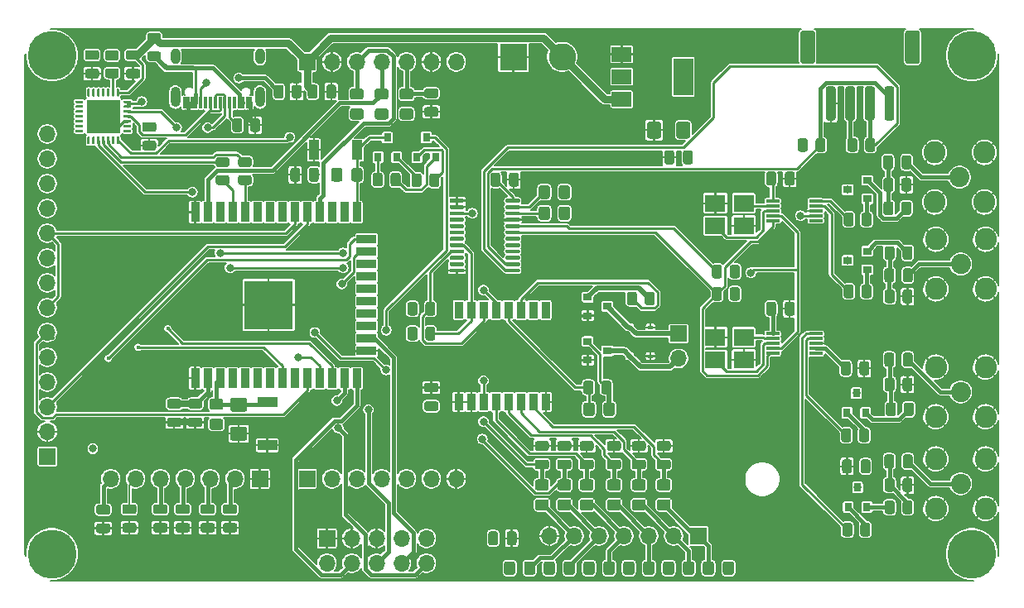
<source format=gtl>
G04 #@! TF.GenerationSoftware,KiCad,Pcbnew,(5.1.10)-1*
G04 #@! TF.CreationDate,2021-09-26T11:35:02+02:00*
G04 #@! TF.ProjectId,ESP32Controler,45535033-3243-46f6-9e74-726f6c65722e,rev?*
G04 #@! TF.SameCoordinates,Original*
G04 #@! TF.FileFunction,Copper,L1,Top*
G04 #@! TF.FilePolarity,Positive*
%FSLAX46Y46*%
G04 Gerber Fmt 4.6, Leading zero omitted, Abs format (unit mm)*
G04 Created by KiCad (PCBNEW (5.1.10)-1) date 2021-09-26 11:35:02*
%MOMM*%
%LPD*%
G01*
G04 APERTURE LIST*
G04 #@! TA.AperFunction,SMDPad,CuDef*
%ADD10R,0.800000X0.900000*%
G04 #@! TD*
G04 #@! TA.AperFunction,SMDPad,CuDef*
%ADD11R,0.900000X2.000000*%
G04 #@! TD*
G04 #@! TA.AperFunction,SMDPad,CuDef*
%ADD12R,2.000000X0.900000*%
G04 #@! TD*
G04 #@! TA.AperFunction,SMDPad,CuDef*
%ADD13R,5.000000X5.000000*%
G04 #@! TD*
G04 #@! TA.AperFunction,SMDPad,CuDef*
%ADD14R,0.300000X1.150000*%
G04 #@! TD*
G04 #@! TA.AperFunction,ComponentPad*
%ADD15O,1.000000X1.600000*%
G04 #@! TD*
G04 #@! TA.AperFunction,ComponentPad*
%ADD16O,1.000000X2.100000*%
G04 #@! TD*
G04 #@! TA.AperFunction,ComponentPad*
%ADD17R,1.700000X1.700000*%
G04 #@! TD*
G04 #@! TA.AperFunction,ComponentPad*
%ADD18O,1.700000X1.700000*%
G04 #@! TD*
G04 #@! TA.AperFunction,SMDPad,CuDef*
%ADD19R,0.900000X0.800000*%
G04 #@! TD*
G04 #@! TA.AperFunction,SMDPad,CuDef*
%ADD20R,0.600000X0.450000*%
G04 #@! TD*
G04 #@! TA.AperFunction,SMDPad,CuDef*
%ADD21R,1.050000X2.000000*%
G04 #@! TD*
G04 #@! TA.AperFunction,SMDPad,CuDef*
%ADD22R,2.100000X1.800000*%
G04 #@! TD*
G04 #@! TA.AperFunction,SMDPad,CuDef*
%ADD23R,1.400000X0.300000*%
G04 #@! TD*
G04 #@! TA.AperFunction,ComponentPad*
%ADD24C,2.250000*%
G04 #@! TD*
G04 #@! TA.AperFunction,ComponentPad*
%ADD25C,2.050000*%
G04 #@! TD*
G04 #@! TA.AperFunction,SMDPad,CuDef*
%ADD26R,3.350000X3.350000*%
G04 #@! TD*
G04 #@! TA.AperFunction,SMDPad,CuDef*
%ADD27R,2.000000X1.050000*%
G04 #@! TD*
G04 #@! TA.AperFunction,SMDPad,CuDef*
%ADD28R,0.900000X1.700000*%
G04 #@! TD*
G04 #@! TA.AperFunction,SMDPad,CuDef*
%ADD29R,2.000000X1.500000*%
G04 #@! TD*
G04 #@! TA.AperFunction,SMDPad,CuDef*
%ADD30R,2.000000X3.800000*%
G04 #@! TD*
G04 #@! TA.AperFunction,ComponentPad*
%ADD31C,2.800000*%
G04 #@! TD*
G04 #@! TA.AperFunction,ComponentPad*
%ADD32R,2.800000X2.800000*%
G04 #@! TD*
G04 #@! TA.AperFunction,ComponentPad*
%ADD33C,0.800000*%
G04 #@! TD*
G04 #@! TA.AperFunction,ComponentPad*
%ADD34C,5.000000*%
G04 #@! TD*
G04 #@! TA.AperFunction,ViaPad*
%ADD35C,0.800000*%
G04 #@! TD*
G04 #@! TA.AperFunction,ViaPad*
%ADD36C,0.450000*%
G04 #@! TD*
G04 #@! TA.AperFunction,Conductor*
%ADD37C,0.254000*%
G04 #@! TD*
G04 #@! TA.AperFunction,Conductor*
%ADD38C,0.381000*%
G04 #@! TD*
G04 #@! TA.AperFunction,Conductor*
%ADD39C,0.635000*%
G04 #@! TD*
G04 #@! TA.AperFunction,Conductor*
%ADD40C,0.762000*%
G04 #@! TD*
G04 #@! TA.AperFunction,Conductor*
%ADD41C,0.508000*%
G04 #@! TD*
G04 #@! TA.AperFunction,Conductor*
%ADD42C,0.152400*%
G04 #@! TD*
G04 #@! TA.AperFunction,Conductor*
%ADD43C,0.100000*%
G04 #@! TD*
G04 APERTURE END LIST*
G04 #@! TA.AperFunction,SMDPad,CuDef*
G36*
G01*
X53512700Y-77031000D02*
X54462700Y-77031000D01*
G75*
G02*
X54712700Y-77281000I0J-250000D01*
G01*
X54712700Y-77781000D01*
G75*
G02*
X54462700Y-78031000I-250000J0D01*
G01*
X53512700Y-78031000D01*
G75*
G02*
X53262700Y-77781000I0J250000D01*
G01*
X53262700Y-77281000D01*
G75*
G02*
X53512700Y-77031000I250000J0D01*
G01*
G37*
G04 #@! TD.AperFunction*
G04 #@! TA.AperFunction,SMDPad,CuDef*
G36*
G01*
X53512700Y-75131000D02*
X54462700Y-75131000D01*
G75*
G02*
X54712700Y-75381000I0J-250000D01*
G01*
X54712700Y-75881000D01*
G75*
G02*
X54462700Y-76131000I-250000J0D01*
G01*
X53512700Y-76131000D01*
G75*
G02*
X53262700Y-75881000I0J250000D01*
G01*
X53262700Y-75381000D01*
G75*
G02*
X53512700Y-75131000I250000J0D01*
G01*
G37*
G04 #@! TD.AperFunction*
G04 #@! TA.AperFunction,SMDPad,CuDef*
G36*
G01*
X76104700Y-53142302D02*
X76104700Y-52242298D01*
G75*
G02*
X76354698Y-51992300I249998J0D01*
G01*
X76879702Y-51992300D01*
G75*
G02*
X77129700Y-52242298I0J-249998D01*
G01*
X77129700Y-53142302D01*
G75*
G02*
X76879702Y-53392300I-249998J0D01*
G01*
X76354698Y-53392300D01*
G75*
G02*
X76104700Y-53142302I0J249998D01*
G01*
G37*
G04 #@! TD.AperFunction*
G04 #@! TA.AperFunction,SMDPad,CuDef*
G36*
G01*
X74279700Y-53142302D02*
X74279700Y-52242298D01*
G75*
G02*
X74529698Y-51992300I249998J0D01*
G01*
X75054702Y-51992300D01*
G75*
G02*
X75304700Y-52242298I0J-249998D01*
G01*
X75304700Y-53142302D01*
G75*
G02*
X75054702Y-53392300I-249998J0D01*
G01*
X74529698Y-53392300D01*
G75*
G02*
X74279700Y-53142302I0J249998D01*
G01*
G37*
G04 #@! TD.AperFunction*
G04 #@! TA.AperFunction,SMDPad,CuDef*
G36*
G01*
X79267100Y-52305798D02*
X79267100Y-53205802D01*
G75*
G02*
X79017102Y-53455800I-249998J0D01*
G01*
X78492098Y-53455800D01*
G75*
G02*
X78242100Y-53205802I0J249998D01*
G01*
X78242100Y-52305798D01*
G75*
G02*
X78492098Y-52055800I249998J0D01*
G01*
X79017102Y-52055800D01*
G75*
G02*
X79267100Y-52305798I0J-249998D01*
G01*
G37*
G04 #@! TD.AperFunction*
G04 #@! TA.AperFunction,SMDPad,CuDef*
G36*
G01*
X81092100Y-52305798D02*
X81092100Y-53205802D01*
G75*
G02*
X80842102Y-53455800I-249998J0D01*
G01*
X80317098Y-53455800D01*
G75*
G02*
X80067100Y-53205802I0J249998D01*
G01*
X80067100Y-52305798D01*
G75*
G02*
X80317098Y-52055800I249998J0D01*
G01*
X80842102Y-52055800D01*
G75*
G02*
X81092100Y-52305798I0J-249998D01*
G01*
G37*
G04 #@! TD.AperFunction*
D10*
X75780900Y-48403000D03*
X76730900Y-50403000D03*
X74830900Y-50403000D03*
X79756000Y-48390300D03*
X80706000Y-50390300D03*
X78806000Y-50390300D03*
D11*
X56134000Y-56016000D03*
X57404000Y-56016000D03*
X58674000Y-56016000D03*
X59944000Y-56016000D03*
X61214000Y-56016000D03*
X62484000Y-56016000D03*
X63754000Y-56016000D03*
X65024000Y-56016000D03*
X66294000Y-56016000D03*
X67564000Y-56016000D03*
X68834000Y-56016000D03*
X70104000Y-56016000D03*
X71374000Y-56016000D03*
X72644000Y-56016000D03*
D12*
X73644000Y-58801000D03*
X73644000Y-60071000D03*
X73644000Y-61341000D03*
X73644000Y-62611000D03*
X73644000Y-63881000D03*
X73644000Y-65151000D03*
X73644000Y-66421000D03*
X73644000Y-67691000D03*
X73644000Y-68961000D03*
X73644000Y-70231000D03*
D11*
X72644000Y-73016000D03*
X71374000Y-73016000D03*
X70104000Y-73016000D03*
X68834000Y-73016000D03*
X67564000Y-73016000D03*
X66294000Y-73016000D03*
X65024000Y-73016000D03*
X63754000Y-73016000D03*
X62484000Y-73016000D03*
X61214000Y-73016000D03*
X59944000Y-73016000D03*
X58674000Y-73016000D03*
X57404000Y-73016000D03*
X56134000Y-73016000D03*
D13*
X63634000Y-65516000D03*
D14*
X55070000Y-44818000D03*
X55870000Y-44818000D03*
X60670000Y-44818000D03*
X61470000Y-44818000D03*
X61770000Y-44818000D03*
X60970000Y-44818000D03*
X60170000Y-44818000D03*
X59670000Y-44818000D03*
X59170000Y-44818000D03*
X58670000Y-44818000D03*
X58170000Y-44818000D03*
X57670000Y-44818000D03*
X57170000Y-44818000D03*
X56670000Y-44818000D03*
X56170000Y-44818000D03*
X55370000Y-44818000D03*
D15*
X54100000Y-40073000D03*
X62740000Y-40073000D03*
D16*
X54100000Y-44253000D03*
X62740000Y-44253000D03*
D17*
X105537000Y-68453000D03*
D18*
X105537000Y-70993000D03*
G04 #@! TA.AperFunction,SMDPad,CuDef*
G36*
G01*
X97630000Y-74418002D02*
X97630000Y-73517998D01*
G75*
G02*
X97879998Y-73268000I249998J0D01*
G01*
X98405002Y-73268000D01*
G75*
G02*
X98655000Y-73517998I0J-249998D01*
G01*
X98655000Y-74418002D01*
G75*
G02*
X98405002Y-74668000I-249998J0D01*
G01*
X97879998Y-74668000D01*
G75*
G02*
X97630000Y-74418002I0J249998D01*
G01*
G37*
G04 #@! TD.AperFunction*
G04 #@! TA.AperFunction,SMDPad,CuDef*
G36*
G01*
X95805000Y-74418002D02*
X95805000Y-73517998D01*
G75*
G02*
X96054998Y-73268000I249998J0D01*
G01*
X96580002Y-73268000D01*
G75*
G02*
X96830000Y-73517998I0J-249998D01*
G01*
X96830000Y-74418002D01*
G75*
G02*
X96580002Y-74668000I-249998J0D01*
G01*
X96054998Y-74668000D01*
G75*
G02*
X95805000Y-74418002I0J249998D01*
G01*
G37*
G04 #@! TD.AperFunction*
G04 #@! TA.AperFunction,SMDPad,CuDef*
G36*
G01*
X102080000Y-65318002D02*
X102080000Y-64417998D01*
G75*
G02*
X102329998Y-64168000I249998J0D01*
G01*
X102855002Y-64168000D01*
G75*
G02*
X103105000Y-64417998I0J-249998D01*
G01*
X103105000Y-65318002D01*
G75*
G02*
X102855002Y-65568000I-249998J0D01*
G01*
X102329998Y-65568000D01*
G75*
G02*
X102080000Y-65318002I0J249998D01*
G01*
G37*
G04 #@! TD.AperFunction*
G04 #@! TA.AperFunction,SMDPad,CuDef*
G36*
G01*
X100255000Y-65318002D02*
X100255000Y-64417998D01*
G75*
G02*
X100504998Y-64168000I249998J0D01*
G01*
X101030002Y-64168000D01*
G75*
G02*
X101280000Y-64417998I0J-249998D01*
G01*
X101280000Y-65318002D01*
G75*
G02*
X101030002Y-65568000I-249998J0D01*
G01*
X100504998Y-65568000D01*
G75*
G02*
X100255000Y-65318002I0J249998D01*
G01*
G37*
G04 #@! TD.AperFunction*
D19*
X98250000Y-70218000D03*
X96250000Y-71168000D03*
X96250000Y-69268000D03*
X98250000Y-65668000D03*
X96250000Y-66618000D03*
X96250000Y-64718000D03*
D20*
X102650000Y-70768000D03*
X100550000Y-70768000D03*
X102650000Y-67818000D03*
X100550000Y-67818000D03*
D21*
X68260000Y-49657000D03*
X72710000Y-49657000D03*
G04 #@! TA.AperFunction,SMDPad,CuDef*
G36*
G01*
X67760000Y-52672000D02*
X67760000Y-51722000D01*
G75*
G02*
X68010000Y-51472000I250000J0D01*
G01*
X68510000Y-51472000D01*
G75*
G02*
X68760000Y-51722000I0J-250000D01*
G01*
X68760000Y-52672000D01*
G75*
G02*
X68510000Y-52922000I-250000J0D01*
G01*
X68010000Y-52922000D01*
G75*
G02*
X67760000Y-52672000I0J250000D01*
G01*
G37*
G04 #@! TD.AperFunction*
G04 #@! TA.AperFunction,SMDPad,CuDef*
G36*
G01*
X65860000Y-52672000D02*
X65860000Y-51722000D01*
G75*
G02*
X66110000Y-51472000I250000J0D01*
G01*
X66610000Y-51472000D01*
G75*
G02*
X66860000Y-51722000I0J-250000D01*
G01*
X66860000Y-52672000D01*
G75*
G02*
X66610000Y-52922000I-250000J0D01*
G01*
X66110000Y-52922000D01*
G75*
G02*
X65860000Y-52672000I0J250000D01*
G01*
G37*
G04 #@! TD.AperFunction*
D22*
X112194000Y-57411000D03*
X109294000Y-57411000D03*
X109294000Y-55111000D03*
X112194000Y-55111000D03*
X112194000Y-71127000D03*
X109294000Y-71127000D03*
X109294000Y-68827000D03*
X112194000Y-68827000D03*
D23*
X119548000Y-54880000D03*
X119548000Y-55380000D03*
X119548000Y-55880000D03*
X119548000Y-56380000D03*
X119548000Y-56880000D03*
X115148000Y-56880000D03*
X115148000Y-56380000D03*
X115148000Y-55880000D03*
X115148000Y-55380000D03*
X115148000Y-54880000D03*
X119548000Y-68469000D03*
X119548000Y-68969000D03*
X119548000Y-69469000D03*
X119548000Y-69969000D03*
X119548000Y-70469000D03*
X115148000Y-70469000D03*
X115148000Y-69969000D03*
X115148000Y-69469000D03*
X115148000Y-68969000D03*
X115148000Y-68469000D03*
G04 #@! TA.AperFunction,SMDPad,CuDef*
G36*
G01*
X87850000Y-54945000D02*
X87850000Y-54745000D01*
G75*
G02*
X87950000Y-54645000I100000J0D01*
G01*
X89225000Y-54645000D01*
G75*
G02*
X89325000Y-54745000I0J-100000D01*
G01*
X89325000Y-54945000D01*
G75*
G02*
X89225000Y-55045000I-100000J0D01*
G01*
X87950000Y-55045000D01*
G75*
G02*
X87850000Y-54945000I0J100000D01*
G01*
G37*
G04 #@! TD.AperFunction*
G04 #@! TA.AperFunction,SMDPad,CuDef*
G36*
G01*
X87850000Y-55595000D02*
X87850000Y-55395000D01*
G75*
G02*
X87950000Y-55295000I100000J0D01*
G01*
X89225000Y-55295000D01*
G75*
G02*
X89325000Y-55395000I0J-100000D01*
G01*
X89325000Y-55595000D01*
G75*
G02*
X89225000Y-55695000I-100000J0D01*
G01*
X87950000Y-55695000D01*
G75*
G02*
X87850000Y-55595000I0J100000D01*
G01*
G37*
G04 #@! TD.AperFunction*
G04 #@! TA.AperFunction,SMDPad,CuDef*
G36*
G01*
X87850000Y-56245000D02*
X87850000Y-56045000D01*
G75*
G02*
X87950000Y-55945000I100000J0D01*
G01*
X89225000Y-55945000D01*
G75*
G02*
X89325000Y-56045000I0J-100000D01*
G01*
X89325000Y-56245000D01*
G75*
G02*
X89225000Y-56345000I-100000J0D01*
G01*
X87950000Y-56345000D01*
G75*
G02*
X87850000Y-56245000I0J100000D01*
G01*
G37*
G04 #@! TD.AperFunction*
G04 #@! TA.AperFunction,SMDPad,CuDef*
G36*
G01*
X87850000Y-56895000D02*
X87850000Y-56695000D01*
G75*
G02*
X87950000Y-56595000I100000J0D01*
G01*
X89225000Y-56595000D01*
G75*
G02*
X89325000Y-56695000I0J-100000D01*
G01*
X89325000Y-56895000D01*
G75*
G02*
X89225000Y-56995000I-100000J0D01*
G01*
X87950000Y-56995000D01*
G75*
G02*
X87850000Y-56895000I0J100000D01*
G01*
G37*
G04 #@! TD.AperFunction*
G04 #@! TA.AperFunction,SMDPad,CuDef*
G36*
G01*
X87850000Y-57545000D02*
X87850000Y-57345000D01*
G75*
G02*
X87950000Y-57245000I100000J0D01*
G01*
X89225000Y-57245000D01*
G75*
G02*
X89325000Y-57345000I0J-100000D01*
G01*
X89325000Y-57545000D01*
G75*
G02*
X89225000Y-57645000I-100000J0D01*
G01*
X87950000Y-57645000D01*
G75*
G02*
X87850000Y-57545000I0J100000D01*
G01*
G37*
G04 #@! TD.AperFunction*
G04 #@! TA.AperFunction,SMDPad,CuDef*
G36*
G01*
X87850000Y-58195000D02*
X87850000Y-57995000D01*
G75*
G02*
X87950000Y-57895000I100000J0D01*
G01*
X89225000Y-57895000D01*
G75*
G02*
X89325000Y-57995000I0J-100000D01*
G01*
X89325000Y-58195000D01*
G75*
G02*
X89225000Y-58295000I-100000J0D01*
G01*
X87950000Y-58295000D01*
G75*
G02*
X87850000Y-58195000I0J100000D01*
G01*
G37*
G04 #@! TD.AperFunction*
G04 #@! TA.AperFunction,SMDPad,CuDef*
G36*
G01*
X87850000Y-58845000D02*
X87850000Y-58645000D01*
G75*
G02*
X87950000Y-58545000I100000J0D01*
G01*
X89225000Y-58545000D01*
G75*
G02*
X89325000Y-58645000I0J-100000D01*
G01*
X89325000Y-58845000D01*
G75*
G02*
X89225000Y-58945000I-100000J0D01*
G01*
X87950000Y-58945000D01*
G75*
G02*
X87850000Y-58845000I0J100000D01*
G01*
G37*
G04 #@! TD.AperFunction*
G04 #@! TA.AperFunction,SMDPad,CuDef*
G36*
G01*
X87850000Y-59495000D02*
X87850000Y-59295000D01*
G75*
G02*
X87950000Y-59195000I100000J0D01*
G01*
X89225000Y-59195000D01*
G75*
G02*
X89325000Y-59295000I0J-100000D01*
G01*
X89325000Y-59495000D01*
G75*
G02*
X89225000Y-59595000I-100000J0D01*
G01*
X87950000Y-59595000D01*
G75*
G02*
X87850000Y-59495000I0J100000D01*
G01*
G37*
G04 #@! TD.AperFunction*
G04 #@! TA.AperFunction,SMDPad,CuDef*
G36*
G01*
X87850000Y-60145000D02*
X87850000Y-59945000D01*
G75*
G02*
X87950000Y-59845000I100000J0D01*
G01*
X89225000Y-59845000D01*
G75*
G02*
X89325000Y-59945000I0J-100000D01*
G01*
X89325000Y-60145000D01*
G75*
G02*
X89225000Y-60245000I-100000J0D01*
G01*
X87950000Y-60245000D01*
G75*
G02*
X87850000Y-60145000I0J100000D01*
G01*
G37*
G04 #@! TD.AperFunction*
G04 #@! TA.AperFunction,SMDPad,CuDef*
G36*
G01*
X87850000Y-60795000D02*
X87850000Y-60595000D01*
G75*
G02*
X87950000Y-60495000I100000J0D01*
G01*
X89225000Y-60495000D01*
G75*
G02*
X89325000Y-60595000I0J-100000D01*
G01*
X89325000Y-60795000D01*
G75*
G02*
X89225000Y-60895000I-100000J0D01*
G01*
X87950000Y-60895000D01*
G75*
G02*
X87850000Y-60795000I0J100000D01*
G01*
G37*
G04 #@! TD.AperFunction*
G04 #@! TA.AperFunction,SMDPad,CuDef*
G36*
G01*
X87850000Y-61445000D02*
X87850000Y-61245000D01*
G75*
G02*
X87950000Y-61145000I100000J0D01*
G01*
X89225000Y-61145000D01*
G75*
G02*
X89325000Y-61245000I0J-100000D01*
G01*
X89325000Y-61445000D01*
G75*
G02*
X89225000Y-61545000I-100000J0D01*
G01*
X87950000Y-61545000D01*
G75*
G02*
X87850000Y-61445000I0J100000D01*
G01*
G37*
G04 #@! TD.AperFunction*
G04 #@! TA.AperFunction,SMDPad,CuDef*
G36*
G01*
X87850000Y-62095000D02*
X87850000Y-61895000D01*
G75*
G02*
X87950000Y-61795000I100000J0D01*
G01*
X89225000Y-61795000D01*
G75*
G02*
X89325000Y-61895000I0J-100000D01*
G01*
X89325000Y-62095000D01*
G75*
G02*
X89225000Y-62195000I-100000J0D01*
G01*
X87950000Y-62195000D01*
G75*
G02*
X87850000Y-62095000I0J100000D01*
G01*
G37*
G04 #@! TD.AperFunction*
G04 #@! TA.AperFunction,SMDPad,CuDef*
G36*
G01*
X82125000Y-62095000D02*
X82125000Y-61895000D01*
G75*
G02*
X82225000Y-61795000I100000J0D01*
G01*
X83500000Y-61795000D01*
G75*
G02*
X83600000Y-61895000I0J-100000D01*
G01*
X83600000Y-62095000D01*
G75*
G02*
X83500000Y-62195000I-100000J0D01*
G01*
X82225000Y-62195000D01*
G75*
G02*
X82125000Y-62095000I0J100000D01*
G01*
G37*
G04 #@! TD.AperFunction*
G04 #@! TA.AperFunction,SMDPad,CuDef*
G36*
G01*
X82125000Y-61445000D02*
X82125000Y-61245000D01*
G75*
G02*
X82225000Y-61145000I100000J0D01*
G01*
X83500000Y-61145000D01*
G75*
G02*
X83600000Y-61245000I0J-100000D01*
G01*
X83600000Y-61445000D01*
G75*
G02*
X83500000Y-61545000I-100000J0D01*
G01*
X82225000Y-61545000D01*
G75*
G02*
X82125000Y-61445000I0J100000D01*
G01*
G37*
G04 #@! TD.AperFunction*
G04 #@! TA.AperFunction,SMDPad,CuDef*
G36*
G01*
X82125000Y-60795000D02*
X82125000Y-60595000D01*
G75*
G02*
X82225000Y-60495000I100000J0D01*
G01*
X83500000Y-60495000D01*
G75*
G02*
X83600000Y-60595000I0J-100000D01*
G01*
X83600000Y-60795000D01*
G75*
G02*
X83500000Y-60895000I-100000J0D01*
G01*
X82225000Y-60895000D01*
G75*
G02*
X82125000Y-60795000I0J100000D01*
G01*
G37*
G04 #@! TD.AperFunction*
G04 #@! TA.AperFunction,SMDPad,CuDef*
G36*
G01*
X82125000Y-60145000D02*
X82125000Y-59945000D01*
G75*
G02*
X82225000Y-59845000I100000J0D01*
G01*
X83500000Y-59845000D01*
G75*
G02*
X83600000Y-59945000I0J-100000D01*
G01*
X83600000Y-60145000D01*
G75*
G02*
X83500000Y-60245000I-100000J0D01*
G01*
X82225000Y-60245000D01*
G75*
G02*
X82125000Y-60145000I0J100000D01*
G01*
G37*
G04 #@! TD.AperFunction*
G04 #@! TA.AperFunction,SMDPad,CuDef*
G36*
G01*
X82125000Y-59495000D02*
X82125000Y-59295000D01*
G75*
G02*
X82225000Y-59195000I100000J0D01*
G01*
X83500000Y-59195000D01*
G75*
G02*
X83600000Y-59295000I0J-100000D01*
G01*
X83600000Y-59495000D01*
G75*
G02*
X83500000Y-59595000I-100000J0D01*
G01*
X82225000Y-59595000D01*
G75*
G02*
X82125000Y-59495000I0J100000D01*
G01*
G37*
G04 #@! TD.AperFunction*
G04 #@! TA.AperFunction,SMDPad,CuDef*
G36*
G01*
X82125000Y-58845000D02*
X82125000Y-58645000D01*
G75*
G02*
X82225000Y-58545000I100000J0D01*
G01*
X83500000Y-58545000D01*
G75*
G02*
X83600000Y-58645000I0J-100000D01*
G01*
X83600000Y-58845000D01*
G75*
G02*
X83500000Y-58945000I-100000J0D01*
G01*
X82225000Y-58945000D01*
G75*
G02*
X82125000Y-58845000I0J100000D01*
G01*
G37*
G04 #@! TD.AperFunction*
G04 #@! TA.AperFunction,SMDPad,CuDef*
G36*
G01*
X82125000Y-58195000D02*
X82125000Y-57995000D01*
G75*
G02*
X82225000Y-57895000I100000J0D01*
G01*
X83500000Y-57895000D01*
G75*
G02*
X83600000Y-57995000I0J-100000D01*
G01*
X83600000Y-58195000D01*
G75*
G02*
X83500000Y-58295000I-100000J0D01*
G01*
X82225000Y-58295000D01*
G75*
G02*
X82125000Y-58195000I0J100000D01*
G01*
G37*
G04 #@! TD.AperFunction*
G04 #@! TA.AperFunction,SMDPad,CuDef*
G36*
G01*
X82125000Y-57545000D02*
X82125000Y-57345000D01*
G75*
G02*
X82225000Y-57245000I100000J0D01*
G01*
X83500000Y-57245000D01*
G75*
G02*
X83600000Y-57345000I0J-100000D01*
G01*
X83600000Y-57545000D01*
G75*
G02*
X83500000Y-57645000I-100000J0D01*
G01*
X82225000Y-57645000D01*
G75*
G02*
X82125000Y-57545000I0J100000D01*
G01*
G37*
G04 #@! TD.AperFunction*
G04 #@! TA.AperFunction,SMDPad,CuDef*
G36*
G01*
X82125000Y-56895000D02*
X82125000Y-56695000D01*
G75*
G02*
X82225000Y-56595000I100000J0D01*
G01*
X83500000Y-56595000D01*
G75*
G02*
X83600000Y-56695000I0J-100000D01*
G01*
X83600000Y-56895000D01*
G75*
G02*
X83500000Y-56995000I-100000J0D01*
G01*
X82225000Y-56995000D01*
G75*
G02*
X82125000Y-56895000I0J100000D01*
G01*
G37*
G04 #@! TD.AperFunction*
G04 #@! TA.AperFunction,SMDPad,CuDef*
G36*
G01*
X82125000Y-56245000D02*
X82125000Y-56045000D01*
G75*
G02*
X82225000Y-55945000I100000J0D01*
G01*
X83500000Y-55945000D01*
G75*
G02*
X83600000Y-56045000I0J-100000D01*
G01*
X83600000Y-56245000D01*
G75*
G02*
X83500000Y-56345000I-100000J0D01*
G01*
X82225000Y-56345000D01*
G75*
G02*
X82125000Y-56245000I0J100000D01*
G01*
G37*
G04 #@! TD.AperFunction*
G04 #@! TA.AperFunction,SMDPad,CuDef*
G36*
G01*
X82125000Y-55595000D02*
X82125000Y-55395000D01*
G75*
G02*
X82225000Y-55295000I100000J0D01*
G01*
X83500000Y-55295000D01*
G75*
G02*
X83600000Y-55395000I0J-100000D01*
G01*
X83600000Y-55595000D01*
G75*
G02*
X83500000Y-55695000I-100000J0D01*
G01*
X82225000Y-55695000D01*
G75*
G02*
X82125000Y-55595000I0J100000D01*
G01*
G37*
G04 #@! TD.AperFunction*
G04 #@! TA.AperFunction,SMDPad,CuDef*
G36*
G01*
X82125000Y-54945000D02*
X82125000Y-54745000D01*
G75*
G02*
X82225000Y-54645000I100000J0D01*
G01*
X83500000Y-54645000D01*
G75*
G02*
X83600000Y-54745000I0J-100000D01*
G01*
X83600000Y-54945000D01*
G75*
G02*
X83500000Y-55045000I-100000J0D01*
G01*
X82225000Y-55045000D01*
G75*
G02*
X82125000Y-54945000I0J100000D01*
G01*
G37*
G04 #@! TD.AperFunction*
G04 #@! TA.AperFunction,SMDPad,CuDef*
G36*
G01*
X128416000Y-65093002D02*
X128416000Y-64192998D01*
G75*
G02*
X128665998Y-63943000I249998J0D01*
G01*
X129191002Y-63943000D01*
G75*
G02*
X129441000Y-64192998I0J-249998D01*
G01*
X129441000Y-65093002D01*
G75*
G02*
X129191002Y-65343000I-249998J0D01*
G01*
X128665998Y-65343000D01*
G75*
G02*
X128416000Y-65093002I0J249998D01*
G01*
G37*
G04 #@! TD.AperFunction*
G04 #@! TA.AperFunction,SMDPad,CuDef*
G36*
G01*
X126591000Y-65093002D02*
X126591000Y-64192998D01*
G75*
G02*
X126840998Y-63943000I249998J0D01*
G01*
X127366002Y-63943000D01*
G75*
G02*
X127616000Y-64192998I0J-249998D01*
G01*
X127616000Y-65093002D01*
G75*
G02*
X127366002Y-65343000I-249998J0D01*
G01*
X126840998Y-65343000D01*
G75*
G02*
X126591000Y-65093002I0J249998D01*
G01*
G37*
G04 #@! TD.AperFunction*
G04 #@! TA.AperFunction,SMDPad,CuDef*
G36*
G01*
X128416000Y-74110002D02*
X128416000Y-73209998D01*
G75*
G02*
X128665998Y-72960000I249998J0D01*
G01*
X129191002Y-72960000D01*
G75*
G02*
X129441000Y-73209998I0J-249998D01*
G01*
X129441000Y-74110002D01*
G75*
G02*
X129191002Y-74360000I-249998J0D01*
G01*
X128665998Y-74360000D01*
G75*
G02*
X128416000Y-74110002I0J249998D01*
G01*
G37*
G04 #@! TD.AperFunction*
G04 #@! TA.AperFunction,SMDPad,CuDef*
G36*
G01*
X126591000Y-74110002D02*
X126591000Y-73209998D01*
G75*
G02*
X126840998Y-72960000I249998J0D01*
G01*
X127366002Y-72960000D01*
G75*
G02*
X127616000Y-73209998I0J-249998D01*
G01*
X127616000Y-74110002D01*
G75*
G02*
X127366002Y-74360000I-249998J0D01*
G01*
X126840998Y-74360000D01*
G75*
G02*
X126591000Y-74110002I0J249998D01*
G01*
G37*
G04 #@! TD.AperFunction*
G04 #@! TA.AperFunction,SMDPad,CuDef*
G36*
G01*
X127616000Y-59747998D02*
X127616000Y-60648002D01*
G75*
G02*
X127366002Y-60898000I-249998J0D01*
G01*
X126840998Y-60898000D01*
G75*
G02*
X126591000Y-60648002I0J249998D01*
G01*
X126591000Y-59747998D01*
G75*
G02*
X126840998Y-59498000I249998J0D01*
G01*
X127366002Y-59498000D01*
G75*
G02*
X127616000Y-59747998I0J-249998D01*
G01*
G37*
G04 #@! TD.AperFunction*
G04 #@! TA.AperFunction,SMDPad,CuDef*
G36*
G01*
X129441000Y-59747998D02*
X129441000Y-60648002D01*
G75*
G02*
X129191002Y-60898000I-249998J0D01*
G01*
X128665998Y-60898000D01*
G75*
G02*
X128416000Y-60648002I0J249998D01*
G01*
X128416000Y-59747998D01*
G75*
G02*
X128665998Y-59498000I249998J0D01*
G01*
X129191002Y-59498000D01*
G75*
G02*
X129441000Y-59747998I0J-249998D01*
G01*
G37*
G04 #@! TD.AperFunction*
G04 #@! TA.AperFunction,SMDPad,CuDef*
G36*
G01*
X127743000Y-75749998D02*
X127743000Y-76650002D01*
G75*
G02*
X127493002Y-76900000I-249998J0D01*
G01*
X126967998Y-76900000D01*
G75*
G02*
X126718000Y-76650002I0J249998D01*
G01*
X126718000Y-75749998D01*
G75*
G02*
X126967998Y-75500000I249998J0D01*
G01*
X127493002Y-75500000D01*
G75*
G02*
X127743000Y-75749998I0J-249998D01*
G01*
G37*
G04 #@! TD.AperFunction*
G04 #@! TA.AperFunction,SMDPad,CuDef*
G36*
G01*
X129568000Y-75749998D02*
X129568000Y-76650002D01*
G75*
G02*
X129318002Y-76900000I-249998J0D01*
G01*
X128792998Y-76900000D01*
G75*
G02*
X128543000Y-76650002I0J249998D01*
G01*
X128543000Y-75749998D01*
G75*
G02*
X128792998Y-75500000I249998J0D01*
G01*
X129318002Y-75500000D01*
G75*
G02*
X129568000Y-75749998I0J-249998D01*
G01*
G37*
G04 #@! TD.AperFunction*
G04 #@! TA.AperFunction,SMDPad,CuDef*
G36*
G01*
X123425000Y-63684998D02*
X123425000Y-64585002D01*
G75*
G02*
X123175002Y-64835000I-249998J0D01*
G01*
X122649998Y-64835000D01*
G75*
G02*
X122400000Y-64585002I0J249998D01*
G01*
X122400000Y-63684998D01*
G75*
G02*
X122649998Y-63435000I249998J0D01*
G01*
X123175002Y-63435000D01*
G75*
G02*
X123425000Y-63684998I0J-249998D01*
G01*
G37*
G04 #@! TD.AperFunction*
G04 #@! TA.AperFunction,SMDPad,CuDef*
G36*
G01*
X125250000Y-63684998D02*
X125250000Y-64585002D01*
G75*
G02*
X125000002Y-64835000I-249998J0D01*
G01*
X124474998Y-64835000D01*
G75*
G02*
X124225000Y-64585002I0J249998D01*
G01*
X124225000Y-63684998D01*
G75*
G02*
X124474998Y-63435000I249998J0D01*
G01*
X125000002Y-63435000D01*
G75*
G02*
X125250000Y-63684998I0J-249998D01*
G01*
G37*
G04 #@! TD.AperFunction*
G04 #@! TA.AperFunction,SMDPad,CuDef*
G36*
G01*
X123171000Y-78416998D02*
X123171000Y-79317002D01*
G75*
G02*
X122921002Y-79567000I-249998J0D01*
G01*
X122395998Y-79567000D01*
G75*
G02*
X122146000Y-79317002I0J249998D01*
G01*
X122146000Y-78416998D01*
G75*
G02*
X122395998Y-78167000I249998J0D01*
G01*
X122921002Y-78167000D01*
G75*
G02*
X123171000Y-78416998I0J-249998D01*
G01*
G37*
G04 #@! TD.AperFunction*
G04 #@! TA.AperFunction,SMDPad,CuDef*
G36*
G01*
X124996000Y-78416998D02*
X124996000Y-79317002D01*
G75*
G02*
X124746002Y-79567000I-249998J0D01*
G01*
X124220998Y-79567000D01*
G75*
G02*
X123971000Y-79317002I0J249998D01*
G01*
X123971000Y-78416998D01*
G75*
G02*
X124220998Y-78167000I249998J0D01*
G01*
X124746002Y-78167000D01*
G75*
G02*
X124996000Y-78416998I0J-249998D01*
G01*
G37*
G04 #@! TD.AperFunction*
G04 #@! TA.AperFunction,SMDPad,CuDef*
G36*
G01*
X123425000Y-56318998D02*
X123425000Y-57219002D01*
G75*
G02*
X123175002Y-57469000I-249998J0D01*
G01*
X122649998Y-57469000D01*
G75*
G02*
X122400000Y-57219002I0J249998D01*
G01*
X122400000Y-56318998D01*
G75*
G02*
X122649998Y-56069000I249998J0D01*
G01*
X123175002Y-56069000D01*
G75*
G02*
X123425000Y-56318998I0J-249998D01*
G01*
G37*
G04 #@! TD.AperFunction*
G04 #@! TA.AperFunction,SMDPad,CuDef*
G36*
G01*
X125250000Y-56318998D02*
X125250000Y-57219002D01*
G75*
G02*
X125000002Y-57469000I-249998J0D01*
G01*
X124474998Y-57469000D01*
G75*
G02*
X124225000Y-57219002I0J249998D01*
G01*
X124225000Y-56318998D01*
G75*
G02*
X124474998Y-56069000I249998J0D01*
G01*
X125000002Y-56069000D01*
G75*
G02*
X125250000Y-56318998I0J-249998D01*
G01*
G37*
G04 #@! TD.AperFunction*
G04 #@! TA.AperFunction,SMDPad,CuDef*
G36*
G01*
X123298000Y-88068998D02*
X123298000Y-88969002D01*
G75*
G02*
X123048002Y-89219000I-249998J0D01*
G01*
X122522998Y-89219000D01*
G75*
G02*
X122273000Y-88969002I0J249998D01*
G01*
X122273000Y-88068998D01*
G75*
G02*
X122522998Y-87819000I249998J0D01*
G01*
X123048002Y-87819000D01*
G75*
G02*
X123298000Y-88068998I0J-249998D01*
G01*
G37*
G04 #@! TD.AperFunction*
G04 #@! TA.AperFunction,SMDPad,CuDef*
G36*
G01*
X125123000Y-88068998D02*
X125123000Y-88969002D01*
G75*
G02*
X124873002Y-89219000I-249998J0D01*
G01*
X124347998Y-89219000D01*
G75*
G02*
X124098000Y-88969002I0J249998D01*
G01*
X124098000Y-88068998D01*
G75*
G02*
X124347998Y-87819000I249998J0D01*
G01*
X124873002Y-87819000D01*
G75*
G02*
X125123000Y-88068998I0J-249998D01*
G01*
G37*
G04 #@! TD.AperFunction*
G04 #@! TA.AperFunction,SMDPad,CuDef*
G36*
G01*
X128289000Y-53663002D02*
X128289000Y-52762998D01*
G75*
G02*
X128538998Y-52513000I249998J0D01*
G01*
X129064002Y-52513000D01*
G75*
G02*
X129314000Y-52762998I0J-249998D01*
G01*
X129314000Y-53663002D01*
G75*
G02*
X129064002Y-53913000I-249998J0D01*
G01*
X128538998Y-53913000D01*
G75*
G02*
X128289000Y-53663002I0J249998D01*
G01*
G37*
G04 #@! TD.AperFunction*
G04 #@! TA.AperFunction,SMDPad,CuDef*
G36*
G01*
X126464000Y-53663002D02*
X126464000Y-52762998D01*
G75*
G02*
X126713998Y-52513000I249998J0D01*
G01*
X127239002Y-52513000D01*
G75*
G02*
X127489000Y-52762998I0J-249998D01*
G01*
X127489000Y-53663002D01*
G75*
G02*
X127239002Y-53913000I-249998J0D01*
G01*
X126713998Y-53913000D01*
G75*
G02*
X126464000Y-53663002I0J249998D01*
G01*
G37*
G04 #@! TD.AperFunction*
G04 #@! TA.AperFunction,SMDPad,CuDef*
G36*
G01*
X128416000Y-84397002D02*
X128416000Y-83496998D01*
G75*
G02*
X128665998Y-83247000I249998J0D01*
G01*
X129191002Y-83247000D01*
G75*
G02*
X129441000Y-83496998I0J-249998D01*
G01*
X129441000Y-84397002D01*
G75*
G02*
X129191002Y-84647000I-249998J0D01*
G01*
X128665998Y-84647000D01*
G75*
G02*
X128416000Y-84397002I0J249998D01*
G01*
G37*
G04 #@! TD.AperFunction*
G04 #@! TA.AperFunction,SMDPad,CuDef*
G36*
G01*
X126591000Y-84397002D02*
X126591000Y-83496998D01*
G75*
G02*
X126840998Y-83247000I249998J0D01*
G01*
X127366002Y-83247000D01*
G75*
G02*
X127616000Y-83496998I0J-249998D01*
G01*
X127616000Y-84397002D01*
G75*
G02*
X127366002Y-84647000I-249998J0D01*
G01*
X126840998Y-84647000D01*
G75*
G02*
X126591000Y-84397002I0J249998D01*
G01*
G37*
G04 #@! TD.AperFunction*
G04 #@! TA.AperFunction,SMDPad,CuDef*
G36*
G01*
X127489000Y-55175998D02*
X127489000Y-56076002D01*
G75*
G02*
X127239002Y-56326000I-249998J0D01*
G01*
X126713998Y-56326000D01*
G75*
G02*
X126464000Y-56076002I0J249998D01*
G01*
X126464000Y-55175998D01*
G75*
G02*
X126713998Y-54926000I249998J0D01*
G01*
X127239002Y-54926000D01*
G75*
G02*
X127489000Y-55175998I0J-249998D01*
G01*
G37*
G04 #@! TD.AperFunction*
G04 #@! TA.AperFunction,SMDPad,CuDef*
G36*
G01*
X129314000Y-55175998D02*
X129314000Y-56076002D01*
G75*
G02*
X129064002Y-56326000I-249998J0D01*
G01*
X128538998Y-56326000D01*
G75*
G02*
X128289000Y-56076002I0J249998D01*
G01*
X128289000Y-55175998D01*
G75*
G02*
X128538998Y-54926000I249998J0D01*
G01*
X129064002Y-54926000D01*
G75*
G02*
X129314000Y-55175998I0J-249998D01*
G01*
G37*
G04 #@! TD.AperFunction*
G04 #@! TA.AperFunction,SMDPad,CuDef*
G36*
G01*
X128416000Y-86683002D02*
X128416000Y-85782998D01*
G75*
G02*
X128665998Y-85533000I249998J0D01*
G01*
X129191002Y-85533000D01*
G75*
G02*
X129441000Y-85782998I0J-249998D01*
G01*
X129441000Y-86683002D01*
G75*
G02*
X129191002Y-86933000I-249998J0D01*
G01*
X128665998Y-86933000D01*
G75*
G02*
X128416000Y-86683002I0J249998D01*
G01*
G37*
G04 #@! TD.AperFunction*
G04 #@! TA.AperFunction,SMDPad,CuDef*
G36*
G01*
X126591000Y-86683002D02*
X126591000Y-85782998D01*
G75*
G02*
X126840998Y-85533000I249998J0D01*
G01*
X127366002Y-85533000D01*
G75*
G02*
X127616000Y-85782998I0J-249998D01*
G01*
X127616000Y-86683002D01*
G75*
G02*
X127366002Y-86933000I-249998J0D01*
G01*
X126840998Y-86933000D01*
G75*
G02*
X126591000Y-86683002I0J249998D01*
G01*
G37*
G04 #@! TD.AperFunction*
G04 #@! TA.AperFunction,SMDPad,CuDef*
G36*
G01*
X124606000Y-49599002D02*
X124606000Y-48698998D01*
G75*
G02*
X124855998Y-48449000I249998J0D01*
G01*
X125381002Y-48449000D01*
G75*
G02*
X125631000Y-48698998I0J-249998D01*
G01*
X125631000Y-49599002D01*
G75*
G02*
X125381002Y-49849000I-249998J0D01*
G01*
X124855998Y-49849000D01*
G75*
G02*
X124606000Y-49599002I0J249998D01*
G01*
G37*
G04 #@! TD.AperFunction*
G04 #@! TA.AperFunction,SMDPad,CuDef*
G36*
G01*
X122781000Y-49599002D02*
X122781000Y-48698998D01*
G75*
G02*
X123030998Y-48449000I249998J0D01*
G01*
X123556002Y-48449000D01*
G75*
G02*
X123806000Y-48698998I0J-249998D01*
G01*
X123806000Y-49599002D01*
G75*
G02*
X123556002Y-49849000I-249998J0D01*
G01*
X123030998Y-49849000D01*
G75*
G02*
X122781000Y-49599002I0J249998D01*
G01*
G37*
G04 #@! TD.AperFunction*
G04 #@! TA.AperFunction,SMDPad,CuDef*
G36*
G01*
X119526000Y-49599002D02*
X119526000Y-48698998D01*
G75*
G02*
X119775998Y-48449000I249998J0D01*
G01*
X120301002Y-48449000D01*
G75*
G02*
X120551000Y-48698998I0J-249998D01*
G01*
X120551000Y-49599002D01*
G75*
G02*
X120301002Y-49849000I-249998J0D01*
G01*
X119775998Y-49849000D01*
G75*
G02*
X119526000Y-49599002I0J249998D01*
G01*
G37*
G04 #@! TD.AperFunction*
G04 #@! TA.AperFunction,SMDPad,CuDef*
G36*
G01*
X117701000Y-49599002D02*
X117701000Y-48698998D01*
G75*
G02*
X117950998Y-48449000I249998J0D01*
G01*
X118476002Y-48449000D01*
G75*
G02*
X118726000Y-48698998I0J-249998D01*
G01*
X118726000Y-49599002D01*
G75*
G02*
X118476002Y-49849000I-249998J0D01*
G01*
X117950998Y-49849000D01*
G75*
G02*
X117701000Y-49599002I0J249998D01*
G01*
G37*
G04 #@! TD.AperFunction*
G04 #@! TA.AperFunction,SMDPad,CuDef*
G36*
G01*
X79648000Y-68903002D02*
X79648000Y-68002998D01*
G75*
G02*
X79897998Y-67753000I249998J0D01*
G01*
X80423002Y-67753000D01*
G75*
G02*
X80673000Y-68002998I0J-249998D01*
G01*
X80673000Y-68903002D01*
G75*
G02*
X80423002Y-69153000I-249998J0D01*
G01*
X79897998Y-69153000D01*
G75*
G02*
X79648000Y-68903002I0J249998D01*
G01*
G37*
G04 #@! TD.AperFunction*
G04 #@! TA.AperFunction,SMDPad,CuDef*
G36*
G01*
X77823000Y-68903002D02*
X77823000Y-68002998D01*
G75*
G02*
X78072998Y-67753000I249998J0D01*
G01*
X78598002Y-67753000D01*
G75*
G02*
X78848000Y-68002998I0J-249998D01*
G01*
X78848000Y-68903002D01*
G75*
G02*
X78598002Y-69153000I-249998J0D01*
G01*
X78072998Y-69153000D01*
G75*
G02*
X77823000Y-68903002I0J249998D01*
G01*
G37*
G04 #@! TD.AperFunction*
G04 #@! TA.AperFunction,SMDPad,CuDef*
G36*
G01*
X47174998Y-41294000D02*
X48075002Y-41294000D01*
G75*
G02*
X48325000Y-41543998I0J-249998D01*
G01*
X48325000Y-42069002D01*
G75*
G02*
X48075002Y-42319000I-249998J0D01*
G01*
X47174998Y-42319000D01*
G75*
G02*
X46925000Y-42069002I0J249998D01*
G01*
X46925000Y-41543998D01*
G75*
G02*
X47174998Y-41294000I249998J0D01*
G01*
G37*
G04 #@! TD.AperFunction*
G04 #@! TA.AperFunction,SMDPad,CuDef*
G36*
G01*
X47174998Y-39469000D02*
X48075002Y-39469000D01*
G75*
G02*
X48325000Y-39718998I0J-249998D01*
G01*
X48325000Y-40244002D01*
G75*
G02*
X48075002Y-40494000I-249998J0D01*
G01*
X47174998Y-40494000D01*
G75*
G02*
X46925000Y-40244002I0J249998D01*
G01*
X46925000Y-39718998D01*
G75*
G02*
X47174998Y-39469000I249998J0D01*
G01*
G37*
G04 #@! TD.AperFunction*
G04 #@! TA.AperFunction,SMDPad,CuDef*
G36*
G01*
X79648000Y-66363002D02*
X79648000Y-65462998D01*
G75*
G02*
X79897998Y-65213000I249998J0D01*
G01*
X80423002Y-65213000D01*
G75*
G02*
X80673000Y-65462998I0J-249998D01*
G01*
X80673000Y-66363002D01*
G75*
G02*
X80423002Y-66613000I-249998J0D01*
G01*
X79897998Y-66613000D01*
G75*
G02*
X79648000Y-66363002I0J249998D01*
G01*
G37*
G04 #@! TD.AperFunction*
G04 #@! TA.AperFunction,SMDPad,CuDef*
G36*
G01*
X77823000Y-66363002D02*
X77823000Y-65462998D01*
G75*
G02*
X78072998Y-65213000I249998J0D01*
G01*
X78598002Y-65213000D01*
G75*
G02*
X78848000Y-65462998I0J-249998D01*
G01*
X78848000Y-66363002D01*
G75*
G02*
X78598002Y-66613000I-249998J0D01*
G01*
X78072998Y-66613000D01*
G75*
G02*
X77823000Y-66363002I0J249998D01*
G01*
G37*
G04 #@! TD.AperFunction*
G04 #@! TA.AperFunction,SMDPad,CuDef*
G36*
G01*
X109963000Y-63938998D02*
X109963000Y-64839002D01*
G75*
G02*
X109713002Y-65089000I-249998J0D01*
G01*
X109187998Y-65089000D01*
G75*
G02*
X108938000Y-64839002I0J249998D01*
G01*
X108938000Y-63938998D01*
G75*
G02*
X109187998Y-63689000I249998J0D01*
G01*
X109713002Y-63689000D01*
G75*
G02*
X109963000Y-63938998I0J-249998D01*
G01*
G37*
G04 #@! TD.AperFunction*
G04 #@! TA.AperFunction,SMDPad,CuDef*
G36*
G01*
X111788000Y-63938998D02*
X111788000Y-64839002D01*
G75*
G02*
X111538002Y-65089000I-249998J0D01*
G01*
X111012998Y-65089000D01*
G75*
G02*
X110763000Y-64839002I0J249998D01*
G01*
X110763000Y-63938998D01*
G75*
G02*
X111012998Y-63689000I249998J0D01*
G01*
X111538002Y-63689000D01*
G75*
G02*
X111788000Y-63938998I0J-249998D01*
G01*
G37*
G04 #@! TD.AperFunction*
G04 #@! TA.AperFunction,SMDPad,CuDef*
G36*
G01*
X109963000Y-61652998D02*
X109963000Y-62553002D01*
G75*
G02*
X109713002Y-62803000I-249998J0D01*
G01*
X109187998Y-62803000D01*
G75*
G02*
X108938000Y-62553002I0J249998D01*
G01*
X108938000Y-61652998D01*
G75*
G02*
X109187998Y-61403000I249998J0D01*
G01*
X109713002Y-61403000D01*
G75*
G02*
X109963000Y-61652998I0J-249998D01*
G01*
G37*
G04 #@! TD.AperFunction*
G04 #@! TA.AperFunction,SMDPad,CuDef*
G36*
G01*
X111788000Y-61652998D02*
X111788000Y-62553002D01*
G75*
G02*
X111538002Y-62803000I-249998J0D01*
G01*
X111012998Y-62803000D01*
G75*
G02*
X110763000Y-62553002I0J249998D01*
G01*
X110763000Y-61652998D01*
G75*
G02*
X111012998Y-61403000I249998J0D01*
G01*
X111538002Y-61403000D01*
G75*
G02*
X111788000Y-61652998I0J-249998D01*
G01*
G37*
G04 #@! TD.AperFunction*
D19*
X122825000Y-60960000D03*
X124825000Y-60010000D03*
X124825000Y-61910000D03*
D10*
X123698000Y-74565000D03*
X124648000Y-76565000D03*
X122748000Y-76565000D03*
D19*
X122825000Y-53721000D03*
X124825000Y-52771000D03*
X124825000Y-54671000D03*
D10*
X123825000Y-84217000D03*
X124775000Y-86217000D03*
X122875000Y-86217000D03*
D24*
X131826000Y-63881000D03*
X131826000Y-58801000D03*
X136906000Y-58801000D03*
X136906000Y-63881000D03*
D25*
X134366000Y-61341000D03*
D24*
X131826000Y-76962000D03*
X131826000Y-71882000D03*
X136906000Y-71882000D03*
X136906000Y-76962000D03*
D25*
X134366000Y-74422000D03*
D24*
X131699000Y-54991000D03*
X131699000Y-49911000D03*
X136779000Y-49911000D03*
X136779000Y-54991000D03*
D25*
X134239000Y-52451000D03*
D24*
X131826000Y-86360000D03*
X131826000Y-81280000D03*
X136906000Y-81280000D03*
X136906000Y-86360000D03*
D25*
X134366000Y-83820000D03*
D18*
X41021000Y-48006000D03*
X41021000Y-50546000D03*
X41021000Y-53086000D03*
X41021000Y-55626000D03*
X41021000Y-58166000D03*
X41021000Y-60706000D03*
X41021000Y-63246000D03*
X41021000Y-65786000D03*
X41021000Y-68326000D03*
X41021000Y-70866000D03*
X41021000Y-73406000D03*
X41021000Y-75946000D03*
X41021000Y-78486000D03*
D17*
X41021000Y-81026000D03*
G04 #@! TA.AperFunction,SMDPad,CuDef*
G36*
G01*
X128466000Y-62959000D02*
X128466000Y-62009000D01*
G75*
G02*
X128716000Y-61759000I250000J0D01*
G01*
X129216000Y-61759000D01*
G75*
G02*
X129466000Y-62009000I0J-250000D01*
G01*
X129466000Y-62959000D01*
G75*
G02*
X129216000Y-63209000I-250000J0D01*
G01*
X128716000Y-63209000D01*
G75*
G02*
X128466000Y-62959000I0J250000D01*
G01*
G37*
G04 #@! TD.AperFunction*
G04 #@! TA.AperFunction,SMDPad,CuDef*
G36*
G01*
X126566000Y-62959000D02*
X126566000Y-62009000D01*
G75*
G02*
X126816000Y-61759000I250000J0D01*
G01*
X127316000Y-61759000D01*
G75*
G02*
X127566000Y-62009000I0J-250000D01*
G01*
X127566000Y-62959000D01*
G75*
G02*
X127316000Y-63209000I-250000J0D01*
G01*
X126816000Y-63209000D01*
G75*
G02*
X126566000Y-62959000I0J250000D01*
G01*
G37*
G04 #@! TD.AperFunction*
G04 #@! TA.AperFunction,SMDPad,CuDef*
G36*
G01*
X128466000Y-71595000D02*
X128466000Y-70645000D01*
G75*
G02*
X128716000Y-70395000I250000J0D01*
G01*
X129216000Y-70395000D01*
G75*
G02*
X129466000Y-70645000I0J-250000D01*
G01*
X129466000Y-71595000D01*
G75*
G02*
X129216000Y-71845000I-250000J0D01*
G01*
X128716000Y-71845000D01*
G75*
G02*
X128466000Y-71595000I0J250000D01*
G01*
G37*
G04 #@! TD.AperFunction*
G04 #@! TA.AperFunction,SMDPad,CuDef*
G36*
G01*
X126566000Y-71595000D02*
X126566000Y-70645000D01*
G75*
G02*
X126816000Y-70395000I250000J0D01*
G01*
X127316000Y-70395000D01*
G75*
G02*
X127566000Y-70645000I0J-250000D01*
G01*
X127566000Y-71595000D01*
G75*
G02*
X127316000Y-71845000I-250000J0D01*
G01*
X126816000Y-71845000D01*
G75*
G02*
X126566000Y-71595000I0J250000D01*
G01*
G37*
G04 #@! TD.AperFunction*
G04 #@! TA.AperFunction,SMDPad,CuDef*
G36*
G01*
X128339000Y-51402000D02*
X128339000Y-50452000D01*
G75*
G02*
X128589000Y-50202000I250000J0D01*
G01*
X129089000Y-50202000D01*
G75*
G02*
X129339000Y-50452000I0J-250000D01*
G01*
X129339000Y-51402000D01*
G75*
G02*
X129089000Y-51652000I-250000J0D01*
G01*
X128589000Y-51652000D01*
G75*
G02*
X128339000Y-51402000I0J250000D01*
G01*
G37*
G04 #@! TD.AperFunction*
G04 #@! TA.AperFunction,SMDPad,CuDef*
G36*
G01*
X126439000Y-51402000D02*
X126439000Y-50452000D01*
G75*
G02*
X126689000Y-50202000I250000J0D01*
G01*
X127189000Y-50202000D01*
G75*
G02*
X127439000Y-50452000I0J-250000D01*
G01*
X127439000Y-51402000D01*
G75*
G02*
X127189000Y-51652000I-250000J0D01*
G01*
X126689000Y-51652000D01*
G75*
G02*
X126439000Y-51402000I0J250000D01*
G01*
G37*
G04 #@! TD.AperFunction*
G04 #@! TA.AperFunction,SMDPad,CuDef*
G36*
G01*
X128466000Y-82009000D02*
X128466000Y-81059000D01*
G75*
G02*
X128716000Y-80809000I250000J0D01*
G01*
X129216000Y-80809000D01*
G75*
G02*
X129466000Y-81059000I0J-250000D01*
G01*
X129466000Y-82009000D01*
G75*
G02*
X129216000Y-82259000I-250000J0D01*
G01*
X128716000Y-82259000D01*
G75*
G02*
X128466000Y-82009000I0J250000D01*
G01*
G37*
G04 #@! TD.AperFunction*
G04 #@! TA.AperFunction,SMDPad,CuDef*
G36*
G01*
X126566000Y-82009000D02*
X126566000Y-81059000D01*
G75*
G02*
X126816000Y-80809000I250000J0D01*
G01*
X127316000Y-80809000D01*
G75*
G02*
X127566000Y-81059000I0J-250000D01*
G01*
X127566000Y-82009000D01*
G75*
G02*
X127316000Y-82259000I-250000J0D01*
G01*
X126816000Y-82259000D01*
G75*
G02*
X126566000Y-82009000I0J250000D01*
G01*
G37*
G04 #@! TD.AperFunction*
G04 #@! TA.AperFunction,SMDPad,CuDef*
G36*
G01*
X124021000Y-72484000D02*
X124021000Y-71534000D01*
G75*
G02*
X124271000Y-71284000I250000J0D01*
G01*
X124771000Y-71284000D01*
G75*
G02*
X125021000Y-71534000I0J-250000D01*
G01*
X125021000Y-72484000D01*
G75*
G02*
X124771000Y-72734000I-250000J0D01*
G01*
X124271000Y-72734000D01*
G75*
G02*
X124021000Y-72484000I0J250000D01*
G01*
G37*
G04 #@! TD.AperFunction*
G04 #@! TA.AperFunction,SMDPad,CuDef*
G36*
G01*
X122121000Y-72484000D02*
X122121000Y-71534000D01*
G75*
G02*
X122371000Y-71284000I250000J0D01*
G01*
X122871000Y-71284000D01*
G75*
G02*
X123121000Y-71534000I0J-250000D01*
G01*
X123121000Y-72484000D01*
G75*
G02*
X122871000Y-72734000I-250000J0D01*
G01*
X122371000Y-72734000D01*
G75*
G02*
X122121000Y-72484000I0J250000D01*
G01*
G37*
G04 #@! TD.AperFunction*
G04 #@! TA.AperFunction,SMDPad,CuDef*
G36*
G01*
X124148000Y-82517000D02*
X124148000Y-81567000D01*
G75*
G02*
X124398000Y-81317000I250000J0D01*
G01*
X124898000Y-81317000D01*
G75*
G02*
X125148000Y-81567000I0J-250000D01*
G01*
X125148000Y-82517000D01*
G75*
G02*
X124898000Y-82767000I-250000J0D01*
G01*
X124398000Y-82767000D01*
G75*
G02*
X124148000Y-82517000I0J250000D01*
G01*
G37*
G04 #@! TD.AperFunction*
G04 #@! TA.AperFunction,SMDPad,CuDef*
G36*
G01*
X122248000Y-82517000D02*
X122248000Y-81567000D01*
G75*
G02*
X122498000Y-81317000I250000J0D01*
G01*
X122998000Y-81317000D01*
G75*
G02*
X123248000Y-81567000I0J-250000D01*
G01*
X123248000Y-82517000D01*
G75*
G02*
X122998000Y-82767000I-250000J0D01*
G01*
X122498000Y-82767000D01*
G75*
G02*
X122248000Y-82517000I0J250000D01*
G01*
G37*
G04 #@! TD.AperFunction*
G04 #@! TA.AperFunction,SMDPad,CuDef*
G36*
G01*
X80739000Y-74480000D02*
X79789000Y-74480000D01*
G75*
G02*
X79539000Y-74230000I0J250000D01*
G01*
X79539000Y-73730000D01*
G75*
G02*
X79789000Y-73480000I250000J0D01*
G01*
X80739000Y-73480000D01*
G75*
G02*
X80989000Y-73730000I0J-250000D01*
G01*
X80989000Y-74230000D01*
G75*
G02*
X80739000Y-74480000I-250000J0D01*
G01*
G37*
G04 #@! TD.AperFunction*
G04 #@! TA.AperFunction,SMDPad,CuDef*
G36*
G01*
X80739000Y-76380000D02*
X79789000Y-76380000D01*
G75*
G02*
X79539000Y-76130000I0J250000D01*
G01*
X79539000Y-75630000D01*
G75*
G02*
X79789000Y-75380000I250000J0D01*
G01*
X80739000Y-75380000D01*
G75*
G02*
X80989000Y-75630000I0J-250000D01*
G01*
X80989000Y-76130000D01*
G75*
G02*
X80739000Y-76380000I-250000J0D01*
G01*
G37*
G04 #@! TD.AperFunction*
G04 #@! TA.AperFunction,SMDPad,CuDef*
G36*
G01*
X115501000Y-65438000D02*
X115501000Y-66388000D01*
G75*
G02*
X115251000Y-66638000I-250000J0D01*
G01*
X114751000Y-66638000D01*
G75*
G02*
X114501000Y-66388000I0J250000D01*
G01*
X114501000Y-65438000D01*
G75*
G02*
X114751000Y-65188000I250000J0D01*
G01*
X115251000Y-65188000D01*
G75*
G02*
X115501000Y-65438000I0J-250000D01*
G01*
G37*
G04 #@! TD.AperFunction*
G04 #@! TA.AperFunction,SMDPad,CuDef*
G36*
G01*
X117401000Y-65438000D02*
X117401000Y-66388000D01*
G75*
G02*
X117151000Y-66638000I-250000J0D01*
G01*
X116651000Y-66638000D01*
G75*
G02*
X116401000Y-66388000I0J250000D01*
G01*
X116401000Y-65438000D01*
G75*
G02*
X116651000Y-65188000I250000J0D01*
G01*
X117151000Y-65188000D01*
G75*
G02*
X117401000Y-65438000I0J-250000D01*
G01*
G37*
G04 #@! TD.AperFunction*
G04 #@! TA.AperFunction,SMDPad,CuDef*
G36*
G01*
X50960000Y-48710000D02*
X51910000Y-48710000D01*
G75*
G02*
X52160000Y-48960000I0J-250000D01*
G01*
X52160000Y-49460000D01*
G75*
G02*
X51910000Y-49710000I-250000J0D01*
G01*
X50960000Y-49710000D01*
G75*
G02*
X50710000Y-49460000I0J250000D01*
G01*
X50710000Y-48960000D01*
G75*
G02*
X50960000Y-48710000I250000J0D01*
G01*
G37*
G04 #@! TD.AperFunction*
G04 #@! TA.AperFunction,SMDPad,CuDef*
G36*
G01*
X50960000Y-46810000D02*
X51910000Y-46810000D01*
G75*
G02*
X52160000Y-47060000I0J-250000D01*
G01*
X52160000Y-47560000D01*
G75*
G02*
X51910000Y-47810000I-250000J0D01*
G01*
X50960000Y-47810000D01*
G75*
G02*
X50710000Y-47560000I0J250000D01*
G01*
X50710000Y-47060000D01*
G75*
G02*
X50960000Y-46810000I250000J0D01*
G01*
G37*
G04 #@! TD.AperFunction*
G04 #@! TA.AperFunction,SMDPad,CuDef*
G36*
G01*
X49309000Y-41344000D02*
X50259000Y-41344000D01*
G75*
G02*
X50509000Y-41594000I0J-250000D01*
G01*
X50509000Y-42094000D01*
G75*
G02*
X50259000Y-42344000I-250000J0D01*
G01*
X49309000Y-42344000D01*
G75*
G02*
X49059000Y-42094000I0J250000D01*
G01*
X49059000Y-41594000D01*
G75*
G02*
X49309000Y-41344000I250000J0D01*
G01*
G37*
G04 #@! TD.AperFunction*
G04 #@! TA.AperFunction,SMDPad,CuDef*
G36*
G01*
X49309000Y-39444000D02*
X50259000Y-39444000D01*
G75*
G02*
X50509000Y-39694000I0J-250000D01*
G01*
X50509000Y-40194000D01*
G75*
G02*
X50259000Y-40444000I-250000J0D01*
G01*
X49309000Y-40444000D01*
G75*
G02*
X49059000Y-40194000I0J250000D01*
G01*
X49059000Y-39694000D01*
G75*
G02*
X49309000Y-39444000I250000J0D01*
G01*
G37*
G04 #@! TD.AperFunction*
G04 #@! TA.AperFunction,SMDPad,CuDef*
G36*
G01*
X97859000Y-76650001D02*
X97859000Y-75749999D01*
G75*
G02*
X98108999Y-75500000I249999J0D01*
G01*
X98759001Y-75500000D01*
G75*
G02*
X99009000Y-75749999I0J-249999D01*
G01*
X99009000Y-76650001D01*
G75*
G02*
X98759001Y-76900000I-249999J0D01*
G01*
X98108999Y-76900000D01*
G75*
G02*
X97859000Y-76650001I0J249999D01*
G01*
G37*
G04 #@! TD.AperFunction*
G04 #@! TA.AperFunction,SMDPad,CuDef*
G36*
G01*
X95809000Y-76650001D02*
X95809000Y-75749999D01*
G75*
G02*
X96058999Y-75500000I249999J0D01*
G01*
X96709001Y-75500000D01*
G75*
G02*
X96959000Y-75749999I0J-249999D01*
G01*
X96959000Y-76650001D01*
G75*
G02*
X96709001Y-76900000I-249999J0D01*
G01*
X96058999Y-76900000D01*
G75*
G02*
X95809000Y-76650001I0J249999D01*
G01*
G37*
G04 #@! TD.AperFunction*
G04 #@! TA.AperFunction,SMDPad,CuDef*
G36*
G01*
X61664002Y-51416000D02*
X60763998Y-51416000D01*
G75*
G02*
X60514000Y-51166002I0J249998D01*
G01*
X60514000Y-50640998D01*
G75*
G02*
X60763998Y-50391000I249998J0D01*
G01*
X61664002Y-50391000D01*
G75*
G02*
X61914000Y-50640998I0J-249998D01*
G01*
X61914000Y-51166002D01*
G75*
G02*
X61664002Y-51416000I-249998J0D01*
G01*
G37*
G04 #@! TD.AperFunction*
G04 #@! TA.AperFunction,SMDPad,CuDef*
G36*
G01*
X61664002Y-53241000D02*
X60763998Y-53241000D01*
G75*
G02*
X60514000Y-52991002I0J249998D01*
G01*
X60514000Y-52465998D01*
G75*
G02*
X60763998Y-52216000I249998J0D01*
G01*
X61664002Y-52216000D01*
G75*
G02*
X61914000Y-52465998I0J-249998D01*
G01*
X61914000Y-52991002D01*
G75*
G02*
X61664002Y-53241000I-249998J0D01*
G01*
G37*
G04 #@! TD.AperFunction*
G04 #@! TA.AperFunction,SMDPad,CuDef*
G36*
G01*
X59378002Y-51416000D02*
X58477998Y-51416000D01*
G75*
G02*
X58228000Y-51166002I0J249998D01*
G01*
X58228000Y-50640998D01*
G75*
G02*
X58477998Y-50391000I249998J0D01*
G01*
X59378002Y-50391000D01*
G75*
G02*
X59628000Y-50640998I0J-249998D01*
G01*
X59628000Y-51166002D01*
G75*
G02*
X59378002Y-51416000I-249998J0D01*
G01*
G37*
G04 #@! TD.AperFunction*
G04 #@! TA.AperFunction,SMDPad,CuDef*
G36*
G01*
X59378002Y-53241000D02*
X58477998Y-53241000D01*
G75*
G02*
X58228000Y-52991002I0J249998D01*
G01*
X58228000Y-52465998D01*
G75*
G02*
X58477998Y-52216000I249998J0D01*
G01*
X59378002Y-52216000D01*
G75*
G02*
X59628000Y-52465998I0J-249998D01*
G01*
X59628000Y-52991002D01*
G75*
G02*
X59378002Y-53241000I-249998J0D01*
G01*
G37*
G04 #@! TD.AperFunction*
G04 #@! TA.AperFunction,SMDPad,CuDef*
G36*
G01*
X65182800Y-43237998D02*
X65182800Y-44138002D01*
G75*
G02*
X64932802Y-44388000I-249998J0D01*
G01*
X64407798Y-44388000D01*
G75*
G02*
X64157800Y-44138002I0J249998D01*
G01*
X64157800Y-43237998D01*
G75*
G02*
X64407798Y-42988000I249998J0D01*
G01*
X64932802Y-42988000D01*
G75*
G02*
X65182800Y-43237998I0J-249998D01*
G01*
G37*
G04 #@! TD.AperFunction*
G04 #@! TA.AperFunction,SMDPad,CuDef*
G36*
G01*
X67007800Y-43237998D02*
X67007800Y-44138002D01*
G75*
G02*
X66757802Y-44388000I-249998J0D01*
G01*
X66232798Y-44388000D01*
G75*
G02*
X65982800Y-44138002I0J249998D01*
G01*
X65982800Y-43237998D01*
G75*
G02*
X66232798Y-42988000I249998J0D01*
G01*
X66757802Y-42988000D01*
G75*
G02*
X67007800Y-43237998I0J-249998D01*
G01*
G37*
G04 #@! TD.AperFunction*
G04 #@! TA.AperFunction,SMDPad,CuDef*
G36*
G01*
X60941000Y-46666998D02*
X60941000Y-47567002D01*
G75*
G02*
X60691002Y-47817000I-249998J0D01*
G01*
X60165998Y-47817000D01*
G75*
G02*
X59916000Y-47567002I0J249998D01*
G01*
X59916000Y-46666998D01*
G75*
G02*
X60165998Y-46417000I249998J0D01*
G01*
X60691002Y-46417000D01*
G75*
G02*
X60941000Y-46666998I0J-249998D01*
G01*
G37*
G04 #@! TD.AperFunction*
G04 #@! TA.AperFunction,SMDPad,CuDef*
G36*
G01*
X62766000Y-46666998D02*
X62766000Y-47567002D01*
G75*
G02*
X62516002Y-47817000I-249998J0D01*
G01*
X61990998Y-47817000D01*
G75*
G02*
X61741000Y-47567002I0J249998D01*
G01*
X61741000Y-46666998D01*
G75*
G02*
X61990998Y-46417000I249998J0D01*
G01*
X62516002Y-46417000D01*
G75*
G02*
X62766000Y-46666998I0J-249998D01*
G01*
G37*
G04 #@! TD.AperFunction*
G04 #@! TA.AperFunction,SMDPad,CuDef*
G36*
G01*
X45118000Y-41344000D02*
X46068000Y-41344000D01*
G75*
G02*
X46318000Y-41594000I0J-250000D01*
G01*
X46318000Y-42094000D01*
G75*
G02*
X46068000Y-42344000I-250000J0D01*
G01*
X45118000Y-42344000D01*
G75*
G02*
X44868000Y-42094000I0J250000D01*
G01*
X44868000Y-41594000D01*
G75*
G02*
X45118000Y-41344000I250000J0D01*
G01*
G37*
G04 #@! TD.AperFunction*
G04 #@! TA.AperFunction,SMDPad,CuDef*
G36*
G01*
X45118000Y-39444000D02*
X46068000Y-39444000D01*
G75*
G02*
X46318000Y-39694000I0J-250000D01*
G01*
X46318000Y-40194000D01*
G75*
G02*
X46068000Y-40444000I-250000J0D01*
G01*
X45118000Y-40444000D01*
G75*
G02*
X44868000Y-40194000I0J250000D01*
G01*
X44868000Y-39694000D01*
G75*
G02*
X45118000Y-39444000I250000J0D01*
G01*
G37*
G04 #@! TD.AperFunction*
G04 #@! TA.AperFunction,SMDPad,CuDef*
G36*
G01*
X69538000Y-44163000D02*
X69538000Y-43213000D01*
G75*
G02*
X69788000Y-42963000I250000J0D01*
G01*
X70288000Y-42963000D01*
G75*
G02*
X70538000Y-43213000I0J-250000D01*
G01*
X70538000Y-44163000D01*
G75*
G02*
X70288000Y-44413000I-250000J0D01*
G01*
X69788000Y-44413000D01*
G75*
G02*
X69538000Y-44163000I0J250000D01*
G01*
G37*
G04 #@! TD.AperFunction*
G04 #@! TA.AperFunction,SMDPad,CuDef*
G36*
G01*
X67638000Y-44163000D02*
X67638000Y-43213000D01*
G75*
G02*
X67888000Y-42963000I250000J0D01*
G01*
X68388000Y-42963000D01*
G75*
G02*
X68638000Y-43213000I0J-250000D01*
G01*
X68638000Y-44163000D01*
G75*
G02*
X68388000Y-44413000I-250000J0D01*
G01*
X67888000Y-44413000D01*
G75*
G02*
X67638000Y-44163000I0J250000D01*
G01*
G37*
G04 #@! TD.AperFunction*
G04 #@! TA.AperFunction,SMDPad,CuDef*
G36*
G01*
X87078400Y-88933000D02*
X87078400Y-89883000D01*
G75*
G02*
X86828400Y-90133000I-250000J0D01*
G01*
X86328400Y-90133000D01*
G75*
G02*
X86078400Y-89883000I0J250000D01*
G01*
X86078400Y-88933000D01*
G75*
G02*
X86328400Y-88683000I250000J0D01*
G01*
X86828400Y-88683000D01*
G75*
G02*
X87078400Y-88933000I0J-250000D01*
G01*
G37*
G04 #@! TD.AperFunction*
G04 #@! TA.AperFunction,SMDPad,CuDef*
G36*
G01*
X88978400Y-88933000D02*
X88978400Y-89883000D01*
G75*
G02*
X88728400Y-90133000I-250000J0D01*
G01*
X88228400Y-90133000D01*
G75*
G02*
X87978400Y-89883000I0J250000D01*
G01*
X87978400Y-88933000D01*
G75*
G02*
X88228400Y-88683000I250000J0D01*
G01*
X88728400Y-88683000D01*
G75*
G02*
X88978400Y-88933000I0J-250000D01*
G01*
G37*
G04 #@! TD.AperFunction*
D18*
X79756000Y-91948000D03*
X79756000Y-89408000D03*
X77216000Y-91948000D03*
X77216000Y-89408000D03*
X74676000Y-91948000D03*
X74676000Y-89408000D03*
X72136000Y-91948000D03*
X72136000Y-89408000D03*
X69596000Y-91948000D03*
D17*
X69596000Y-89408000D03*
D26*
X46736000Y-46228000D03*
G04 #@! TA.AperFunction,SMDPad,CuDef*
G36*
G01*
X48361000Y-48340500D02*
X48361000Y-49015500D01*
G75*
G02*
X48298500Y-49078000I-62500J0D01*
G01*
X48173500Y-49078000D01*
G75*
G02*
X48111000Y-49015500I0J62500D01*
G01*
X48111000Y-48340500D01*
G75*
G02*
X48173500Y-48278000I62500J0D01*
G01*
X48298500Y-48278000D01*
G75*
G02*
X48361000Y-48340500I0J-62500D01*
G01*
G37*
G04 #@! TD.AperFunction*
G04 #@! TA.AperFunction,SMDPad,CuDef*
G36*
G01*
X47861000Y-48340500D02*
X47861000Y-49015500D01*
G75*
G02*
X47798500Y-49078000I-62500J0D01*
G01*
X47673500Y-49078000D01*
G75*
G02*
X47611000Y-49015500I0J62500D01*
G01*
X47611000Y-48340500D01*
G75*
G02*
X47673500Y-48278000I62500J0D01*
G01*
X47798500Y-48278000D01*
G75*
G02*
X47861000Y-48340500I0J-62500D01*
G01*
G37*
G04 #@! TD.AperFunction*
G04 #@! TA.AperFunction,SMDPad,CuDef*
G36*
G01*
X47361000Y-48340500D02*
X47361000Y-49015500D01*
G75*
G02*
X47298500Y-49078000I-62500J0D01*
G01*
X47173500Y-49078000D01*
G75*
G02*
X47111000Y-49015500I0J62500D01*
G01*
X47111000Y-48340500D01*
G75*
G02*
X47173500Y-48278000I62500J0D01*
G01*
X47298500Y-48278000D01*
G75*
G02*
X47361000Y-48340500I0J-62500D01*
G01*
G37*
G04 #@! TD.AperFunction*
G04 #@! TA.AperFunction,SMDPad,CuDef*
G36*
G01*
X46861000Y-48340500D02*
X46861000Y-49015500D01*
G75*
G02*
X46798500Y-49078000I-62500J0D01*
G01*
X46673500Y-49078000D01*
G75*
G02*
X46611000Y-49015500I0J62500D01*
G01*
X46611000Y-48340500D01*
G75*
G02*
X46673500Y-48278000I62500J0D01*
G01*
X46798500Y-48278000D01*
G75*
G02*
X46861000Y-48340500I0J-62500D01*
G01*
G37*
G04 #@! TD.AperFunction*
G04 #@! TA.AperFunction,SMDPad,CuDef*
G36*
G01*
X46361000Y-48340500D02*
X46361000Y-49015500D01*
G75*
G02*
X46298500Y-49078000I-62500J0D01*
G01*
X46173500Y-49078000D01*
G75*
G02*
X46111000Y-49015500I0J62500D01*
G01*
X46111000Y-48340500D01*
G75*
G02*
X46173500Y-48278000I62500J0D01*
G01*
X46298500Y-48278000D01*
G75*
G02*
X46361000Y-48340500I0J-62500D01*
G01*
G37*
G04 #@! TD.AperFunction*
G04 #@! TA.AperFunction,SMDPad,CuDef*
G36*
G01*
X45861000Y-48340500D02*
X45861000Y-49015500D01*
G75*
G02*
X45798500Y-49078000I-62500J0D01*
G01*
X45673500Y-49078000D01*
G75*
G02*
X45611000Y-49015500I0J62500D01*
G01*
X45611000Y-48340500D01*
G75*
G02*
X45673500Y-48278000I62500J0D01*
G01*
X45798500Y-48278000D01*
G75*
G02*
X45861000Y-48340500I0J-62500D01*
G01*
G37*
G04 #@! TD.AperFunction*
G04 #@! TA.AperFunction,SMDPad,CuDef*
G36*
G01*
X45361000Y-48340500D02*
X45361000Y-49015500D01*
G75*
G02*
X45298500Y-49078000I-62500J0D01*
G01*
X45173500Y-49078000D01*
G75*
G02*
X45111000Y-49015500I0J62500D01*
G01*
X45111000Y-48340500D01*
G75*
G02*
X45173500Y-48278000I62500J0D01*
G01*
X45298500Y-48278000D01*
G75*
G02*
X45361000Y-48340500I0J-62500D01*
G01*
G37*
G04 #@! TD.AperFunction*
G04 #@! TA.AperFunction,SMDPad,CuDef*
G36*
G01*
X44686000Y-47665500D02*
X44686000Y-47790500D01*
G75*
G02*
X44623500Y-47853000I-62500J0D01*
G01*
X43948500Y-47853000D01*
G75*
G02*
X43886000Y-47790500I0J62500D01*
G01*
X43886000Y-47665500D01*
G75*
G02*
X43948500Y-47603000I62500J0D01*
G01*
X44623500Y-47603000D01*
G75*
G02*
X44686000Y-47665500I0J-62500D01*
G01*
G37*
G04 #@! TD.AperFunction*
G04 #@! TA.AperFunction,SMDPad,CuDef*
G36*
G01*
X44686000Y-47165500D02*
X44686000Y-47290500D01*
G75*
G02*
X44623500Y-47353000I-62500J0D01*
G01*
X43948500Y-47353000D01*
G75*
G02*
X43886000Y-47290500I0J62500D01*
G01*
X43886000Y-47165500D01*
G75*
G02*
X43948500Y-47103000I62500J0D01*
G01*
X44623500Y-47103000D01*
G75*
G02*
X44686000Y-47165500I0J-62500D01*
G01*
G37*
G04 #@! TD.AperFunction*
G04 #@! TA.AperFunction,SMDPad,CuDef*
G36*
G01*
X44686000Y-46665500D02*
X44686000Y-46790500D01*
G75*
G02*
X44623500Y-46853000I-62500J0D01*
G01*
X43948500Y-46853000D01*
G75*
G02*
X43886000Y-46790500I0J62500D01*
G01*
X43886000Y-46665500D01*
G75*
G02*
X43948500Y-46603000I62500J0D01*
G01*
X44623500Y-46603000D01*
G75*
G02*
X44686000Y-46665500I0J-62500D01*
G01*
G37*
G04 #@! TD.AperFunction*
G04 #@! TA.AperFunction,SMDPad,CuDef*
G36*
G01*
X44686000Y-46165500D02*
X44686000Y-46290500D01*
G75*
G02*
X44623500Y-46353000I-62500J0D01*
G01*
X43948500Y-46353000D01*
G75*
G02*
X43886000Y-46290500I0J62500D01*
G01*
X43886000Y-46165500D01*
G75*
G02*
X43948500Y-46103000I62500J0D01*
G01*
X44623500Y-46103000D01*
G75*
G02*
X44686000Y-46165500I0J-62500D01*
G01*
G37*
G04 #@! TD.AperFunction*
G04 #@! TA.AperFunction,SMDPad,CuDef*
G36*
G01*
X44686000Y-45665500D02*
X44686000Y-45790500D01*
G75*
G02*
X44623500Y-45853000I-62500J0D01*
G01*
X43948500Y-45853000D01*
G75*
G02*
X43886000Y-45790500I0J62500D01*
G01*
X43886000Y-45665500D01*
G75*
G02*
X43948500Y-45603000I62500J0D01*
G01*
X44623500Y-45603000D01*
G75*
G02*
X44686000Y-45665500I0J-62500D01*
G01*
G37*
G04 #@! TD.AperFunction*
G04 #@! TA.AperFunction,SMDPad,CuDef*
G36*
G01*
X44686000Y-45165500D02*
X44686000Y-45290500D01*
G75*
G02*
X44623500Y-45353000I-62500J0D01*
G01*
X43948500Y-45353000D01*
G75*
G02*
X43886000Y-45290500I0J62500D01*
G01*
X43886000Y-45165500D01*
G75*
G02*
X43948500Y-45103000I62500J0D01*
G01*
X44623500Y-45103000D01*
G75*
G02*
X44686000Y-45165500I0J-62500D01*
G01*
G37*
G04 #@! TD.AperFunction*
G04 #@! TA.AperFunction,SMDPad,CuDef*
G36*
G01*
X44686000Y-44665500D02*
X44686000Y-44790500D01*
G75*
G02*
X44623500Y-44853000I-62500J0D01*
G01*
X43948500Y-44853000D01*
G75*
G02*
X43886000Y-44790500I0J62500D01*
G01*
X43886000Y-44665500D01*
G75*
G02*
X43948500Y-44603000I62500J0D01*
G01*
X44623500Y-44603000D01*
G75*
G02*
X44686000Y-44665500I0J-62500D01*
G01*
G37*
G04 #@! TD.AperFunction*
G04 #@! TA.AperFunction,SMDPad,CuDef*
G36*
G01*
X45361000Y-43440500D02*
X45361000Y-44115500D01*
G75*
G02*
X45298500Y-44178000I-62500J0D01*
G01*
X45173500Y-44178000D01*
G75*
G02*
X45111000Y-44115500I0J62500D01*
G01*
X45111000Y-43440500D01*
G75*
G02*
X45173500Y-43378000I62500J0D01*
G01*
X45298500Y-43378000D01*
G75*
G02*
X45361000Y-43440500I0J-62500D01*
G01*
G37*
G04 #@! TD.AperFunction*
G04 #@! TA.AperFunction,SMDPad,CuDef*
G36*
G01*
X45861000Y-43440500D02*
X45861000Y-44115500D01*
G75*
G02*
X45798500Y-44178000I-62500J0D01*
G01*
X45673500Y-44178000D01*
G75*
G02*
X45611000Y-44115500I0J62500D01*
G01*
X45611000Y-43440500D01*
G75*
G02*
X45673500Y-43378000I62500J0D01*
G01*
X45798500Y-43378000D01*
G75*
G02*
X45861000Y-43440500I0J-62500D01*
G01*
G37*
G04 #@! TD.AperFunction*
G04 #@! TA.AperFunction,SMDPad,CuDef*
G36*
G01*
X46361000Y-43440500D02*
X46361000Y-44115500D01*
G75*
G02*
X46298500Y-44178000I-62500J0D01*
G01*
X46173500Y-44178000D01*
G75*
G02*
X46111000Y-44115500I0J62500D01*
G01*
X46111000Y-43440500D01*
G75*
G02*
X46173500Y-43378000I62500J0D01*
G01*
X46298500Y-43378000D01*
G75*
G02*
X46361000Y-43440500I0J-62500D01*
G01*
G37*
G04 #@! TD.AperFunction*
G04 #@! TA.AperFunction,SMDPad,CuDef*
G36*
G01*
X46861000Y-43440500D02*
X46861000Y-44115500D01*
G75*
G02*
X46798500Y-44178000I-62500J0D01*
G01*
X46673500Y-44178000D01*
G75*
G02*
X46611000Y-44115500I0J62500D01*
G01*
X46611000Y-43440500D01*
G75*
G02*
X46673500Y-43378000I62500J0D01*
G01*
X46798500Y-43378000D01*
G75*
G02*
X46861000Y-43440500I0J-62500D01*
G01*
G37*
G04 #@! TD.AperFunction*
G04 #@! TA.AperFunction,SMDPad,CuDef*
G36*
G01*
X47361000Y-43440500D02*
X47361000Y-44115500D01*
G75*
G02*
X47298500Y-44178000I-62500J0D01*
G01*
X47173500Y-44178000D01*
G75*
G02*
X47111000Y-44115500I0J62500D01*
G01*
X47111000Y-43440500D01*
G75*
G02*
X47173500Y-43378000I62500J0D01*
G01*
X47298500Y-43378000D01*
G75*
G02*
X47361000Y-43440500I0J-62500D01*
G01*
G37*
G04 #@! TD.AperFunction*
G04 #@! TA.AperFunction,SMDPad,CuDef*
G36*
G01*
X47861000Y-43440500D02*
X47861000Y-44115500D01*
G75*
G02*
X47798500Y-44178000I-62500J0D01*
G01*
X47673500Y-44178000D01*
G75*
G02*
X47611000Y-44115500I0J62500D01*
G01*
X47611000Y-43440500D01*
G75*
G02*
X47673500Y-43378000I62500J0D01*
G01*
X47798500Y-43378000D01*
G75*
G02*
X47861000Y-43440500I0J-62500D01*
G01*
G37*
G04 #@! TD.AperFunction*
G04 #@! TA.AperFunction,SMDPad,CuDef*
G36*
G01*
X48361000Y-43440500D02*
X48361000Y-44115500D01*
G75*
G02*
X48298500Y-44178000I-62500J0D01*
G01*
X48173500Y-44178000D01*
G75*
G02*
X48111000Y-44115500I0J62500D01*
G01*
X48111000Y-43440500D01*
G75*
G02*
X48173500Y-43378000I62500J0D01*
G01*
X48298500Y-43378000D01*
G75*
G02*
X48361000Y-43440500I0J-62500D01*
G01*
G37*
G04 #@! TD.AperFunction*
G04 #@! TA.AperFunction,SMDPad,CuDef*
G36*
G01*
X49586000Y-44665500D02*
X49586000Y-44790500D01*
G75*
G02*
X49523500Y-44853000I-62500J0D01*
G01*
X48848500Y-44853000D01*
G75*
G02*
X48786000Y-44790500I0J62500D01*
G01*
X48786000Y-44665500D01*
G75*
G02*
X48848500Y-44603000I62500J0D01*
G01*
X49523500Y-44603000D01*
G75*
G02*
X49586000Y-44665500I0J-62500D01*
G01*
G37*
G04 #@! TD.AperFunction*
G04 #@! TA.AperFunction,SMDPad,CuDef*
G36*
G01*
X49586000Y-45165500D02*
X49586000Y-45290500D01*
G75*
G02*
X49523500Y-45353000I-62500J0D01*
G01*
X48848500Y-45353000D01*
G75*
G02*
X48786000Y-45290500I0J62500D01*
G01*
X48786000Y-45165500D01*
G75*
G02*
X48848500Y-45103000I62500J0D01*
G01*
X49523500Y-45103000D01*
G75*
G02*
X49586000Y-45165500I0J-62500D01*
G01*
G37*
G04 #@! TD.AperFunction*
G04 #@! TA.AperFunction,SMDPad,CuDef*
G36*
G01*
X49586000Y-45665500D02*
X49586000Y-45790500D01*
G75*
G02*
X49523500Y-45853000I-62500J0D01*
G01*
X48848500Y-45853000D01*
G75*
G02*
X48786000Y-45790500I0J62500D01*
G01*
X48786000Y-45665500D01*
G75*
G02*
X48848500Y-45603000I62500J0D01*
G01*
X49523500Y-45603000D01*
G75*
G02*
X49586000Y-45665500I0J-62500D01*
G01*
G37*
G04 #@! TD.AperFunction*
G04 #@! TA.AperFunction,SMDPad,CuDef*
G36*
G01*
X49586000Y-46165500D02*
X49586000Y-46290500D01*
G75*
G02*
X49523500Y-46353000I-62500J0D01*
G01*
X48848500Y-46353000D01*
G75*
G02*
X48786000Y-46290500I0J62500D01*
G01*
X48786000Y-46165500D01*
G75*
G02*
X48848500Y-46103000I62500J0D01*
G01*
X49523500Y-46103000D01*
G75*
G02*
X49586000Y-46165500I0J-62500D01*
G01*
G37*
G04 #@! TD.AperFunction*
G04 #@! TA.AperFunction,SMDPad,CuDef*
G36*
G01*
X49586000Y-46665500D02*
X49586000Y-46790500D01*
G75*
G02*
X49523500Y-46853000I-62500J0D01*
G01*
X48848500Y-46853000D01*
G75*
G02*
X48786000Y-46790500I0J62500D01*
G01*
X48786000Y-46665500D01*
G75*
G02*
X48848500Y-46603000I62500J0D01*
G01*
X49523500Y-46603000D01*
G75*
G02*
X49586000Y-46665500I0J-62500D01*
G01*
G37*
G04 #@! TD.AperFunction*
G04 #@! TA.AperFunction,SMDPad,CuDef*
G36*
G01*
X49586000Y-47165500D02*
X49586000Y-47290500D01*
G75*
G02*
X49523500Y-47353000I-62500J0D01*
G01*
X48848500Y-47353000D01*
G75*
G02*
X48786000Y-47290500I0J62500D01*
G01*
X48786000Y-47165500D01*
G75*
G02*
X48848500Y-47103000I62500J0D01*
G01*
X49523500Y-47103000D01*
G75*
G02*
X49586000Y-47165500I0J-62500D01*
G01*
G37*
G04 #@! TD.AperFunction*
G04 #@! TA.AperFunction,SMDPad,CuDef*
G36*
G01*
X49586000Y-47665500D02*
X49586000Y-47790500D01*
G75*
G02*
X49523500Y-47853000I-62500J0D01*
G01*
X48848500Y-47853000D01*
G75*
G02*
X48786000Y-47790500I0J62500D01*
G01*
X48786000Y-47665500D01*
G75*
G02*
X48848500Y-47603000I62500J0D01*
G01*
X49523500Y-47603000D01*
G75*
G02*
X49586000Y-47665500I0J-62500D01*
G01*
G37*
G04 #@! TD.AperFunction*
G04 #@! TA.AperFunction,SMDPad,CuDef*
G36*
G01*
X51486750Y-39566000D02*
X52399250Y-39566000D01*
G75*
G02*
X52643000Y-39809750I0J-243750D01*
G01*
X52643000Y-40297250D01*
G75*
G02*
X52399250Y-40541000I-243750J0D01*
G01*
X51486750Y-40541000D01*
G75*
G02*
X51243000Y-40297250I0J243750D01*
G01*
X51243000Y-39809750D01*
G75*
G02*
X51486750Y-39566000I243750J0D01*
G01*
G37*
G04 #@! TD.AperFunction*
G04 #@! TA.AperFunction,SMDPad,CuDef*
G36*
G01*
X51486750Y-37691000D02*
X52399250Y-37691000D01*
G75*
G02*
X52643000Y-37934750I0J-243750D01*
G01*
X52643000Y-38422250D01*
G75*
G02*
X52399250Y-38666000I-243750J0D01*
G01*
X51486750Y-38666000D01*
G75*
G02*
X51243000Y-38422250I0J243750D01*
G01*
X51243000Y-37934750D01*
G75*
G02*
X51486750Y-37691000I243750J0D01*
G01*
G37*
G04 #@! TD.AperFunction*
G04 #@! TA.AperFunction,SMDPad,CuDef*
G36*
G01*
X49878000Y-86926000D02*
X48928000Y-86926000D01*
G75*
G02*
X48678000Y-86676000I0J250000D01*
G01*
X48678000Y-86176000D01*
G75*
G02*
X48928000Y-85926000I250000J0D01*
G01*
X49878000Y-85926000D01*
G75*
G02*
X50128000Y-86176000I0J-250000D01*
G01*
X50128000Y-86676000D01*
G75*
G02*
X49878000Y-86926000I-250000J0D01*
G01*
G37*
G04 #@! TD.AperFunction*
G04 #@! TA.AperFunction,SMDPad,CuDef*
G36*
G01*
X49878000Y-88826000D02*
X48928000Y-88826000D01*
G75*
G02*
X48678000Y-88576000I0J250000D01*
G01*
X48678000Y-88076000D01*
G75*
G02*
X48928000Y-87826000I250000J0D01*
G01*
X49878000Y-87826000D01*
G75*
G02*
X50128000Y-88076000I0J-250000D01*
G01*
X50128000Y-88576000D01*
G75*
G02*
X49878000Y-88826000I-250000J0D01*
G01*
G37*
G04 #@! TD.AperFunction*
G04 #@! TA.AperFunction,SMDPad,CuDef*
G36*
G01*
X119479000Y-37687000D02*
X119479000Y-40587000D01*
G75*
G02*
X119229000Y-40837000I-250000J0D01*
G01*
X118229000Y-40837000D01*
G75*
G02*
X117979000Y-40587000I0J250000D01*
G01*
X117979000Y-37687000D01*
G75*
G02*
X118229000Y-37437000I250000J0D01*
G01*
X119229000Y-37437000D01*
G75*
G02*
X119479000Y-37687000I0J-250000D01*
G01*
G37*
G04 #@! TD.AperFunction*
G04 #@! TA.AperFunction,SMDPad,CuDef*
G36*
G01*
X130179000Y-37687000D02*
X130179000Y-40587000D01*
G75*
G02*
X129929000Y-40837000I-250000J0D01*
G01*
X128929000Y-40837000D01*
G75*
G02*
X128679000Y-40587000I0J250000D01*
G01*
X128679000Y-37687000D01*
G75*
G02*
X128929000Y-37437000I250000J0D01*
G01*
X129929000Y-37437000D01*
G75*
G02*
X130179000Y-37687000I0J-250000D01*
G01*
G37*
G04 #@! TD.AperFunction*
G04 #@! TA.AperFunction,SMDPad,CuDef*
G36*
G01*
X121579000Y-43387000D02*
X121579000Y-46387000D01*
G75*
G02*
X121329000Y-46637000I-250000J0D01*
G01*
X120829000Y-46637000D01*
G75*
G02*
X120579000Y-46387000I0J250000D01*
G01*
X120579000Y-43387000D01*
G75*
G02*
X120829000Y-43137000I250000J0D01*
G01*
X121329000Y-43137000D01*
G75*
G02*
X121579000Y-43387000I0J-250000D01*
G01*
G37*
G04 #@! TD.AperFunction*
G04 #@! TA.AperFunction,SMDPad,CuDef*
G36*
G01*
X123579000Y-43387000D02*
X123579000Y-46387000D01*
G75*
G02*
X123329000Y-46637000I-250000J0D01*
G01*
X122829000Y-46637000D01*
G75*
G02*
X122579000Y-46387000I0J250000D01*
G01*
X122579000Y-43387000D01*
G75*
G02*
X122829000Y-43137000I250000J0D01*
G01*
X123329000Y-43137000D01*
G75*
G02*
X123579000Y-43387000I0J-250000D01*
G01*
G37*
G04 #@! TD.AperFunction*
G04 #@! TA.AperFunction,SMDPad,CuDef*
G36*
G01*
X125579000Y-43387000D02*
X125579000Y-46387000D01*
G75*
G02*
X125329000Y-46637000I-250000J0D01*
G01*
X124829000Y-46637000D01*
G75*
G02*
X124579000Y-46387000I0J250000D01*
G01*
X124579000Y-43387000D01*
G75*
G02*
X124829000Y-43137000I250000J0D01*
G01*
X125329000Y-43137000D01*
G75*
G02*
X125579000Y-43387000I0J-250000D01*
G01*
G37*
G04 #@! TD.AperFunction*
G04 #@! TA.AperFunction,SMDPad,CuDef*
G36*
G01*
X127579000Y-43387000D02*
X127579000Y-46387000D01*
G75*
G02*
X127329000Y-46637000I-250000J0D01*
G01*
X126829000Y-46637000D01*
G75*
G02*
X126579000Y-46387000I0J250000D01*
G01*
X126579000Y-43387000D01*
G75*
G02*
X126829000Y-43137000I250000J0D01*
G01*
X127329000Y-43137000D01*
G75*
G02*
X127579000Y-43387000I0J-250000D01*
G01*
G37*
G04 #@! TD.AperFunction*
D27*
X63500000Y-75438000D03*
X63500000Y-79888000D03*
G04 #@! TA.AperFunction,SMDPad,CuDef*
G36*
G01*
X72078000Y-52647001D02*
X72078000Y-51746999D01*
G75*
G02*
X72327999Y-51497000I249999J0D01*
G01*
X72978001Y-51497000D01*
G75*
G02*
X73228000Y-51746999I0J-249999D01*
G01*
X73228000Y-52647001D01*
G75*
G02*
X72978001Y-52897000I-249999J0D01*
G01*
X72327999Y-52897000D01*
G75*
G02*
X72078000Y-52647001I0J249999D01*
G01*
G37*
G04 #@! TD.AperFunction*
G04 #@! TA.AperFunction,SMDPad,CuDef*
G36*
G01*
X70028000Y-52647001D02*
X70028000Y-51746999D01*
G75*
G02*
X70277999Y-51497000I249999J0D01*
G01*
X70928001Y-51497000D01*
G75*
G02*
X71178000Y-51746999I0J-249999D01*
G01*
X71178000Y-52647001D01*
G75*
G02*
X70928001Y-52897000I-249999J0D01*
G01*
X70277999Y-52897000D01*
G75*
G02*
X70028000Y-52647001I0J249999D01*
G01*
G37*
G04 #@! TD.AperFunction*
D28*
X83053000Y-75439000D03*
X84333000Y-75439000D03*
X85593000Y-75439000D03*
X86863000Y-75439000D03*
X88143000Y-75439000D03*
X89413000Y-75439000D03*
X90673000Y-75439000D03*
X91953000Y-75439000D03*
X91953000Y-66039000D03*
X90673000Y-66039000D03*
X89413000Y-66039000D03*
X88143000Y-66039000D03*
X86863000Y-66039000D03*
X85593000Y-66039000D03*
X84333000Y-66039000D03*
X83053000Y-66039000D03*
D29*
X99720000Y-39864000D03*
X99720000Y-44464000D03*
X99720000Y-42164000D03*
D30*
X106020000Y-42164000D03*
G04 #@! TA.AperFunction,SMDPad,CuDef*
G36*
G01*
X92387000Y-53524999D02*
X92387000Y-54425001D01*
G75*
G02*
X92137001Y-54675000I-249999J0D01*
G01*
X91486999Y-54675000D01*
G75*
G02*
X91237000Y-54425001I0J249999D01*
G01*
X91237000Y-53524999D01*
G75*
G02*
X91486999Y-53275000I249999J0D01*
G01*
X92137001Y-53275000D01*
G75*
G02*
X92387000Y-53524999I0J-249999D01*
G01*
G37*
G04 #@! TD.AperFunction*
G04 #@! TA.AperFunction,SMDPad,CuDef*
G36*
G01*
X94437000Y-53524999D02*
X94437000Y-54425001D01*
G75*
G02*
X94187001Y-54675000I-249999J0D01*
G01*
X93536999Y-54675000D01*
G75*
G02*
X93287000Y-54425001I0J249999D01*
G01*
X93287000Y-53524999D01*
G75*
G02*
X93536999Y-53275000I249999J0D01*
G01*
X94187001Y-53275000D01*
G75*
G02*
X94437000Y-53524999I0J-249999D01*
G01*
G37*
G04 #@! TD.AperFunction*
G04 #@! TA.AperFunction,SMDPad,CuDef*
G36*
G01*
X92387000Y-55683999D02*
X92387000Y-56584001D01*
G75*
G02*
X92137001Y-56834000I-249999J0D01*
G01*
X91486999Y-56834000D01*
G75*
G02*
X91237000Y-56584001I0J249999D01*
G01*
X91237000Y-55683999D01*
G75*
G02*
X91486999Y-55434000I249999J0D01*
G01*
X92137001Y-55434000D01*
G75*
G02*
X92387000Y-55683999I0J-249999D01*
G01*
G37*
G04 #@! TD.AperFunction*
G04 #@! TA.AperFunction,SMDPad,CuDef*
G36*
G01*
X94437000Y-55683999D02*
X94437000Y-56584001D01*
G75*
G02*
X94187001Y-56834000I-249999J0D01*
G01*
X93536999Y-56834000D01*
G75*
G02*
X93287000Y-56584001I0J249999D01*
G01*
X93287000Y-55683999D01*
G75*
G02*
X93536999Y-55434000I249999J0D01*
G01*
X94187001Y-55434000D01*
G75*
G02*
X94437000Y-55683999I0J-249999D01*
G01*
G37*
G04 #@! TD.AperFunction*
G04 #@! TA.AperFunction,SMDPad,CuDef*
G36*
G01*
X78174001Y-44508000D02*
X77273999Y-44508000D01*
G75*
G02*
X77024000Y-44258001I0J249999D01*
G01*
X77024000Y-43607999D01*
G75*
G02*
X77273999Y-43358000I249999J0D01*
G01*
X78174001Y-43358000D01*
G75*
G02*
X78424000Y-43607999I0J-249999D01*
G01*
X78424000Y-44258001D01*
G75*
G02*
X78174001Y-44508000I-249999J0D01*
G01*
G37*
G04 #@! TD.AperFunction*
G04 #@! TA.AperFunction,SMDPad,CuDef*
G36*
G01*
X78174001Y-46558000D02*
X77273999Y-46558000D01*
G75*
G02*
X77024000Y-46308001I0J249999D01*
G01*
X77024000Y-45657999D01*
G75*
G02*
X77273999Y-45408000I249999J0D01*
G01*
X78174001Y-45408000D01*
G75*
G02*
X78424000Y-45657999I0J-249999D01*
G01*
X78424000Y-46308001D01*
G75*
G02*
X78174001Y-46558000I-249999J0D01*
G01*
G37*
G04 #@! TD.AperFunction*
G04 #@! TA.AperFunction,SMDPad,CuDef*
G36*
G01*
X75634001Y-44508000D02*
X74733999Y-44508000D01*
G75*
G02*
X74484000Y-44258001I0J249999D01*
G01*
X74484000Y-43607999D01*
G75*
G02*
X74733999Y-43358000I249999J0D01*
G01*
X75634001Y-43358000D01*
G75*
G02*
X75884000Y-43607999I0J-249999D01*
G01*
X75884000Y-44258001D01*
G75*
G02*
X75634001Y-44508000I-249999J0D01*
G01*
G37*
G04 #@! TD.AperFunction*
G04 #@! TA.AperFunction,SMDPad,CuDef*
G36*
G01*
X75634001Y-46558000D02*
X74733999Y-46558000D01*
G75*
G02*
X74484000Y-46308001I0J249999D01*
G01*
X74484000Y-45657999D01*
G75*
G02*
X74733999Y-45408000I249999J0D01*
G01*
X75634001Y-45408000D01*
G75*
G02*
X75884000Y-45657999I0J-249999D01*
G01*
X75884000Y-46308001D01*
G75*
G02*
X75634001Y-46558000I-249999J0D01*
G01*
G37*
G04 #@! TD.AperFunction*
G04 #@! TA.AperFunction,SMDPad,CuDef*
G36*
G01*
X73094001Y-44508000D02*
X72193999Y-44508000D01*
G75*
G02*
X71944000Y-44258001I0J249999D01*
G01*
X71944000Y-43607999D01*
G75*
G02*
X72193999Y-43358000I249999J0D01*
G01*
X73094001Y-43358000D01*
G75*
G02*
X73344000Y-43607999I0J-249999D01*
G01*
X73344000Y-44258001D01*
G75*
G02*
X73094001Y-44508000I-249999J0D01*
G01*
G37*
G04 #@! TD.AperFunction*
G04 #@! TA.AperFunction,SMDPad,CuDef*
G36*
G01*
X73094001Y-46558000D02*
X72193999Y-46558000D01*
G75*
G02*
X71944000Y-46308001I0J249999D01*
G01*
X71944000Y-45657999D01*
G75*
G02*
X72193999Y-45408000I249999J0D01*
G01*
X73094001Y-45408000D01*
G75*
G02*
X73344000Y-45657999I0J-249999D01*
G01*
X73344000Y-46308001D01*
G75*
G02*
X73094001Y-46558000I-249999J0D01*
G01*
G37*
G04 #@! TD.AperFunction*
G04 #@! TA.AperFunction,SMDPad,CuDef*
G36*
G01*
X91116999Y-85413000D02*
X92017001Y-85413000D01*
G75*
G02*
X92267000Y-85662999I0J-249999D01*
G01*
X92267000Y-86313001D01*
G75*
G02*
X92017001Y-86563000I-249999J0D01*
G01*
X91116999Y-86563000D01*
G75*
G02*
X90867000Y-86313001I0J249999D01*
G01*
X90867000Y-85662999D01*
G75*
G02*
X91116999Y-85413000I249999J0D01*
G01*
G37*
G04 #@! TD.AperFunction*
G04 #@! TA.AperFunction,SMDPad,CuDef*
G36*
G01*
X91116999Y-83363000D02*
X92017001Y-83363000D01*
G75*
G02*
X92267000Y-83612999I0J-249999D01*
G01*
X92267000Y-84263001D01*
G75*
G02*
X92017001Y-84513000I-249999J0D01*
G01*
X91116999Y-84513000D01*
G75*
G02*
X90867000Y-84263001I0J249999D01*
G01*
X90867000Y-83612999D01*
G75*
G02*
X91116999Y-83363000I249999J0D01*
G01*
G37*
G04 #@! TD.AperFunction*
G04 #@! TA.AperFunction,SMDPad,CuDef*
G36*
G01*
X93402999Y-85413000D02*
X94303001Y-85413000D01*
G75*
G02*
X94553000Y-85662999I0J-249999D01*
G01*
X94553000Y-86313001D01*
G75*
G02*
X94303001Y-86563000I-249999J0D01*
G01*
X93402999Y-86563000D01*
G75*
G02*
X93153000Y-86313001I0J249999D01*
G01*
X93153000Y-85662999D01*
G75*
G02*
X93402999Y-85413000I249999J0D01*
G01*
G37*
G04 #@! TD.AperFunction*
G04 #@! TA.AperFunction,SMDPad,CuDef*
G36*
G01*
X93402999Y-83363000D02*
X94303001Y-83363000D01*
G75*
G02*
X94553000Y-83612999I0J-249999D01*
G01*
X94553000Y-84263001D01*
G75*
G02*
X94303001Y-84513000I-249999J0D01*
G01*
X93402999Y-84513000D01*
G75*
G02*
X93153000Y-84263001I0J249999D01*
G01*
X93153000Y-83612999D01*
G75*
G02*
X93402999Y-83363000I249999J0D01*
G01*
G37*
G04 #@! TD.AperFunction*
G04 #@! TA.AperFunction,SMDPad,CuDef*
G36*
G01*
X95688999Y-85413000D02*
X96589001Y-85413000D01*
G75*
G02*
X96839000Y-85662999I0J-249999D01*
G01*
X96839000Y-86313001D01*
G75*
G02*
X96589001Y-86563000I-249999J0D01*
G01*
X95688999Y-86563000D01*
G75*
G02*
X95439000Y-86313001I0J249999D01*
G01*
X95439000Y-85662999D01*
G75*
G02*
X95688999Y-85413000I249999J0D01*
G01*
G37*
G04 #@! TD.AperFunction*
G04 #@! TA.AperFunction,SMDPad,CuDef*
G36*
G01*
X95688999Y-83363000D02*
X96589001Y-83363000D01*
G75*
G02*
X96839000Y-83612999I0J-249999D01*
G01*
X96839000Y-84263001D01*
G75*
G02*
X96589001Y-84513000I-249999J0D01*
G01*
X95688999Y-84513000D01*
G75*
G02*
X95439000Y-84263001I0J249999D01*
G01*
X95439000Y-83612999D01*
G75*
G02*
X95688999Y-83363000I249999J0D01*
G01*
G37*
G04 #@! TD.AperFunction*
G04 #@! TA.AperFunction,SMDPad,CuDef*
G36*
G01*
X98482999Y-85413000D02*
X99383001Y-85413000D01*
G75*
G02*
X99633000Y-85662999I0J-249999D01*
G01*
X99633000Y-86313001D01*
G75*
G02*
X99383001Y-86563000I-249999J0D01*
G01*
X98482999Y-86563000D01*
G75*
G02*
X98233000Y-86313001I0J249999D01*
G01*
X98233000Y-85662999D01*
G75*
G02*
X98482999Y-85413000I249999J0D01*
G01*
G37*
G04 #@! TD.AperFunction*
G04 #@! TA.AperFunction,SMDPad,CuDef*
G36*
G01*
X98482999Y-83363000D02*
X99383001Y-83363000D01*
G75*
G02*
X99633000Y-83612999I0J-249999D01*
G01*
X99633000Y-84263001D01*
G75*
G02*
X99383001Y-84513000I-249999J0D01*
G01*
X98482999Y-84513000D01*
G75*
G02*
X98233000Y-84263001I0J249999D01*
G01*
X98233000Y-83612999D01*
G75*
G02*
X98482999Y-83363000I249999J0D01*
G01*
G37*
G04 #@! TD.AperFunction*
G04 #@! TA.AperFunction,SMDPad,CuDef*
G36*
G01*
X101022999Y-85413000D02*
X101923001Y-85413000D01*
G75*
G02*
X102173000Y-85662999I0J-249999D01*
G01*
X102173000Y-86313001D01*
G75*
G02*
X101923001Y-86563000I-249999J0D01*
G01*
X101022999Y-86563000D01*
G75*
G02*
X100773000Y-86313001I0J249999D01*
G01*
X100773000Y-85662999D01*
G75*
G02*
X101022999Y-85413000I249999J0D01*
G01*
G37*
G04 #@! TD.AperFunction*
G04 #@! TA.AperFunction,SMDPad,CuDef*
G36*
G01*
X101022999Y-83363000D02*
X101923001Y-83363000D01*
G75*
G02*
X102173000Y-83612999I0J-249999D01*
G01*
X102173000Y-84263001D01*
G75*
G02*
X101923001Y-84513000I-249999J0D01*
G01*
X101022999Y-84513000D01*
G75*
G02*
X100773000Y-84263001I0J249999D01*
G01*
X100773000Y-83612999D01*
G75*
G02*
X101022999Y-83363000I249999J0D01*
G01*
G37*
G04 #@! TD.AperFunction*
G04 #@! TA.AperFunction,SMDPad,CuDef*
G36*
G01*
X103562999Y-85413000D02*
X104463001Y-85413000D01*
G75*
G02*
X104713000Y-85662999I0J-249999D01*
G01*
X104713000Y-86313001D01*
G75*
G02*
X104463001Y-86563000I-249999J0D01*
G01*
X103562999Y-86563000D01*
G75*
G02*
X103313000Y-86313001I0J249999D01*
G01*
X103313000Y-85662999D01*
G75*
G02*
X103562999Y-85413000I249999J0D01*
G01*
G37*
G04 #@! TD.AperFunction*
G04 #@! TA.AperFunction,SMDPad,CuDef*
G36*
G01*
X103562999Y-83363000D02*
X104463001Y-83363000D01*
G75*
G02*
X104713000Y-83612999I0J-249999D01*
G01*
X104713000Y-84263001D01*
G75*
G02*
X104463001Y-84513000I-249999J0D01*
G01*
X103562999Y-84513000D01*
G75*
G02*
X103313000Y-84263001I0J249999D01*
G01*
X103313000Y-83612999D01*
G75*
G02*
X103562999Y-83363000I249999J0D01*
G01*
G37*
G04 #@! TD.AperFunction*
G04 #@! TA.AperFunction,SMDPad,CuDef*
G36*
G01*
X89740000Y-92906001D02*
X89740000Y-92005999D01*
G75*
G02*
X89989999Y-91756000I249999J0D01*
G01*
X90640001Y-91756000D01*
G75*
G02*
X90890000Y-92005999I0J-249999D01*
G01*
X90890000Y-92906001D01*
G75*
G02*
X90640001Y-93156000I-249999J0D01*
G01*
X89989999Y-93156000D01*
G75*
G02*
X89740000Y-92906001I0J249999D01*
G01*
G37*
G04 #@! TD.AperFunction*
G04 #@! TA.AperFunction,SMDPad,CuDef*
G36*
G01*
X87690000Y-92906001D02*
X87690000Y-92005999D01*
G75*
G02*
X87939999Y-91756000I249999J0D01*
G01*
X88590001Y-91756000D01*
G75*
G02*
X88840000Y-92005999I0J-249999D01*
G01*
X88840000Y-92906001D01*
G75*
G02*
X88590001Y-93156000I-249999J0D01*
G01*
X87939999Y-93156000D01*
G75*
G02*
X87690000Y-92906001I0J249999D01*
G01*
G37*
G04 #@! TD.AperFunction*
G04 #@! TA.AperFunction,SMDPad,CuDef*
G36*
G01*
X93795000Y-92906001D02*
X93795000Y-92005999D01*
G75*
G02*
X94044999Y-91756000I249999J0D01*
G01*
X94695001Y-91756000D01*
G75*
G02*
X94945000Y-92005999I0J-249999D01*
G01*
X94945000Y-92906001D01*
G75*
G02*
X94695001Y-93156000I-249999J0D01*
G01*
X94044999Y-93156000D01*
G75*
G02*
X93795000Y-92906001I0J249999D01*
G01*
G37*
G04 #@! TD.AperFunction*
G04 #@! TA.AperFunction,SMDPad,CuDef*
G36*
G01*
X91745000Y-92906001D02*
X91745000Y-92005999D01*
G75*
G02*
X91994999Y-91756000I249999J0D01*
G01*
X92645001Y-91756000D01*
G75*
G02*
X92895000Y-92005999I0J-249999D01*
G01*
X92895000Y-92906001D01*
G75*
G02*
X92645001Y-93156000I-249999J0D01*
G01*
X91994999Y-93156000D01*
G75*
G02*
X91745000Y-92906001I0J249999D01*
G01*
G37*
G04 #@! TD.AperFunction*
G04 #@! TA.AperFunction,SMDPad,CuDef*
G36*
G01*
X97859000Y-92906001D02*
X97859000Y-92005999D01*
G75*
G02*
X98108999Y-91756000I249999J0D01*
G01*
X98759001Y-91756000D01*
G75*
G02*
X99009000Y-92005999I0J-249999D01*
G01*
X99009000Y-92906001D01*
G75*
G02*
X98759001Y-93156000I-249999J0D01*
G01*
X98108999Y-93156000D01*
G75*
G02*
X97859000Y-92906001I0J249999D01*
G01*
G37*
G04 #@! TD.AperFunction*
G04 #@! TA.AperFunction,SMDPad,CuDef*
G36*
G01*
X95809000Y-92906001D02*
X95809000Y-92005999D01*
G75*
G02*
X96058999Y-91756000I249999J0D01*
G01*
X96709001Y-91756000D01*
G75*
G02*
X96959000Y-92005999I0J-249999D01*
G01*
X96959000Y-92906001D01*
G75*
G02*
X96709001Y-93156000I-249999J0D01*
G01*
X96058999Y-93156000D01*
G75*
G02*
X95809000Y-92906001I0J249999D01*
G01*
G37*
G04 #@! TD.AperFunction*
G04 #@! TA.AperFunction,SMDPad,CuDef*
G36*
G01*
X101923000Y-92906001D02*
X101923000Y-92005999D01*
G75*
G02*
X102172999Y-91756000I249999J0D01*
G01*
X102823001Y-91756000D01*
G75*
G02*
X103073000Y-92005999I0J-249999D01*
G01*
X103073000Y-92906001D01*
G75*
G02*
X102823001Y-93156000I-249999J0D01*
G01*
X102172999Y-93156000D01*
G75*
G02*
X101923000Y-92906001I0J249999D01*
G01*
G37*
G04 #@! TD.AperFunction*
G04 #@! TA.AperFunction,SMDPad,CuDef*
G36*
G01*
X99873000Y-92906001D02*
X99873000Y-92005999D01*
G75*
G02*
X100122999Y-91756000I249999J0D01*
G01*
X100773001Y-91756000D01*
G75*
G02*
X101023000Y-92005999I0J-249999D01*
G01*
X101023000Y-92906001D01*
G75*
G02*
X100773001Y-93156000I-249999J0D01*
G01*
X100122999Y-93156000D01*
G75*
G02*
X99873000Y-92906001I0J249999D01*
G01*
G37*
G04 #@! TD.AperFunction*
G04 #@! TA.AperFunction,SMDPad,CuDef*
G36*
G01*
X105987000Y-92906001D02*
X105987000Y-92005999D01*
G75*
G02*
X106236999Y-91756000I249999J0D01*
G01*
X106887001Y-91756000D01*
G75*
G02*
X107137000Y-92005999I0J-249999D01*
G01*
X107137000Y-92906001D01*
G75*
G02*
X106887001Y-93156000I-249999J0D01*
G01*
X106236999Y-93156000D01*
G75*
G02*
X105987000Y-92906001I0J249999D01*
G01*
G37*
G04 #@! TD.AperFunction*
G04 #@! TA.AperFunction,SMDPad,CuDef*
G36*
G01*
X103937000Y-92906001D02*
X103937000Y-92005999D01*
G75*
G02*
X104186999Y-91756000I249999J0D01*
G01*
X104837001Y-91756000D01*
G75*
G02*
X105087000Y-92005999I0J-249999D01*
G01*
X105087000Y-92906001D01*
G75*
G02*
X104837001Y-93156000I-249999J0D01*
G01*
X104186999Y-93156000D01*
G75*
G02*
X103937000Y-92906001I0J249999D01*
G01*
G37*
G04 #@! TD.AperFunction*
G04 #@! TA.AperFunction,SMDPad,CuDef*
G36*
G01*
X109151000Y-92005999D02*
X109151000Y-92906001D01*
G75*
G02*
X108901001Y-93156000I-249999J0D01*
G01*
X108250999Y-93156000D01*
G75*
G02*
X108001000Y-92906001I0J249999D01*
G01*
X108001000Y-92005999D01*
G75*
G02*
X108250999Y-91756000I249999J0D01*
G01*
X108901001Y-91756000D01*
G75*
G02*
X109151000Y-92005999I0J-249999D01*
G01*
G37*
G04 #@! TD.AperFunction*
G04 #@! TA.AperFunction,SMDPad,CuDef*
G36*
G01*
X111201000Y-92005999D02*
X111201000Y-92906001D01*
G75*
G02*
X110951001Y-93156000I-249999J0D01*
G01*
X110300999Y-93156000D01*
G75*
G02*
X110051000Y-92906001I0J249999D01*
G01*
X110051000Y-92005999D01*
G75*
G02*
X110300999Y-91756000I249999J0D01*
G01*
X110951001Y-91756000D01*
G75*
G02*
X111201000Y-92005999I0J-249999D01*
G01*
G37*
G04 #@! TD.AperFunction*
G04 #@! TA.AperFunction,SMDPad,CuDef*
G36*
G01*
X58743001Y-76258000D02*
X57842999Y-76258000D01*
G75*
G02*
X57593000Y-76008001I0J249999D01*
G01*
X57593000Y-75357999D01*
G75*
G02*
X57842999Y-75108000I249999J0D01*
G01*
X58743001Y-75108000D01*
G75*
G02*
X58993000Y-75357999I0J-249999D01*
G01*
X58993000Y-76008001D01*
G75*
G02*
X58743001Y-76258000I-249999J0D01*
G01*
G37*
G04 #@! TD.AperFunction*
G04 #@! TA.AperFunction,SMDPad,CuDef*
G36*
G01*
X58743001Y-78308000D02*
X57842999Y-78308000D01*
G75*
G02*
X57593000Y-78058001I0J249999D01*
G01*
X57593000Y-77407999D01*
G75*
G02*
X57842999Y-77158000I249999J0D01*
G01*
X58743001Y-77158000D01*
G75*
G02*
X58993000Y-77407999I0J-249999D01*
G01*
X58993000Y-78058001D01*
G75*
G02*
X58743001Y-78308000I-249999J0D01*
G01*
G37*
G04 #@! TD.AperFunction*
D31*
X93646000Y-40132000D03*
D32*
X88646000Y-40132000D03*
D18*
X47498000Y-83312000D03*
X50038000Y-83312000D03*
X52578000Y-83312000D03*
X55118000Y-83312000D03*
X57658000Y-83312000D03*
X60198000Y-83312000D03*
D17*
X62738000Y-83312000D03*
D18*
X82804000Y-40640000D03*
X80264000Y-40640000D03*
X77724000Y-40640000D03*
X75184000Y-40640000D03*
X72644000Y-40640000D03*
X70104000Y-40640000D03*
D17*
X67564000Y-40640000D03*
D18*
X82804000Y-83312000D03*
X80264000Y-83312000D03*
X77724000Y-83312000D03*
X75184000Y-83312000D03*
X72644000Y-83312000D03*
X70104000Y-83312000D03*
D17*
X67564000Y-83312000D03*
D18*
X92329000Y-89154000D03*
X94869000Y-89154000D03*
X97409000Y-89154000D03*
X99949000Y-89154000D03*
X102489000Y-89154000D03*
X105029000Y-89154000D03*
D17*
X107569000Y-89154000D03*
G04 #@! TA.AperFunction,SMDPad,CuDef*
G36*
G01*
X47211000Y-86976800D02*
X46261000Y-86976800D01*
G75*
G02*
X46011000Y-86726800I0J250000D01*
G01*
X46011000Y-86226800D01*
G75*
G02*
X46261000Y-85976800I250000J0D01*
G01*
X47211000Y-85976800D01*
G75*
G02*
X47461000Y-86226800I0J-250000D01*
G01*
X47461000Y-86726800D01*
G75*
G02*
X47211000Y-86976800I-250000J0D01*
G01*
G37*
G04 #@! TD.AperFunction*
G04 #@! TA.AperFunction,SMDPad,CuDef*
G36*
G01*
X47211000Y-88876800D02*
X46261000Y-88876800D01*
G75*
G02*
X46011000Y-88626800I0J250000D01*
G01*
X46011000Y-88126800D01*
G75*
G02*
X46261000Y-87876800I250000J0D01*
G01*
X47211000Y-87876800D01*
G75*
G02*
X47461000Y-88126800I0J-250000D01*
G01*
X47461000Y-88626800D01*
G75*
G02*
X47211000Y-88876800I-250000J0D01*
G01*
G37*
G04 #@! TD.AperFunction*
G04 #@! TA.AperFunction,SMDPad,CuDef*
G36*
G01*
X57879000Y-86926000D02*
X56929000Y-86926000D01*
G75*
G02*
X56679000Y-86676000I0J250000D01*
G01*
X56679000Y-86176000D01*
G75*
G02*
X56929000Y-85926000I250000J0D01*
G01*
X57879000Y-85926000D01*
G75*
G02*
X58129000Y-86176000I0J-250000D01*
G01*
X58129000Y-86676000D01*
G75*
G02*
X57879000Y-86926000I-250000J0D01*
G01*
G37*
G04 #@! TD.AperFunction*
G04 #@! TA.AperFunction,SMDPad,CuDef*
G36*
G01*
X57879000Y-88826000D02*
X56929000Y-88826000D01*
G75*
G02*
X56679000Y-88576000I0J250000D01*
G01*
X56679000Y-88076000D01*
G75*
G02*
X56929000Y-87826000I250000J0D01*
G01*
X57879000Y-87826000D01*
G75*
G02*
X58129000Y-88076000I0J-250000D01*
G01*
X58129000Y-88576000D01*
G75*
G02*
X57879000Y-88826000I-250000J0D01*
G01*
G37*
G04 #@! TD.AperFunction*
G04 #@! TA.AperFunction,SMDPad,CuDef*
G36*
G01*
X60165000Y-86926000D02*
X59215000Y-86926000D01*
G75*
G02*
X58965000Y-86676000I0J250000D01*
G01*
X58965000Y-86176000D01*
G75*
G02*
X59215000Y-85926000I250000J0D01*
G01*
X60165000Y-85926000D01*
G75*
G02*
X60415000Y-86176000I0J-250000D01*
G01*
X60415000Y-86676000D01*
G75*
G02*
X60165000Y-86926000I-250000J0D01*
G01*
G37*
G04 #@! TD.AperFunction*
G04 #@! TA.AperFunction,SMDPad,CuDef*
G36*
G01*
X60165000Y-88826000D02*
X59215000Y-88826000D01*
G75*
G02*
X58965000Y-88576000I0J250000D01*
G01*
X58965000Y-88076000D01*
G75*
G02*
X59215000Y-87826000I250000J0D01*
G01*
X60165000Y-87826000D01*
G75*
G02*
X60415000Y-88076000I0J-250000D01*
G01*
X60415000Y-88576000D01*
G75*
G02*
X60165000Y-88826000I-250000J0D01*
G01*
G37*
G04 #@! TD.AperFunction*
G04 #@! TA.AperFunction,SMDPad,CuDef*
G36*
G01*
X55339000Y-86926000D02*
X54389000Y-86926000D01*
G75*
G02*
X54139000Y-86676000I0J250000D01*
G01*
X54139000Y-86176000D01*
G75*
G02*
X54389000Y-85926000I250000J0D01*
G01*
X55339000Y-85926000D01*
G75*
G02*
X55589000Y-86176000I0J-250000D01*
G01*
X55589000Y-86676000D01*
G75*
G02*
X55339000Y-86926000I-250000J0D01*
G01*
G37*
G04 #@! TD.AperFunction*
G04 #@! TA.AperFunction,SMDPad,CuDef*
G36*
G01*
X55339000Y-88826000D02*
X54389000Y-88826000D01*
G75*
G02*
X54139000Y-88576000I0J250000D01*
G01*
X54139000Y-88076000D01*
G75*
G02*
X54389000Y-87826000I250000J0D01*
G01*
X55339000Y-87826000D01*
G75*
G02*
X55589000Y-88076000I0J-250000D01*
G01*
X55589000Y-88576000D01*
G75*
G02*
X55339000Y-88826000I-250000J0D01*
G01*
G37*
G04 #@! TD.AperFunction*
G04 #@! TA.AperFunction,SMDPad,CuDef*
G36*
G01*
X53053000Y-86926000D02*
X52103000Y-86926000D01*
G75*
G02*
X51853000Y-86676000I0J250000D01*
G01*
X51853000Y-86176000D01*
G75*
G02*
X52103000Y-85926000I250000J0D01*
G01*
X53053000Y-85926000D01*
G75*
G02*
X53303000Y-86176000I0J-250000D01*
G01*
X53303000Y-86676000D01*
G75*
G02*
X53053000Y-86926000I-250000J0D01*
G01*
G37*
G04 #@! TD.AperFunction*
G04 #@! TA.AperFunction,SMDPad,CuDef*
G36*
G01*
X53053000Y-88826000D02*
X52103000Y-88826000D01*
G75*
G02*
X51853000Y-88576000I0J250000D01*
G01*
X51853000Y-88076000D01*
G75*
G02*
X52103000Y-87826000I250000J0D01*
G01*
X53053000Y-87826000D01*
G75*
G02*
X53303000Y-88076000I0J-250000D01*
G01*
X53303000Y-88576000D01*
G75*
G02*
X53053000Y-88826000I-250000J0D01*
G01*
G37*
G04 #@! TD.AperFunction*
G04 #@! TA.AperFunction,SMDPad,CuDef*
G36*
G01*
X79789000Y-45258000D02*
X80739000Y-45258000D01*
G75*
G02*
X80989000Y-45508000I0J-250000D01*
G01*
X80989000Y-46008000D01*
G75*
G02*
X80739000Y-46258000I-250000J0D01*
G01*
X79789000Y-46258000D01*
G75*
G02*
X79539000Y-46008000I0J250000D01*
G01*
X79539000Y-45508000D01*
G75*
G02*
X79789000Y-45258000I250000J0D01*
G01*
G37*
G04 #@! TD.AperFunction*
G04 #@! TA.AperFunction,SMDPad,CuDef*
G36*
G01*
X79789000Y-43358000D02*
X80739000Y-43358000D01*
G75*
G02*
X80989000Y-43608000I0J-250000D01*
G01*
X80989000Y-44108000D01*
G75*
G02*
X80739000Y-44358000I-250000J0D01*
G01*
X79789000Y-44358000D01*
G75*
G02*
X79539000Y-44108000I0J250000D01*
G01*
X79539000Y-43608000D01*
G75*
G02*
X79789000Y-43358000I250000J0D01*
G01*
G37*
G04 #@! TD.AperFunction*
G04 #@! TA.AperFunction,SMDPad,CuDef*
G36*
G01*
X91092000Y-81349000D02*
X92042000Y-81349000D01*
G75*
G02*
X92292000Y-81599000I0J-250000D01*
G01*
X92292000Y-82099000D01*
G75*
G02*
X92042000Y-82349000I-250000J0D01*
G01*
X91092000Y-82349000D01*
G75*
G02*
X90842000Y-82099000I0J250000D01*
G01*
X90842000Y-81599000D01*
G75*
G02*
X91092000Y-81349000I250000J0D01*
G01*
G37*
G04 #@! TD.AperFunction*
G04 #@! TA.AperFunction,SMDPad,CuDef*
G36*
G01*
X91092000Y-79449000D02*
X92042000Y-79449000D01*
G75*
G02*
X92292000Y-79699000I0J-250000D01*
G01*
X92292000Y-80199000D01*
G75*
G02*
X92042000Y-80449000I-250000J0D01*
G01*
X91092000Y-80449000D01*
G75*
G02*
X90842000Y-80199000I0J250000D01*
G01*
X90842000Y-79699000D01*
G75*
G02*
X91092000Y-79449000I250000J0D01*
G01*
G37*
G04 #@! TD.AperFunction*
G04 #@! TA.AperFunction,SMDPad,CuDef*
G36*
G01*
X93378000Y-81349000D02*
X94328000Y-81349000D01*
G75*
G02*
X94578000Y-81599000I0J-250000D01*
G01*
X94578000Y-82099000D01*
G75*
G02*
X94328000Y-82349000I-250000J0D01*
G01*
X93378000Y-82349000D01*
G75*
G02*
X93128000Y-82099000I0J250000D01*
G01*
X93128000Y-81599000D01*
G75*
G02*
X93378000Y-81349000I250000J0D01*
G01*
G37*
G04 #@! TD.AperFunction*
G04 #@! TA.AperFunction,SMDPad,CuDef*
G36*
G01*
X93378000Y-79449000D02*
X94328000Y-79449000D01*
G75*
G02*
X94578000Y-79699000I0J-250000D01*
G01*
X94578000Y-80199000D01*
G75*
G02*
X94328000Y-80449000I-250000J0D01*
G01*
X93378000Y-80449000D01*
G75*
G02*
X93128000Y-80199000I0J250000D01*
G01*
X93128000Y-79699000D01*
G75*
G02*
X93378000Y-79449000I250000J0D01*
G01*
G37*
G04 #@! TD.AperFunction*
G04 #@! TA.AperFunction,SMDPad,CuDef*
G36*
G01*
X95664000Y-81349000D02*
X96614000Y-81349000D01*
G75*
G02*
X96864000Y-81599000I0J-250000D01*
G01*
X96864000Y-82099000D01*
G75*
G02*
X96614000Y-82349000I-250000J0D01*
G01*
X95664000Y-82349000D01*
G75*
G02*
X95414000Y-82099000I0J250000D01*
G01*
X95414000Y-81599000D01*
G75*
G02*
X95664000Y-81349000I250000J0D01*
G01*
G37*
G04 #@! TD.AperFunction*
G04 #@! TA.AperFunction,SMDPad,CuDef*
G36*
G01*
X95664000Y-79449000D02*
X96614000Y-79449000D01*
G75*
G02*
X96864000Y-79699000I0J-250000D01*
G01*
X96864000Y-80199000D01*
G75*
G02*
X96614000Y-80449000I-250000J0D01*
G01*
X95664000Y-80449000D01*
G75*
G02*
X95414000Y-80199000I0J250000D01*
G01*
X95414000Y-79699000D01*
G75*
G02*
X95664000Y-79449000I250000J0D01*
G01*
G37*
G04 #@! TD.AperFunction*
G04 #@! TA.AperFunction,SMDPad,CuDef*
G36*
G01*
X98458000Y-81349000D02*
X99408000Y-81349000D01*
G75*
G02*
X99658000Y-81599000I0J-250000D01*
G01*
X99658000Y-82099000D01*
G75*
G02*
X99408000Y-82349000I-250000J0D01*
G01*
X98458000Y-82349000D01*
G75*
G02*
X98208000Y-82099000I0J250000D01*
G01*
X98208000Y-81599000D01*
G75*
G02*
X98458000Y-81349000I250000J0D01*
G01*
G37*
G04 #@! TD.AperFunction*
G04 #@! TA.AperFunction,SMDPad,CuDef*
G36*
G01*
X98458000Y-79449000D02*
X99408000Y-79449000D01*
G75*
G02*
X99658000Y-79699000I0J-250000D01*
G01*
X99658000Y-80199000D01*
G75*
G02*
X99408000Y-80449000I-250000J0D01*
G01*
X98458000Y-80449000D01*
G75*
G02*
X98208000Y-80199000I0J250000D01*
G01*
X98208000Y-79699000D01*
G75*
G02*
X98458000Y-79449000I250000J0D01*
G01*
G37*
G04 #@! TD.AperFunction*
G04 #@! TA.AperFunction,SMDPad,CuDef*
G36*
G01*
X100998000Y-81349000D02*
X101948000Y-81349000D01*
G75*
G02*
X102198000Y-81599000I0J-250000D01*
G01*
X102198000Y-82099000D01*
G75*
G02*
X101948000Y-82349000I-250000J0D01*
G01*
X100998000Y-82349000D01*
G75*
G02*
X100748000Y-82099000I0J250000D01*
G01*
X100748000Y-81599000D01*
G75*
G02*
X100998000Y-81349000I250000J0D01*
G01*
G37*
G04 #@! TD.AperFunction*
G04 #@! TA.AperFunction,SMDPad,CuDef*
G36*
G01*
X100998000Y-79449000D02*
X101948000Y-79449000D01*
G75*
G02*
X102198000Y-79699000I0J-250000D01*
G01*
X102198000Y-80199000D01*
G75*
G02*
X101948000Y-80449000I-250000J0D01*
G01*
X100998000Y-80449000D01*
G75*
G02*
X100748000Y-80199000I0J250000D01*
G01*
X100748000Y-79699000D01*
G75*
G02*
X100998000Y-79449000I250000J0D01*
G01*
G37*
G04 #@! TD.AperFunction*
G04 #@! TA.AperFunction,SMDPad,CuDef*
G36*
G01*
X103538000Y-81349000D02*
X104488000Y-81349000D01*
G75*
G02*
X104738000Y-81599000I0J-250000D01*
G01*
X104738000Y-82099000D01*
G75*
G02*
X104488000Y-82349000I-250000J0D01*
G01*
X103538000Y-82349000D01*
G75*
G02*
X103288000Y-82099000I0J250000D01*
G01*
X103288000Y-81599000D01*
G75*
G02*
X103538000Y-81349000I250000J0D01*
G01*
G37*
G04 #@! TD.AperFunction*
G04 #@! TA.AperFunction,SMDPad,CuDef*
G36*
G01*
X103538000Y-79449000D02*
X104488000Y-79449000D01*
G75*
G02*
X104738000Y-79699000I0J-250000D01*
G01*
X104738000Y-80199000D01*
G75*
G02*
X104488000Y-80449000I-250000J0D01*
G01*
X103538000Y-80449000D01*
G75*
G02*
X103288000Y-80199000I0J250000D01*
G01*
X103288000Y-79699000D01*
G75*
G02*
X103538000Y-79449000I250000J0D01*
G01*
G37*
G04 #@! TD.AperFunction*
G04 #@! TA.AperFunction,SMDPad,CuDef*
G36*
G01*
X56609000Y-76131000D02*
X55659000Y-76131000D01*
G75*
G02*
X55409000Y-75881000I0J250000D01*
G01*
X55409000Y-75381000D01*
G75*
G02*
X55659000Y-75131000I250000J0D01*
G01*
X56609000Y-75131000D01*
G75*
G02*
X56859000Y-75381000I0J-250000D01*
G01*
X56859000Y-75881000D01*
G75*
G02*
X56609000Y-76131000I-250000J0D01*
G01*
G37*
G04 #@! TD.AperFunction*
G04 #@! TA.AperFunction,SMDPad,CuDef*
G36*
G01*
X56609000Y-78031000D02*
X55659000Y-78031000D01*
G75*
G02*
X55409000Y-77781000I0J250000D01*
G01*
X55409000Y-77281000D01*
G75*
G02*
X55659000Y-77031000I250000J0D01*
G01*
X56609000Y-77031000D01*
G75*
G02*
X56859000Y-77281000I0J-250000D01*
G01*
X56859000Y-77781000D01*
G75*
G02*
X56609000Y-78031000I-250000J0D01*
G01*
G37*
G04 #@! TD.AperFunction*
G04 #@! TA.AperFunction,SMDPad,CuDef*
G36*
G01*
X115501000Y-52103000D02*
X115501000Y-53053000D01*
G75*
G02*
X115251000Y-53303000I-250000J0D01*
G01*
X114751000Y-53303000D01*
G75*
G02*
X114501000Y-53053000I0J250000D01*
G01*
X114501000Y-52103000D01*
G75*
G02*
X114751000Y-51853000I250000J0D01*
G01*
X115251000Y-51853000D01*
G75*
G02*
X115501000Y-52103000I0J-250000D01*
G01*
G37*
G04 #@! TD.AperFunction*
G04 #@! TA.AperFunction,SMDPad,CuDef*
G36*
G01*
X117401000Y-52103000D02*
X117401000Y-53053000D01*
G75*
G02*
X117151000Y-53303000I-250000J0D01*
G01*
X116651000Y-53303000D01*
G75*
G02*
X116401000Y-53053000I0J250000D01*
G01*
X116401000Y-52103000D01*
G75*
G02*
X116651000Y-51853000I250000J0D01*
G01*
X117151000Y-51853000D01*
G75*
G02*
X117401000Y-52103000I0J-250000D01*
G01*
G37*
G04 #@! TD.AperFunction*
G04 #@! TA.AperFunction,SMDPad,CuDef*
G36*
G01*
X103746000Y-47000000D02*
X103746000Y-48250000D01*
G75*
G02*
X103496000Y-48500000I-250000J0D01*
G01*
X102571000Y-48500000D01*
G75*
G02*
X102321000Y-48250000I0J250000D01*
G01*
X102321000Y-47000000D01*
G75*
G02*
X102571000Y-46750000I250000J0D01*
G01*
X103496000Y-46750000D01*
G75*
G02*
X103746000Y-47000000I0J-250000D01*
G01*
G37*
G04 #@! TD.AperFunction*
G04 #@! TA.AperFunction,SMDPad,CuDef*
G36*
G01*
X106721000Y-47000000D02*
X106721000Y-48250000D01*
G75*
G02*
X106471000Y-48500000I-250000J0D01*
G01*
X105546000Y-48500000D01*
G75*
G02*
X105296000Y-48250000I0J250000D01*
G01*
X105296000Y-47000000D01*
G75*
G02*
X105546000Y-46750000I250000J0D01*
G01*
X106471000Y-46750000D01*
G75*
G02*
X106721000Y-47000000I0J-250000D01*
G01*
G37*
G04 #@! TD.AperFunction*
G04 #@! TA.AperFunction,SMDPad,CuDef*
G36*
G01*
X105087000Y-49944000D02*
X105087000Y-50894000D01*
G75*
G02*
X104837000Y-51144000I-250000J0D01*
G01*
X104337000Y-51144000D01*
G75*
G02*
X104087000Y-50894000I0J250000D01*
G01*
X104087000Y-49944000D01*
G75*
G02*
X104337000Y-49694000I250000J0D01*
G01*
X104837000Y-49694000D01*
G75*
G02*
X105087000Y-49944000I0J-250000D01*
G01*
G37*
G04 #@! TD.AperFunction*
G04 #@! TA.AperFunction,SMDPad,CuDef*
G36*
G01*
X106987000Y-49944000D02*
X106987000Y-50894000D01*
G75*
G02*
X106737000Y-51144000I-250000J0D01*
G01*
X106237000Y-51144000D01*
G75*
G02*
X105987000Y-50894000I0J250000D01*
G01*
X105987000Y-49944000D01*
G75*
G02*
X106237000Y-49694000I250000J0D01*
G01*
X106737000Y-49694000D01*
G75*
G02*
X106987000Y-49944000I0J-250000D01*
G01*
G37*
G04 #@! TD.AperFunction*
G04 #@! TA.AperFunction,SMDPad,CuDef*
G36*
G01*
X87307000Y-52230000D02*
X87307000Y-53180000D01*
G75*
G02*
X87057000Y-53430000I-250000J0D01*
G01*
X86557000Y-53430000D01*
G75*
G02*
X86307000Y-53180000I0J250000D01*
G01*
X86307000Y-52230000D01*
G75*
G02*
X86557000Y-51980000I250000J0D01*
G01*
X87057000Y-51980000D01*
G75*
G02*
X87307000Y-52230000I0J-250000D01*
G01*
G37*
G04 #@! TD.AperFunction*
G04 #@! TA.AperFunction,SMDPad,CuDef*
G36*
G01*
X89207000Y-52230000D02*
X89207000Y-53180000D01*
G75*
G02*
X88957000Y-53430000I-250000J0D01*
G01*
X88457000Y-53430000D01*
G75*
G02*
X88207000Y-53180000I0J250000D01*
G01*
X88207000Y-52230000D01*
G75*
G02*
X88457000Y-51980000I250000J0D01*
G01*
X88957000Y-51980000D01*
G75*
G02*
X89207000Y-52230000I0J-250000D01*
G01*
G37*
G04 #@! TD.AperFunction*
G04 #@! TA.AperFunction,SMDPad,CuDef*
G36*
G01*
X59954000Y-77991000D02*
X61204000Y-77991000D01*
G75*
G02*
X61454000Y-78241000I0J-250000D01*
G01*
X61454000Y-79166000D01*
G75*
G02*
X61204000Y-79416000I-250000J0D01*
G01*
X59954000Y-79416000D01*
G75*
G02*
X59704000Y-79166000I0J250000D01*
G01*
X59704000Y-78241000D01*
G75*
G02*
X59954000Y-77991000I250000J0D01*
G01*
G37*
G04 #@! TD.AperFunction*
G04 #@! TA.AperFunction,SMDPad,CuDef*
G36*
G01*
X59954000Y-75016000D02*
X61204000Y-75016000D01*
G75*
G02*
X61454000Y-75266000I0J-250000D01*
G01*
X61454000Y-76191000D01*
G75*
G02*
X61204000Y-76441000I-250000J0D01*
G01*
X59954000Y-76441000D01*
G75*
G02*
X59704000Y-76191000I0J250000D01*
G01*
X59704000Y-75266000D01*
G75*
G02*
X59954000Y-75016000I250000J0D01*
G01*
G37*
G04 #@! TD.AperFunction*
D33*
X42825825Y-38674175D03*
X41500000Y-38125000D03*
X40174175Y-38674175D03*
X39625000Y-40000000D03*
X40174175Y-41325825D03*
X41500000Y-41875000D03*
X42825825Y-41325825D03*
X43375000Y-40000000D03*
D34*
X41500000Y-40000000D03*
D33*
X42825825Y-89674175D03*
X41500000Y-89125000D03*
X40174175Y-89674175D03*
X39625000Y-91000000D03*
X40174175Y-92325825D03*
X41500000Y-92875000D03*
X42825825Y-92325825D03*
X43375000Y-91000000D03*
D34*
X41500000Y-91000000D03*
D33*
X136825825Y-38674175D03*
X135500000Y-38125000D03*
X134174175Y-38674175D03*
X133625000Y-40000000D03*
X134174175Y-41325825D03*
X135500000Y-41875000D03*
X136825825Y-41325825D03*
X137375000Y-40000000D03*
D34*
X135500000Y-40000000D03*
D33*
X136825825Y-89674175D03*
X135500000Y-89125000D03*
X134174175Y-89674175D03*
X133625000Y-91000000D03*
X134174175Y-92325825D03*
X135500000Y-92875000D03*
X136825825Y-92325825D03*
X137375000Y-91000000D03*
D34*
X135500000Y-91000000D03*
D35*
X56121300Y-55943500D03*
X56108600Y-72999600D03*
X112217200Y-71094600D03*
X112268000Y-57404000D03*
X102997000Y-47625000D03*
X104648000Y-50419000D03*
X63627000Y-63754000D03*
X65024000Y-66929000D03*
X63627000Y-66929000D03*
X62357000Y-66929000D03*
X61722000Y-66167000D03*
X62992000Y-66167000D03*
X64262000Y-66167000D03*
X65659000Y-66040000D03*
X64897000Y-65405000D03*
X63627000Y-65405000D03*
X62357000Y-65405000D03*
X61722000Y-64643000D03*
X62992000Y-64643000D03*
X64262000Y-64643000D03*
X65532000Y-64643000D03*
X64770000Y-63754000D03*
X62357000Y-63754000D03*
X51435000Y-49276000D03*
X121031000Y-45974000D03*
X121031000Y-43942000D03*
X63500000Y-79883000D03*
X60579000Y-78740000D03*
X104013000Y-80010000D03*
X101473000Y-80010000D03*
X98933000Y-80010000D03*
X96139000Y-80010000D03*
X93853000Y-80010000D03*
X91567000Y-80010000D03*
X116967000Y-52578000D03*
X109220000Y-55245000D03*
X116967000Y-65913000D03*
X109220000Y-68834000D03*
X128905000Y-73660000D03*
X124587000Y-72009000D03*
X128905000Y-83947000D03*
X88519000Y-89408000D03*
X80264000Y-73914000D03*
X88773000Y-52705000D03*
X68326000Y-49657000D03*
X69977000Y-43688000D03*
X66548000Y-43688000D03*
X62357000Y-47117000D03*
X48006000Y-47498000D03*
X45593000Y-47371000D03*
X47879000Y-45085000D03*
X45593000Y-45085000D03*
X49784000Y-41910000D03*
X45593000Y-41783000D03*
X94869000Y-71247000D03*
X94869000Y-66675000D03*
X82804000Y-63119000D03*
X54991000Y-46482000D03*
X82804000Y-53594000D03*
X86995000Y-56642000D03*
X71602600Y-68021200D03*
X56085700Y-77531000D03*
X53987700Y-77531000D03*
X63500000Y-75438000D03*
X75653900Y-68097400D03*
X75615800Y-72161400D03*
X68364100Y-68338700D03*
D36*
X65024000Y-73025000D03*
X65024000Y-73025000D03*
X50292000Y-69850000D03*
D35*
X45669200Y-80238600D03*
X77724000Y-46101000D03*
X75184000Y-45974000D03*
X72644000Y-45974000D03*
X51435000Y-47371000D03*
X86614000Y-89408000D03*
X123063000Y-43815000D03*
X123825000Y-84201000D03*
X123698000Y-74549000D03*
X122809000Y-60960000D03*
X122809000Y-53721000D03*
X114935000Y-52578000D03*
X123317000Y-49149000D03*
X56134000Y-75692000D03*
X58293000Y-77851000D03*
X99695000Y-42164000D03*
X105918000Y-40894000D03*
X105918000Y-42164000D03*
X106045000Y-43434000D03*
X106045000Y-47625000D03*
X106426000Y-50419000D03*
X118237000Y-49149000D03*
X111379000Y-62103000D03*
X111252000Y-64389000D03*
X115062000Y-65913000D03*
X122555000Y-72009000D03*
X124587000Y-82042000D03*
X110617000Y-92456000D03*
X104521000Y-92456000D03*
X100457000Y-92456000D03*
X96266000Y-92456000D03*
X92329000Y-92456000D03*
X88265000Y-92583000D03*
X80264000Y-75819000D03*
X78359000Y-65913000D03*
X78359000Y-68453000D03*
X93853000Y-56134000D03*
X93853000Y-53975000D03*
X70612000Y-52197000D03*
X68453000Y-52197000D03*
X47625000Y-40005000D03*
X45593000Y-40005000D03*
X117983000Y-56388000D03*
X123079000Y-46085000D03*
X85598000Y-73279000D03*
X86807000Y-52705000D03*
X84455000Y-56134000D03*
X50673000Y-44704000D03*
X85471000Y-79248000D03*
X91953000Y-66039000D03*
X85598000Y-77470000D03*
X90673000Y-66039000D03*
X66675000Y-70866000D03*
X59944000Y-73016000D03*
X61214000Y-73016000D03*
X66294000Y-73016000D03*
X62484000Y-73016000D03*
D36*
X47244000Y-70993000D03*
D35*
X70612000Y-75311000D03*
X70739000Y-78105000D03*
X73834501Y-76247501D03*
X71120000Y-63373000D03*
X65024000Y-56007000D03*
X58674000Y-56007000D03*
X58674000Y-60198000D03*
X71247000Y-60198000D03*
X91812000Y-56134000D03*
X62484000Y-56007000D03*
X59690000Y-61722000D03*
X71247000Y-61722000D03*
X91812000Y-53975000D03*
D36*
X53340000Y-67945000D03*
D35*
X54229000Y-47371000D03*
X57404000Y-47371000D03*
X60579000Y-42291000D03*
X57277000Y-42799000D03*
X65798700Y-48361600D03*
X78754600Y-52755800D03*
X55841900Y-53975000D03*
X76617200Y-52692300D03*
X70104000Y-56016000D03*
X112903000Y-62230000D03*
X109450500Y-62103000D03*
X120038500Y-49149000D03*
X125095000Y-49149000D03*
X85598000Y-64008000D03*
X71374000Y-56016000D03*
X63754000Y-73016000D03*
D37*
X82862500Y-63060500D02*
X82804000Y-63119000D01*
X82862500Y-61995000D02*
X82862500Y-63060500D01*
X94948000Y-71168000D02*
X94869000Y-71247000D01*
X96250000Y-71168000D02*
X94948000Y-71168000D01*
X94926000Y-66618000D02*
X94869000Y-66675000D01*
X96250000Y-66618000D02*
X94926000Y-66618000D01*
D38*
X55370000Y-46103000D02*
X54991000Y-46482000D01*
X55370000Y-44818000D02*
X55370000Y-46103000D01*
X61770000Y-46633500D02*
X62253500Y-47117000D01*
X61770000Y-44818000D02*
X61770000Y-46633500D01*
D37*
X48776000Y-46728000D02*
X48006000Y-47498000D01*
X49186000Y-46728000D02*
X48776000Y-46728000D01*
X82862500Y-55495000D02*
X82862500Y-54845000D01*
X82862500Y-53652500D02*
X82804000Y-53594000D01*
X82862500Y-54845000D02*
X82862500Y-53652500D01*
X87148000Y-56795000D02*
X86995000Y-56642000D01*
X88587500Y-56795000D02*
X87148000Y-56795000D01*
X71602600Y-69443600D02*
X71602600Y-68021200D01*
X72390000Y-70231000D02*
X71602600Y-69443600D01*
X73644000Y-70231000D02*
X72390000Y-70231000D01*
D39*
X53987700Y-77531000D02*
X53987700Y-77531000D01*
X56085700Y-77531000D02*
X56134000Y-77531000D01*
X53987700Y-77531000D02*
X56085700Y-77531000D01*
D38*
X58293000Y-73397000D02*
X58674000Y-73016000D01*
X58293000Y-75683000D02*
X58293000Y-73397000D01*
X58338500Y-75728500D02*
X58293000Y-75683000D01*
X60579000Y-75728500D02*
X58338500Y-75728500D01*
X63209500Y-75728500D02*
X63500000Y-75438000D01*
X60579000Y-75728500D02*
X63209500Y-75728500D01*
X63500000Y-75438000D02*
X63500000Y-75438000D01*
X63500000Y-75438000D02*
X63500000Y-75438000D01*
D37*
X81787011Y-59928459D02*
X75653900Y-66061570D01*
X80625958Y-48390300D02*
X81787011Y-49551353D01*
X81787011Y-49551353D02*
X81787011Y-59928459D01*
X79756000Y-48390300D02*
X80625958Y-48390300D01*
X75653900Y-68351400D02*
X75653900Y-68097400D01*
X75653900Y-66061570D02*
X75653900Y-68097400D01*
X70983401Y-70958001D02*
X68364100Y-68338700D01*
X74412401Y-70958001D02*
X70983401Y-70958001D01*
X75615800Y-72161400D02*
X74412401Y-70958001D01*
X66294000Y-57270000D02*
X66294000Y-56016000D01*
X65398000Y-58166000D02*
X66294000Y-57270000D01*
X41021000Y-58166000D02*
X65398000Y-58166000D01*
X42148001Y-59293001D02*
X41021000Y-58166000D01*
X42148001Y-64658999D02*
X42148001Y-59293001D01*
X41021000Y-65786000D02*
X42148001Y-64658999D01*
D38*
X41021000Y-68326000D02*
X41529000Y-68834000D01*
D37*
X39893999Y-76486961D02*
X39893999Y-69453001D01*
X41561961Y-77073001D02*
X40480039Y-77073001D01*
X40480039Y-77073001D02*
X39893999Y-76486961D01*
X41916952Y-76718010D02*
X41561961Y-77073001D01*
X65115990Y-76718010D02*
X41916952Y-76718010D01*
X39893999Y-69453001D02*
X41021000Y-68326000D01*
X67564000Y-74270000D02*
X65115990Y-76718010D01*
X67564000Y-73016000D02*
X67564000Y-74270000D01*
X61214000Y-56016000D02*
X61214000Y-52728500D01*
X59944000Y-53744500D02*
X58928000Y-52728500D01*
X59944000Y-56016000D02*
X59944000Y-53744500D01*
X63112000Y-69850000D02*
X50292000Y-69850000D01*
X65024000Y-71762000D02*
X63112000Y-69850000D01*
X65024000Y-73016000D02*
X65024000Y-71762000D01*
X115148000Y-52725000D02*
X115001000Y-52578000D01*
X115148000Y-54880000D02*
X115148000Y-52725000D01*
X117991000Y-56380000D02*
X117983000Y-56388000D01*
X119548000Y-56380000D02*
X117991000Y-56380000D01*
D38*
X120515000Y-69969000D02*
X122555000Y-72009000D01*
X119548000Y-69969000D02*
X120515000Y-69969000D01*
X115148000Y-66060000D02*
X115001000Y-65913000D01*
X115148000Y-68469000D02*
X115148000Y-66060000D01*
X123079000Y-48934500D02*
X123293500Y-49149000D01*
X123079000Y-44887000D02*
X123079000Y-46085000D01*
X123079000Y-46085000D02*
X123079000Y-48934500D01*
D37*
X85593000Y-73284000D02*
X85598000Y-73279000D01*
X85593000Y-75439000D02*
X85593000Y-73284000D01*
X88587500Y-54485500D02*
X86807000Y-52705000D01*
X88587500Y-54845000D02*
X88587500Y-54485500D01*
X86807000Y-52705000D02*
X86807000Y-52705000D01*
X84444000Y-56145000D02*
X84455000Y-56134000D01*
X82862500Y-56145000D02*
X84444000Y-56145000D01*
X50456000Y-44921000D02*
X50673000Y-44704000D01*
X49186000Y-44921000D02*
X50456000Y-44921000D01*
X49186000Y-45228000D02*
X49186000Y-44921000D01*
X49186000Y-44921000D02*
X49186000Y-44728000D01*
D38*
X46736000Y-84074000D02*
X47498000Y-83312000D01*
X46736000Y-86476800D02*
X46736000Y-84074000D01*
X57404000Y-74422000D02*
X57404000Y-73016000D01*
X56134000Y-75692000D02*
X57404000Y-74422000D01*
D39*
X56073000Y-75631000D02*
X56134000Y-75692000D01*
X53987700Y-75631000D02*
X56073000Y-75631000D01*
D38*
X104013000Y-83938000D02*
X104013000Y-81849000D01*
D37*
X103010990Y-80016684D02*
X100972306Y-77978000D01*
X103010990Y-80846990D02*
X103010990Y-80016684D01*
X104013000Y-81849000D02*
X103010990Y-80846990D01*
X90673000Y-75957602D02*
X90673000Y-75439000D01*
X92693398Y-77978000D02*
X90673000Y-75957602D01*
X100972306Y-77978000D02*
X92693398Y-77978000D01*
D38*
X101473000Y-83938000D02*
X101473000Y-81849000D01*
D37*
X99935010Y-79480704D02*
X98917296Y-78462990D01*
X99935010Y-80311010D02*
X99935010Y-79480704D01*
X101473000Y-81849000D02*
X99935010Y-80311010D01*
X89413000Y-76543000D02*
X89413000Y-75439000D01*
X91332990Y-78462990D02*
X89413000Y-76543000D01*
X98917296Y-78462990D02*
X91332990Y-78462990D01*
D38*
X98933000Y-83938000D02*
X98933000Y-81849000D01*
D37*
X97930990Y-80270684D02*
X96527306Y-78867000D01*
X97930990Y-80846990D02*
X97930990Y-80270684D01*
X98933000Y-81849000D02*
X97930990Y-80846990D01*
X88143000Y-76543000D02*
X88143000Y-75439000D01*
X90467000Y-78867000D02*
X88143000Y-76543000D01*
X96527306Y-78867000D02*
X90467000Y-78867000D01*
D38*
X96139000Y-83938000D02*
X96139000Y-81849000D01*
D37*
X86863000Y-77338000D02*
X86863000Y-75439000D01*
X95016010Y-80726010D02*
X90251010Y-80726010D01*
X90251010Y-80726010D02*
X86863000Y-77338000D01*
X96139000Y-81849000D02*
X95016010Y-80726010D01*
D38*
X93853000Y-83938000D02*
X93853000Y-81849000D01*
D37*
X85471000Y-79362306D02*
X85471000Y-79248000D01*
X90898704Y-84790010D02*
X85471000Y-79362306D01*
X92235296Y-84790010D02*
X90898704Y-84790010D01*
X93853000Y-83172306D02*
X92235296Y-84790010D01*
X93853000Y-81849000D02*
X93853000Y-83172306D01*
D38*
X91567000Y-83938000D02*
X91567000Y-81849000D01*
D37*
X89977000Y-81849000D02*
X85598000Y-77470000D01*
X91567000Y-81849000D02*
X89977000Y-81849000D01*
D38*
X77799000Y-43858000D02*
X77724000Y-43933000D01*
X80264000Y-43858000D02*
X77799000Y-43858000D01*
X77724000Y-43933000D02*
X77724000Y-40640000D01*
D37*
X67938000Y-70866000D02*
X66675000Y-70866000D01*
X68834000Y-71762000D02*
X67938000Y-70866000D01*
X68834000Y-73016000D02*
X68834000Y-71762000D01*
D38*
X52578000Y-86426000D02*
X52578000Y-83312000D01*
X54864000Y-83566000D02*
X55118000Y-83312000D01*
X54864000Y-86426000D02*
X54864000Y-83566000D01*
X59690000Y-83820000D02*
X60198000Y-83312000D01*
X59690000Y-86426000D02*
X59690000Y-83820000D01*
X57404000Y-83566000D02*
X57658000Y-83312000D01*
X57404000Y-86426000D02*
X57404000Y-83566000D01*
D37*
X71571961Y-60875001D02*
X57361999Y-60875001D01*
X71924001Y-60522961D02*
X71571961Y-60875001D01*
X71924001Y-59266999D02*
X71924001Y-60522961D01*
X72390000Y-58801000D02*
X71924001Y-59266999D01*
X57361999Y-60875001D02*
X47244000Y-70993000D01*
X73644000Y-58801000D02*
X72390000Y-58801000D01*
X57446001Y-59520999D02*
X41021000Y-75946000D01*
X65313001Y-59520999D02*
X57446001Y-59520999D01*
X67564000Y-57270000D02*
X65313001Y-59520999D01*
X67564000Y-56016000D02*
X67564000Y-57270000D01*
D38*
X71374000Y-74549000D02*
X70612000Y-75311000D01*
X71374000Y-73016000D02*
X71374000Y-74549000D01*
X78565499Y-93138501D02*
X79756000Y-91948000D01*
X74104559Y-93138501D02*
X78565499Y-93138501D01*
X73485499Y-92519441D02*
X74104559Y-93138501D01*
X73485499Y-88995557D02*
X73485499Y-92519441D01*
X71453499Y-86963557D02*
X73485499Y-88995557D01*
X71453499Y-78819499D02*
X71453499Y-86963557D01*
X70739000Y-78105000D02*
X71453499Y-78819499D01*
X78406501Y-90757499D02*
X77216000Y-91948000D01*
X78406501Y-88836559D02*
X78406501Y-90757499D01*
X76397511Y-86827569D02*
X78406501Y-88836559D01*
X76397511Y-70921609D02*
X76397511Y-86827569D01*
X74436902Y-68961000D02*
X76397511Y-70921609D01*
X73644000Y-68961000D02*
X74436902Y-68961000D01*
X73834501Y-83724443D02*
X73834501Y-76247501D01*
X75866501Y-90757499D02*
X75866501Y-85756443D01*
X75866501Y-85756443D02*
X73834501Y-83724443D01*
X74676000Y-91948000D02*
X75866501Y-90757499D01*
D37*
X72965398Y-60071000D02*
X73644000Y-60071000D01*
X72366999Y-60669399D02*
X72965398Y-60071000D01*
X72366999Y-62126001D02*
X72366999Y-60669399D01*
X71120000Y-63373000D02*
X72366999Y-62126001D01*
D38*
X70945499Y-93138501D02*
X72136000Y-91948000D01*
X66373499Y-90487441D02*
X69024559Y-93138501D01*
X66373499Y-81374559D02*
X66373499Y-90487441D01*
X70383559Y-77364499D02*
X66373499Y-81374559D01*
X71109364Y-77364499D02*
X70383559Y-77364499D01*
X72644000Y-75829863D02*
X71109364Y-77364499D01*
X69024559Y-93138501D02*
X70945499Y-93138501D01*
X72644000Y-73016000D02*
X72644000Y-75829863D01*
X92607510Y-91415490D02*
X94869000Y-89154000D01*
X91355510Y-91415490D02*
X92607510Y-91415490D01*
X90315000Y-92456000D02*
X91355510Y-91415490D01*
X91703000Y-85988000D02*
X91567000Y-85988000D01*
X94869000Y-89154000D02*
X91703000Y-85988000D01*
X94370000Y-92193000D02*
X97409000Y-89154000D01*
X94370000Y-92456000D02*
X94370000Y-92193000D01*
X94243000Y-85988000D02*
X93853000Y-85988000D01*
X97409000Y-89154000D02*
X94243000Y-85988000D01*
X98434000Y-90669000D02*
X99949000Y-89154000D01*
X98434000Y-92456000D02*
X98434000Y-90669000D01*
X96783000Y-85988000D02*
X96139000Y-85988000D01*
X99949000Y-89154000D02*
X96783000Y-85988000D01*
X102498000Y-89163000D02*
X102489000Y-89154000D01*
X102498000Y-92456000D02*
X102498000Y-89163000D01*
X99323000Y-85988000D02*
X98933000Y-85988000D01*
X102489000Y-89154000D02*
X99323000Y-85988000D01*
X106562000Y-90687000D02*
X105029000Y-89154000D01*
X106562000Y-92456000D02*
X106562000Y-90687000D01*
X101863000Y-85988000D02*
X101473000Y-85988000D01*
X105029000Y-89154000D02*
X101863000Y-85988000D01*
X108576000Y-90161000D02*
X107569000Y-89154000D01*
X108576000Y-92456000D02*
X108576000Y-90161000D01*
X107179000Y-89154000D02*
X104013000Y-85988000D01*
X107569000Y-89154000D02*
X107179000Y-89154000D01*
D40*
X97978000Y-44464000D02*
X99720000Y-44464000D01*
X93646000Y-40132000D02*
X97978000Y-44464000D01*
X70003001Y-38200999D02*
X67564000Y-40640000D01*
X91714999Y-38200999D02*
X70003001Y-38200999D01*
X93646000Y-40132000D02*
X91714999Y-38200999D01*
X52506490Y-38741990D02*
X51943000Y-38178500D01*
X65665990Y-38741990D02*
X52506490Y-38741990D01*
X67564000Y-40640000D02*
X65665990Y-38741990D01*
X50177500Y-39944000D02*
X51943000Y-38178500D01*
X49784000Y-39944000D02*
X50177500Y-39944000D01*
D37*
X50786010Y-42312296D02*
X50786010Y-40946010D01*
X49320306Y-43778000D02*
X50786010Y-42312296D01*
X50786010Y-40946010D02*
X49784000Y-39944000D01*
X48236000Y-43778000D02*
X49320306Y-43778000D01*
D40*
X67564000Y-43114000D02*
X68138000Y-43688000D01*
X67564000Y-40640000D02*
X67564000Y-43114000D01*
D38*
X75184000Y-43933000D02*
X75184000Y-40640000D01*
X74268490Y-44848510D02*
X75184000Y-43933000D01*
X70930588Y-44848510D02*
X74268490Y-44848510D01*
X64022588Y-51756510D02*
X70930588Y-44848510D01*
X58352380Y-51756510D02*
X64022588Y-51756510D01*
X57404000Y-52704890D02*
X58352380Y-51756510D01*
X57404000Y-56016000D02*
X57404000Y-52704890D01*
X72644000Y-43933000D02*
X72644000Y-40640000D01*
X75755441Y-39449499D02*
X73834501Y-39449499D01*
X76374501Y-40068559D02*
X75755441Y-39449499D01*
X73834501Y-39449499D02*
X72644000Y-40640000D01*
X76374501Y-46402609D02*
X76374501Y-40068559D01*
X69215000Y-51022110D02*
X73338600Y-46898510D01*
X75878600Y-46898510D02*
X76374501Y-46402609D01*
X69215000Y-54254000D02*
X69215000Y-51022110D01*
X68834000Y-54635000D02*
X69215000Y-54254000D01*
X73338600Y-46898510D02*
X75878600Y-46898510D01*
X68834000Y-56016000D02*
X68834000Y-54635000D01*
D37*
X91801000Y-56145000D02*
X91812000Y-56134000D01*
X88587500Y-56145000D02*
X91801000Y-56145000D01*
X58674000Y-60198000D02*
X71247000Y-60198000D01*
X90292000Y-55495000D02*
X91812000Y-53975000D01*
X88587500Y-55495000D02*
X90292000Y-55495000D01*
X59690000Y-61722000D02*
X71247000Y-61722000D01*
X54840990Y-69445990D02*
X53340000Y-67945000D01*
X67787990Y-69445990D02*
X54840990Y-69445990D01*
X70104000Y-71762000D02*
X67787990Y-69445990D01*
X70104000Y-73016000D02*
X70104000Y-71762000D01*
X72644000Y-52206000D02*
X72653000Y-52197000D01*
X72644000Y-56016000D02*
X72644000Y-52206000D01*
X72653000Y-49714000D02*
X72710000Y-49657000D01*
X72653000Y-52197000D02*
X72653000Y-49714000D01*
X73964000Y-48403000D02*
X72710000Y-49657000D01*
X75780900Y-48403000D02*
X73964000Y-48403000D01*
D41*
X53166510Y-41277010D02*
X55940012Y-41277010D01*
X51943000Y-40053500D02*
X53166510Y-41277010D01*
D38*
X56170000Y-44818000D02*
X56170000Y-43980098D01*
X60660501Y-44508501D02*
X60970000Y-44818000D01*
X56170000Y-44818000D02*
X55901010Y-44818000D01*
X60670000Y-43980098D02*
X60670000Y-44818000D01*
X57966912Y-41277010D02*
X60670000Y-43980098D01*
D37*
X56170000Y-41366000D02*
X56258990Y-41277010D01*
X56170000Y-43980098D02*
X56170000Y-41366000D01*
D38*
X56258990Y-41277010D02*
X57966912Y-41277010D01*
X55940012Y-41277010D02*
X56258990Y-41277010D01*
D37*
X59670000Y-46358500D02*
X60428500Y-47117000D01*
X59670000Y-44818000D02*
X59670000Y-46358500D01*
X59041601Y-43965999D02*
X59170000Y-44094398D01*
X58298399Y-43965999D02*
X59041601Y-43965999D01*
X58170000Y-44094398D02*
X58298399Y-43965999D01*
X58170000Y-44818000D02*
X58170000Y-44094398D01*
X59170000Y-44094398D02*
X59170000Y-44818000D01*
X52586000Y-45728000D02*
X54229000Y-47371000D01*
X49186000Y-45728000D02*
X52586000Y-45728000D01*
X59170000Y-46170685D02*
X59170000Y-44818000D01*
X57969685Y-47371000D02*
X59170000Y-46170685D01*
X57404000Y-47371000D02*
X57969685Y-47371000D01*
X57670000Y-45647000D02*
X57670000Y-44818000D01*
X57693001Y-45670001D02*
X57670000Y-45647000D01*
X58541601Y-45670001D02*
X57693001Y-45670001D01*
X58670000Y-45541602D02*
X58541601Y-45670001D01*
X58670000Y-44818000D02*
X58670000Y-45541602D01*
X55124592Y-48087010D02*
X57670000Y-45541602D01*
X50741704Y-48087010D02*
X55124592Y-48087010D01*
X57670000Y-45541602D02*
X57670000Y-44818000D01*
X50432990Y-47778296D02*
X50741704Y-48087010D01*
X50432990Y-47074990D02*
X50432990Y-47778296D01*
X49586000Y-46228000D02*
X50432990Y-47074990D01*
X49186000Y-46228000D02*
X49586000Y-46228000D01*
D38*
X63273300Y-42291000D02*
X60579000Y-42291000D01*
X64670300Y-43688000D02*
X63273300Y-42291000D01*
D37*
X56670000Y-44818000D02*
X56670000Y-43406000D01*
X56670000Y-43406000D02*
X57277000Y-42799000D01*
X47736000Y-41917500D02*
X47625000Y-41806500D01*
X47736000Y-43778000D02*
X47736000Y-41917500D01*
X48510002Y-50903500D02*
X58928000Y-50903500D01*
X46736000Y-49129498D02*
X48510002Y-50903500D01*
X46736000Y-48678000D02*
X46736000Y-49129498D01*
X60424490Y-50113990D02*
X61214000Y-50903500D01*
X57982675Y-50391019D02*
X58259704Y-50113990D01*
X58259704Y-50113990D02*
X60424490Y-50113990D01*
X48568877Y-50391019D02*
X57982675Y-50391019D01*
X47236000Y-49058142D02*
X48568877Y-50391019D01*
X47236000Y-48678000D02*
X47236000Y-49058142D01*
X78754600Y-52426700D02*
X76730900Y-50403000D01*
X78754600Y-52755800D02*
X78754600Y-52426700D01*
X48236000Y-48678000D02*
X49545010Y-49987010D01*
X52128296Y-49987010D02*
X53423506Y-48691800D01*
X49545010Y-49987010D02*
X52128296Y-49987010D01*
X65468500Y-48691800D02*
X65798700Y-48361600D01*
X53423506Y-48691800D02*
X65468500Y-48691800D01*
X79790090Y-51306210D02*
X80706000Y-50390300D01*
X79790090Y-53178116D02*
X79790090Y-51306210D01*
X79235396Y-53732810D02*
X79790090Y-53178116D01*
X77657710Y-53732810D02*
X79235396Y-53732810D01*
X76617200Y-52692300D02*
X77657710Y-53732810D01*
X51010146Y-53975000D02*
X55841900Y-53975000D01*
X46236000Y-49200854D02*
X51010146Y-53975000D01*
X46236000Y-48678000D02*
X46236000Y-49200854D01*
D41*
X101488490Y-63763990D02*
X102592500Y-64868000D01*
X97204010Y-63763990D02*
X101488490Y-63763990D01*
X96250000Y-64718000D02*
X97204010Y-63763990D01*
X98434000Y-74259500D02*
X98142500Y-73968000D01*
X98434000Y-76200000D02*
X98434000Y-74259500D01*
D37*
X97522999Y-70540999D02*
X96250000Y-69268000D01*
X97522999Y-73348499D02*
X97522999Y-70540999D01*
X98142500Y-73968000D02*
X97522999Y-73348499D01*
X91115020Y-63232980D02*
X89413000Y-64935000D01*
X89413000Y-64935000D02*
X89413000Y-66039000D01*
X102415286Y-63232980D02*
X91115020Y-63232980D01*
X103382010Y-64199704D02*
X102415286Y-63232980D01*
X103382010Y-65536296D02*
X103382010Y-64199704D01*
X103073296Y-65845010D02*
X103382010Y-65536296D01*
X101744510Y-65845010D02*
X103073296Y-65845010D01*
X100767500Y-64868000D02*
X101744510Y-65845010D01*
X96384000Y-74034500D02*
X96317500Y-73968000D01*
X96384000Y-76200000D02*
X96384000Y-74034500D01*
X94968000Y-73968000D02*
X96317500Y-73968000D01*
X88143000Y-67143000D02*
X94968000Y-73968000D01*
X88143000Y-66039000D02*
X88143000Y-67143000D01*
D41*
X100400000Y-67818000D02*
X98250000Y-65668000D01*
X100550000Y-67818000D02*
X100400000Y-67818000D01*
X105531001Y-68447001D02*
X105537000Y-68453000D01*
X101179001Y-68447001D02*
X105531001Y-68447001D01*
X100550000Y-67818000D02*
X101179001Y-68447001D01*
X100000000Y-70218000D02*
X100550000Y-70768000D01*
X98250000Y-70218000D02*
X100000000Y-70218000D01*
X104687001Y-71842999D02*
X105537000Y-70993000D01*
X101624999Y-71842999D02*
X104687001Y-71842999D01*
X100550000Y-70768000D02*
X101624999Y-71842999D01*
D38*
X131252000Y-83820000D02*
X134366000Y-83820000D01*
X128966000Y-81534000D02*
X131252000Y-83820000D01*
X128928500Y-85772000D02*
X127103500Y-83947000D01*
X128928500Y-86233000D02*
X128928500Y-85772000D01*
X127103500Y-81571500D02*
X127066000Y-81534000D01*
X127103500Y-83947000D02*
X127103500Y-81571500D01*
X130363000Y-52451000D02*
X134239000Y-52451000D01*
X128839000Y-50927000D02*
X130363000Y-52451000D01*
X126939000Y-55588500D02*
X126976500Y-55626000D01*
X126939000Y-50927000D02*
X126939000Y-55588500D01*
X132268000Y-74422000D02*
X134366000Y-74422000D01*
X128966000Y-71120000D02*
X132268000Y-74422000D01*
X127230500Y-73787000D02*
X127103500Y-73660000D01*
X127230500Y-76200000D02*
X127230500Y-73787000D01*
X127103500Y-71157500D02*
X127066000Y-71120000D01*
X127103500Y-73660000D02*
X127103500Y-71157500D01*
X130109000Y-61341000D02*
X134366000Y-61341000D01*
X128966000Y-62484000D02*
X130109000Y-61341000D01*
X127103500Y-62446500D02*
X127066000Y-62484000D01*
X127103500Y-60198000D02*
X127103500Y-62446500D01*
X127066000Y-64605500D02*
X127103500Y-64643000D01*
X127066000Y-62484000D02*
X127066000Y-64605500D01*
X127087500Y-86217000D02*
X127103500Y-86233000D01*
X124775000Y-86217000D02*
X127087500Y-86217000D01*
X124610500Y-87952500D02*
X122875000Y-86217000D01*
X124610500Y-88519000D02*
X124610500Y-87952500D01*
X127760990Y-56666510D02*
X128801500Y-55626000D01*
X126469400Y-56666510D02*
X127760990Y-56666510D01*
X126123490Y-56320600D02*
X126469400Y-56666510D01*
X126123490Y-54069490D02*
X126123490Y-56320600D01*
X124825000Y-52771000D02*
X126123490Y-54069490D01*
X124737500Y-54758500D02*
X124825000Y-54671000D01*
X124737500Y-56769000D02*
X124737500Y-54758500D01*
X125323510Y-77240510D02*
X124648000Y-76565000D01*
X128014990Y-77240510D02*
X125323510Y-77240510D01*
X129055500Y-76200000D02*
X128014990Y-77240510D01*
X124483500Y-78300500D02*
X122748000Y-76565000D01*
X124483500Y-78867000D02*
X124483500Y-78300500D01*
X127887990Y-59157490D02*
X128928500Y-60198000D01*
X125677510Y-59157490D02*
X127887990Y-59157490D01*
X124825000Y-60010000D02*
X125677510Y-59157490D01*
X124737500Y-61997500D02*
X124825000Y-61910000D01*
X124737500Y-64135000D02*
X124737500Y-61997500D01*
D37*
X105038490Y-57690990D02*
X109450500Y-62103000D01*
X94317296Y-57690990D02*
X105038490Y-57690990D01*
X94071306Y-57445000D02*
X94317296Y-57690990D01*
X88587500Y-57445000D02*
X94071306Y-57445000D01*
X117678010Y-58061408D02*
X115996602Y-56380000D01*
X115996602Y-69969000D02*
X117678010Y-68287592D01*
X115996602Y-56380000D02*
X115148000Y-56380000D01*
X115148000Y-69969000D02*
X115996602Y-69969000D01*
X113233010Y-61899990D02*
X112903000Y-62230000D01*
X117678010Y-61899990D02*
X113233010Y-61899990D01*
X117678010Y-68287592D02*
X117678010Y-61899990D01*
X117678010Y-61899990D02*
X117678010Y-58061408D01*
X115148000Y-57476958D02*
X115148000Y-56880000D01*
X113632948Y-58992010D02*
X115148000Y-57476958D01*
X112928683Y-58992011D02*
X113632948Y-58992010D01*
X110240010Y-63599490D02*
X110240010Y-61680684D01*
X110240010Y-61680684D02*
X112928683Y-58992011D01*
X110240010Y-63599490D02*
X109450500Y-64389000D01*
X103156500Y-58095000D02*
X88587500Y-58095000D01*
X109450500Y-64389000D02*
X103156500Y-58095000D01*
X107966999Y-65872501D02*
X109450500Y-64389000D01*
X107966999Y-72248601D02*
X107966999Y-65872501D01*
X113632947Y-72708011D02*
X108426409Y-72708011D01*
X114575008Y-71765950D02*
X113632947Y-72708011D01*
X114575009Y-70717991D02*
X114575008Y-71765950D01*
X114824000Y-70469000D02*
X114575009Y-70717991D01*
X108426409Y-72708011D02*
X107966999Y-72248601D01*
X115148000Y-70469000D02*
X114824000Y-70469000D01*
X85593000Y-67143000D02*
X85593000Y-66039000D01*
X83305990Y-69430010D02*
X85593000Y-67143000D01*
X79679704Y-69430010D02*
X83305990Y-69430010D01*
X79370990Y-66702510D02*
X79370990Y-69121296D01*
X79370990Y-69121296D02*
X79679704Y-69430010D01*
X80160500Y-65913000D02*
X79370990Y-66702510D01*
X82241826Y-60045000D02*
X82862500Y-60045000D01*
X80160500Y-62126326D02*
X82241826Y-60045000D01*
X80160500Y-65913000D02*
X80160500Y-62126326D01*
X84333000Y-67143000D02*
X84333000Y-66039000D01*
X83023000Y-68453000D02*
X84333000Y-67143000D01*
X80160500Y-68453000D02*
X83023000Y-68453000D01*
X84333000Y-60244826D02*
X84333000Y-66039000D01*
X83483174Y-59395000D02*
X84333000Y-60244826D01*
X82862500Y-59395000D02*
X83483174Y-59395000D01*
D38*
X127079000Y-44301890D02*
X127079000Y-44887000D01*
X125573600Y-42796490D02*
X127079000Y-44301890D01*
X120584400Y-42796490D02*
X125573600Y-42796490D01*
X120038500Y-43342390D02*
X120584400Y-42796490D01*
X120038500Y-49149000D02*
X120038500Y-43342390D01*
D37*
X117611510Y-51575990D02*
X120038500Y-49149000D01*
X86465704Y-51575990D02*
X117611510Y-51575990D01*
X86029990Y-52011704D02*
X86465704Y-51575990D01*
X86029990Y-59524990D02*
X86029990Y-52011704D01*
X87850000Y-61345000D02*
X86029990Y-59524990D01*
X88587500Y-61345000D02*
X87850000Y-61345000D01*
D38*
X125079000Y-49133000D02*
X125095000Y-49149000D01*
X125079000Y-44887000D02*
X125079000Y-49133000D01*
D37*
X85625981Y-51844357D02*
X88053348Y-49416990D01*
X85625981Y-59770981D02*
X85625981Y-51844357D01*
X87850000Y-61995000D02*
X85625981Y-59770981D01*
X88053348Y-49416990D02*
X106049316Y-49416990D01*
X88587500Y-61995000D02*
X87850000Y-61995000D01*
X127856010Y-46923990D02*
X125631000Y-49149000D01*
X127856010Y-43168704D02*
X127856010Y-46923990D01*
X125631000Y-49149000D02*
X125118500Y-49149000D01*
X106049316Y-49416990D02*
X109093000Y-46373306D01*
X127624153Y-42936847D02*
X127856010Y-43168704D01*
X109093000Y-46373306D02*
X109093000Y-42799000D01*
X125801316Y-41114010D02*
X126608153Y-41920847D01*
X110777990Y-41114010D02*
X125801316Y-41114010D01*
X126608153Y-41920847D02*
X127624153Y-42936847D01*
X109093000Y-42799000D02*
X110777990Y-41114010D01*
X126470306Y-41783000D02*
X126608153Y-41920847D01*
X118166989Y-83900489D02*
X122785500Y-88519000D01*
X118166989Y-68896011D02*
X118166989Y-83900489D01*
X118594000Y-68469000D02*
X118166989Y-68896011D01*
X119548000Y-68469000D02*
X118594000Y-68469000D01*
X121023500Y-54880000D02*
X119548000Y-54880000D01*
X122912500Y-56769000D02*
X121023500Y-54880000D01*
X118570999Y-74779499D02*
X122658500Y-78867000D01*
X118570999Y-69097399D02*
X118570999Y-74779499D01*
X118699398Y-68969000D02*
X118570999Y-69097399D01*
X119548000Y-68969000D02*
X118699398Y-68969000D01*
X120396602Y-55380000D02*
X121158000Y-56141398D01*
X119548000Y-55380000D02*
X120396602Y-55380000D01*
X121158000Y-62380500D02*
X122912500Y-64135000D01*
X121158000Y-56141398D02*
X121158000Y-62380500D01*
X114299398Y-69469000D02*
X115148000Y-69469000D01*
X114170999Y-69597399D02*
X114299398Y-69469000D01*
X114170999Y-71598603D02*
X114170999Y-69597399D01*
X110471001Y-72304001D02*
X113465601Y-72304001D01*
X113465601Y-72304001D02*
X114170999Y-71598603D01*
X109294000Y-71127000D02*
X110471001Y-72304001D01*
X114166000Y-68827000D02*
X114308000Y-68969000D01*
X114308000Y-68969000D02*
X115148000Y-68969000D01*
X112194000Y-68827000D02*
X114166000Y-68827000D01*
X114299398Y-55880000D02*
X115148000Y-55880000D01*
X114170999Y-56008399D02*
X114299398Y-55880000D01*
X114170999Y-57882603D02*
X114170999Y-56008399D01*
X113465601Y-58588001D02*
X114170999Y-57882603D01*
X110471001Y-58588001D02*
X113465601Y-58588001D01*
X109294000Y-57411000D02*
X110471001Y-58588001D01*
X112463000Y-55380000D02*
X115148000Y-55380000D01*
X112194000Y-55111000D02*
X112463000Y-55380000D01*
X86863000Y-65273000D02*
X85598000Y-64008000D01*
X86863000Y-66039000D02*
X86863000Y-65273000D01*
D42*
X49403000Y-83947000D02*
X50038000Y-83312000D01*
X49403000Y-86426000D02*
X49403000Y-83947000D01*
D37*
X79533001Y-49663299D02*
X78806000Y-50390300D01*
X81327601Y-49663299D02*
X79533001Y-49663299D01*
X81383001Y-49718699D02*
X81327601Y-49663299D01*
X81383001Y-51952399D02*
X81383001Y-49718699D01*
X80579600Y-52755800D02*
X81383001Y-51952399D01*
X74792200Y-50441700D02*
X74830900Y-50403000D01*
X74792200Y-52692300D02*
X74792200Y-50441700D01*
D42*
X117962490Y-37288139D02*
X117889797Y-37347797D01*
X117830139Y-37420490D01*
X117785809Y-37503424D01*
X117758511Y-37593414D01*
X117749294Y-37687000D01*
X117749294Y-40587000D01*
X117758511Y-40680586D01*
X117782119Y-40758410D01*
X110795445Y-40758410D01*
X110777990Y-40756691D01*
X110760535Y-40758410D01*
X110760527Y-40758410D01*
X110708280Y-40763556D01*
X110641250Y-40783889D01*
X110602690Y-40804500D01*
X110579474Y-40816909D01*
X110539396Y-40849801D01*
X110525327Y-40861347D01*
X110514196Y-40874910D01*
X108853902Y-42535205D01*
X108840338Y-42546337D01*
X108829207Y-42559900D01*
X108829205Y-42559902D01*
X108825260Y-42564709D01*
X108795900Y-42600484D01*
X108793655Y-42604685D01*
X108762880Y-42662259D01*
X108742546Y-42729290D01*
X108735681Y-42799000D01*
X108737401Y-42816465D01*
X108737400Y-46226011D01*
X106950706Y-48012706D01*
X106950706Y-47000000D01*
X106941489Y-46906414D01*
X106914191Y-46816424D01*
X106869861Y-46733490D01*
X106810203Y-46660797D01*
X106737510Y-46601139D01*
X106654576Y-46556809D01*
X106564586Y-46529511D01*
X106471000Y-46520294D01*
X105546000Y-46520294D01*
X105452414Y-46529511D01*
X105362424Y-46556809D01*
X105279490Y-46601139D01*
X105206797Y-46660797D01*
X105147139Y-46733490D01*
X105102809Y-46816424D01*
X105075511Y-46906414D01*
X105066294Y-47000000D01*
X105066294Y-48250000D01*
X105075511Y-48343586D01*
X105102809Y-48433576D01*
X105147139Y-48516510D01*
X105206797Y-48589203D01*
X105279490Y-48648861D01*
X105362424Y-48693191D01*
X105452414Y-48720489D01*
X105546000Y-48729706D01*
X106233707Y-48729706D01*
X105902023Y-49061390D01*
X88070800Y-49061390D01*
X88053347Y-49059671D01*
X88035894Y-49061390D01*
X88035885Y-49061390D01*
X87983638Y-49066536D01*
X87916608Y-49086869D01*
X87854832Y-49119889D01*
X87854830Y-49119890D01*
X87854831Y-49119890D01*
X87814248Y-49153195D01*
X87814243Y-49153200D01*
X87800685Y-49164327D01*
X87789558Y-49177885D01*
X85386882Y-51580563D01*
X85373319Y-51591694D01*
X85328881Y-51645841D01*
X85324834Y-51653413D01*
X85295861Y-51707616D01*
X85275527Y-51774647D01*
X85268662Y-51844357D01*
X85270382Y-51861823D01*
X85270381Y-59753526D01*
X85268662Y-59770981D01*
X85270381Y-59788436D01*
X85270381Y-59788443D01*
X85273329Y-59818371D01*
X85275527Y-59840691D01*
X85278691Y-59851120D01*
X85295860Y-59907720D01*
X85328880Y-59969496D01*
X85373318Y-60023643D01*
X85386883Y-60034776D01*
X87586206Y-62234100D01*
X87597337Y-62247663D01*
X87651484Y-62292101D01*
X87713260Y-62325121D01*
X87714762Y-62325576D01*
X87716863Y-62328137D01*
X87766825Y-62369141D01*
X87823827Y-62399609D01*
X87885678Y-62418371D01*
X87950000Y-62424706D01*
X89225000Y-62424706D01*
X89289322Y-62418371D01*
X89351173Y-62399609D01*
X89408175Y-62369141D01*
X89458137Y-62328137D01*
X89499141Y-62278175D01*
X89529609Y-62221173D01*
X89548371Y-62159322D01*
X89554706Y-62095000D01*
X89554706Y-61895000D01*
X89548371Y-61830678D01*
X89529609Y-61768827D01*
X89499141Y-61711825D01*
X89464815Y-61670000D01*
X89499141Y-61628175D01*
X89529609Y-61571173D01*
X89548371Y-61509322D01*
X89554706Y-61445000D01*
X89554706Y-61245000D01*
X89548371Y-61180678D01*
X89529609Y-61118827D01*
X89499141Y-61061825D01*
X89464815Y-61020000D01*
X89499141Y-60978175D01*
X89529609Y-60921173D01*
X89548371Y-60859322D01*
X89554706Y-60795000D01*
X89554706Y-60595000D01*
X89548371Y-60530678D01*
X89529609Y-60468827D01*
X89499141Y-60411825D01*
X89464815Y-60370000D01*
X89499141Y-60328175D01*
X89529609Y-60271173D01*
X89548371Y-60209322D01*
X89554706Y-60145000D01*
X89554706Y-59945000D01*
X89548371Y-59880678D01*
X89529609Y-59818827D01*
X89499141Y-59761825D01*
X89464815Y-59720000D01*
X89499141Y-59678175D01*
X89529609Y-59621173D01*
X89548371Y-59559322D01*
X89554706Y-59495000D01*
X89554706Y-59295000D01*
X89548371Y-59230678D01*
X89529609Y-59168827D01*
X89499141Y-59111825D01*
X89464815Y-59070000D01*
X89499141Y-59028175D01*
X89529609Y-58971173D01*
X89548371Y-58909322D01*
X89554706Y-58845000D01*
X89554706Y-58645000D01*
X89548371Y-58580678D01*
X89529609Y-58518827D01*
X89499141Y-58461825D01*
X89489929Y-58450600D01*
X103009207Y-58450600D01*
X108708294Y-64149689D01*
X108708294Y-64628312D01*
X107727900Y-65608707D01*
X107714337Y-65619838D01*
X107669899Y-65673985D01*
X107665786Y-65681680D01*
X107636879Y-65735760D01*
X107616545Y-65802791D01*
X107609680Y-65872501D01*
X107611400Y-65889967D01*
X107611399Y-72231146D01*
X107609680Y-72248601D01*
X107611399Y-72266056D01*
X107611399Y-72266063D01*
X107615866Y-72311413D01*
X107616545Y-72318311D01*
X107616638Y-72318616D01*
X107636878Y-72385340D01*
X107669898Y-72447116D01*
X107714336Y-72501263D01*
X107727900Y-72512395D01*
X108162615Y-72947110D01*
X108173746Y-72960674D01*
X108227893Y-73005112D01*
X108289669Y-73038132D01*
X108333405Y-73051399D01*
X108356698Y-73058465D01*
X108362975Y-73059083D01*
X108408946Y-73063611D01*
X108408953Y-73063611D01*
X108426409Y-73065330D01*
X108443864Y-73063611D01*
X113615492Y-73063611D01*
X113632947Y-73065330D01*
X113650402Y-73063611D01*
X113650410Y-73063611D01*
X113702657Y-73058465D01*
X113769687Y-73038132D01*
X113831463Y-73005112D01*
X113885610Y-72960674D01*
X113896746Y-72947105D01*
X114814118Y-72029735D01*
X114827670Y-72018613D01*
X114838792Y-72005061D01*
X114838803Y-72005050D01*
X114872108Y-71964467D01*
X114905128Y-71902692D01*
X114925461Y-71835661D01*
X114932327Y-71765951D01*
X114930607Y-71748489D01*
X114930609Y-70865285D01*
X114947188Y-70848706D01*
X115848000Y-70848706D01*
X115892813Y-70844292D01*
X115935905Y-70831221D01*
X115975618Y-70809994D01*
X116010427Y-70781427D01*
X116038994Y-70746618D01*
X116060221Y-70706905D01*
X116073292Y-70663813D01*
X116077706Y-70619000D01*
X116077706Y-70319000D01*
X116077419Y-70316085D01*
X116133342Y-70299121D01*
X116195118Y-70266101D01*
X116249265Y-70221663D01*
X116260401Y-70208094D01*
X117572484Y-68896011D01*
X117809670Y-68896011D01*
X117811389Y-68913466D01*
X117811390Y-83883023D01*
X117809670Y-83900489D01*
X117816535Y-83970199D01*
X117836869Y-84037230D01*
X117845815Y-84053966D01*
X117869889Y-84099005D01*
X117885299Y-84117782D01*
X117902785Y-84139088D01*
X117914327Y-84153152D01*
X117927890Y-84164283D01*
X122043294Y-88279688D01*
X122043294Y-88969002D01*
X122052511Y-89062588D01*
X122079809Y-89152577D01*
X122124139Y-89235511D01*
X122183796Y-89308204D01*
X122256489Y-89367861D01*
X122339423Y-89412191D01*
X122429412Y-89439489D01*
X122522998Y-89448706D01*
X123048002Y-89448706D01*
X123141588Y-89439489D01*
X123231577Y-89412191D01*
X123314511Y-89367861D01*
X123387204Y-89308204D01*
X123446861Y-89235511D01*
X123491191Y-89152577D01*
X123518489Y-89062588D01*
X123527706Y-88969002D01*
X123527706Y-88068998D01*
X123518489Y-87975412D01*
X123491191Y-87885423D01*
X123446861Y-87802489D01*
X123387204Y-87729796D01*
X123314511Y-87670139D01*
X123231577Y-87625809D01*
X123141588Y-87598511D01*
X123048002Y-87589294D01*
X122522998Y-87589294D01*
X122429412Y-87598511D01*
X122382220Y-87612826D01*
X120536394Y-85767000D01*
X122245294Y-85767000D01*
X122245294Y-86667000D01*
X122249708Y-86711813D01*
X122262779Y-86754905D01*
X122284006Y-86794618D01*
X122312573Y-86829427D01*
X122347382Y-86857994D01*
X122387095Y-86879221D01*
X122430187Y-86892292D01*
X122475000Y-86896706D01*
X122962010Y-86896706D01*
X123920804Y-87855500D01*
X123904809Y-87885423D01*
X123877511Y-87975412D01*
X123868294Y-88068998D01*
X123868294Y-88969002D01*
X123877511Y-89062588D01*
X123904809Y-89152577D01*
X123949139Y-89235511D01*
X124008796Y-89308204D01*
X124081489Y-89367861D01*
X124164423Y-89412191D01*
X124254412Y-89439489D01*
X124347998Y-89448706D01*
X124873002Y-89448706D01*
X124966588Y-89439489D01*
X125056577Y-89412191D01*
X125139511Y-89367861D01*
X125212204Y-89308204D01*
X125271861Y-89235511D01*
X125316191Y-89152577D01*
X125343489Y-89062588D01*
X125352706Y-88969002D01*
X125352706Y-88068998D01*
X125343489Y-87975412D01*
X125316191Y-87885423D01*
X125271861Y-87802489D01*
X125212204Y-87729796D01*
X125139511Y-87670139D01*
X125056577Y-87625809D01*
X124966588Y-87598511D01*
X124873002Y-87589294D01*
X124839990Y-87589294D01*
X124554550Y-87303854D01*
X130900107Y-87303854D01*
X131021831Y-87488450D01*
X131257432Y-87623652D01*
X131514884Y-87710293D01*
X131784291Y-87745044D01*
X132055301Y-87726567D01*
X132317499Y-87655575D01*
X132560808Y-87534794D01*
X132630169Y-87488450D01*
X132751893Y-87303854D01*
X135980107Y-87303854D01*
X136101831Y-87488450D01*
X136337432Y-87623652D01*
X136594884Y-87710293D01*
X136864291Y-87745044D01*
X137135301Y-87726567D01*
X137397499Y-87655575D01*
X137640808Y-87534794D01*
X137710169Y-87488450D01*
X137831893Y-87303854D01*
X136906000Y-86377961D01*
X135980107Y-87303854D01*
X132751893Y-87303854D01*
X131826000Y-86377961D01*
X130900107Y-87303854D01*
X124554550Y-87303854D01*
X123504706Y-86254010D01*
X123504706Y-85767000D01*
X124145294Y-85767000D01*
X124145294Y-86667000D01*
X124149708Y-86711813D01*
X124162779Y-86754905D01*
X124184006Y-86794618D01*
X124212573Y-86829427D01*
X124247382Y-86857994D01*
X124287095Y-86879221D01*
X124330187Y-86892292D01*
X124375000Y-86896706D01*
X125175000Y-86896706D01*
X125219813Y-86892292D01*
X125262905Y-86879221D01*
X125302618Y-86857994D01*
X125337427Y-86829427D01*
X125365994Y-86794618D01*
X125387221Y-86754905D01*
X125400292Y-86711813D01*
X125404706Y-86667000D01*
X125404706Y-86636100D01*
X126361294Y-86636100D01*
X126361294Y-86683002D01*
X126370511Y-86776588D01*
X126397809Y-86866577D01*
X126442139Y-86949511D01*
X126501796Y-87022204D01*
X126574489Y-87081861D01*
X126657423Y-87126191D01*
X126747412Y-87153489D01*
X126840998Y-87162706D01*
X127366002Y-87162706D01*
X127459588Y-87153489D01*
X127549577Y-87126191D01*
X127632511Y-87081861D01*
X127705204Y-87022204D01*
X127764861Y-86949511D01*
X127809191Y-86866577D01*
X127836489Y-86776588D01*
X127845706Y-86683002D01*
X127845706Y-85782998D01*
X127836489Y-85689412D01*
X127809191Y-85599423D01*
X127764861Y-85516489D01*
X127705204Y-85443796D01*
X127632511Y-85384139D01*
X127549577Y-85339809D01*
X127459588Y-85312511D01*
X127366002Y-85303294D01*
X126840998Y-85303294D01*
X126747412Y-85312511D01*
X126657423Y-85339809D01*
X126574489Y-85384139D01*
X126501796Y-85443796D01*
X126442139Y-85516489D01*
X126397809Y-85599423D01*
X126370511Y-85689412D01*
X126361294Y-85782998D01*
X126361294Y-85797900D01*
X125404706Y-85797900D01*
X125404706Y-85767000D01*
X125400292Y-85722187D01*
X125387221Y-85679095D01*
X125365994Y-85639382D01*
X125337427Y-85604573D01*
X125302618Y-85576006D01*
X125262905Y-85554779D01*
X125219813Y-85541708D01*
X125175000Y-85537294D01*
X124375000Y-85537294D01*
X124330187Y-85541708D01*
X124287095Y-85554779D01*
X124247382Y-85576006D01*
X124212573Y-85604573D01*
X124184006Y-85639382D01*
X124162779Y-85679095D01*
X124149708Y-85722187D01*
X124145294Y-85767000D01*
X123504706Y-85767000D01*
X123500292Y-85722187D01*
X123487221Y-85679095D01*
X123465994Y-85639382D01*
X123437427Y-85604573D01*
X123402618Y-85576006D01*
X123362905Y-85554779D01*
X123319813Y-85541708D01*
X123275000Y-85537294D01*
X122475000Y-85537294D01*
X122430187Y-85541708D01*
X122387095Y-85554779D01*
X122347382Y-85576006D01*
X122312573Y-85604573D01*
X122284006Y-85639382D01*
X122262779Y-85679095D01*
X122249708Y-85722187D01*
X122245294Y-85767000D01*
X120536394Y-85767000D01*
X118536394Y-83767000D01*
X123195294Y-83767000D01*
X123195294Y-84667000D01*
X123199708Y-84711813D01*
X123212779Y-84754905D01*
X123234006Y-84794618D01*
X123262573Y-84829427D01*
X123297382Y-84857994D01*
X123337095Y-84879221D01*
X123380187Y-84892292D01*
X123425000Y-84896706D01*
X124225000Y-84896706D01*
X124269813Y-84892292D01*
X124312905Y-84879221D01*
X124352618Y-84857994D01*
X124387427Y-84829427D01*
X124415994Y-84794618D01*
X124437221Y-84754905D01*
X124450292Y-84711813D01*
X124454706Y-84667000D01*
X124454706Y-83767000D01*
X124450292Y-83722187D01*
X124437221Y-83679095D01*
X124415994Y-83639382D01*
X124387427Y-83604573D01*
X124352618Y-83576006D01*
X124312905Y-83554779D01*
X124269813Y-83541708D01*
X124225000Y-83537294D01*
X123425000Y-83537294D01*
X123380187Y-83541708D01*
X123337095Y-83554779D01*
X123297382Y-83576006D01*
X123262573Y-83604573D01*
X123234006Y-83639382D01*
X123212779Y-83679095D01*
X123199708Y-83722187D01*
X123195294Y-83767000D01*
X118536394Y-83767000D01*
X118522589Y-83753196D01*
X118522589Y-82767000D01*
X121992771Y-82767000D01*
X121997675Y-82816793D01*
X122012199Y-82864672D01*
X122035785Y-82908798D01*
X122067526Y-82947474D01*
X122106202Y-82979215D01*
X122150328Y-83002801D01*
X122198207Y-83017325D01*
X122248000Y-83022229D01*
X122671800Y-83021000D01*
X122735300Y-82957500D01*
X122735300Y-82054700D01*
X122760700Y-82054700D01*
X122760700Y-82957500D01*
X122824200Y-83021000D01*
X123248000Y-83022229D01*
X123297793Y-83017325D01*
X123345672Y-83002801D01*
X123389798Y-82979215D01*
X123428474Y-82947474D01*
X123460215Y-82908798D01*
X123483801Y-82864672D01*
X123498325Y-82816793D01*
X123503229Y-82767000D01*
X123502000Y-82118200D01*
X123438500Y-82054700D01*
X122760700Y-82054700D01*
X122735300Y-82054700D01*
X122057500Y-82054700D01*
X121994000Y-82118200D01*
X121992771Y-82767000D01*
X118522589Y-82767000D01*
X118522589Y-81317000D01*
X121992771Y-81317000D01*
X121994000Y-81965800D01*
X122057500Y-82029300D01*
X122735300Y-82029300D01*
X122735300Y-81126500D01*
X122760700Y-81126500D01*
X122760700Y-82029300D01*
X123438500Y-82029300D01*
X123502000Y-81965800D01*
X123502755Y-81567000D01*
X123918294Y-81567000D01*
X123918294Y-82517000D01*
X123927511Y-82610586D01*
X123954809Y-82700576D01*
X123999139Y-82783510D01*
X124058797Y-82856203D01*
X124131490Y-82915861D01*
X124214424Y-82960191D01*
X124304414Y-82987489D01*
X124398000Y-82996706D01*
X124898000Y-82996706D01*
X124991586Y-82987489D01*
X125081576Y-82960191D01*
X125164510Y-82915861D01*
X125237203Y-82856203D01*
X125296861Y-82783510D01*
X125341191Y-82700576D01*
X125368489Y-82610586D01*
X125377706Y-82517000D01*
X125377706Y-81567000D01*
X125368489Y-81473414D01*
X125341191Y-81383424D01*
X125296861Y-81300490D01*
X125237203Y-81227797D01*
X125164510Y-81168139D01*
X125081576Y-81123809D01*
X124991586Y-81096511D01*
X124898000Y-81087294D01*
X124398000Y-81087294D01*
X124304414Y-81096511D01*
X124214424Y-81123809D01*
X124131490Y-81168139D01*
X124058797Y-81227797D01*
X123999139Y-81300490D01*
X123954809Y-81383424D01*
X123927511Y-81473414D01*
X123918294Y-81567000D01*
X123502755Y-81567000D01*
X123503229Y-81317000D01*
X123498325Y-81267207D01*
X123483801Y-81219328D01*
X123460215Y-81175202D01*
X123428474Y-81136526D01*
X123389798Y-81104785D01*
X123345672Y-81081199D01*
X123297793Y-81066675D01*
X123248000Y-81061771D01*
X122824200Y-81063000D01*
X122760700Y-81126500D01*
X122735300Y-81126500D01*
X122671800Y-81063000D01*
X122248000Y-81061771D01*
X122198207Y-81066675D01*
X122150328Y-81081199D01*
X122106202Y-81104785D01*
X122067526Y-81136526D01*
X122035785Y-81175202D01*
X122012199Y-81219328D01*
X121997675Y-81267207D01*
X121992771Y-81317000D01*
X118522589Y-81317000D01*
X118522589Y-81059000D01*
X126336294Y-81059000D01*
X126336294Y-82009000D01*
X126345511Y-82102586D01*
X126372809Y-82192576D01*
X126417139Y-82275510D01*
X126476797Y-82348203D01*
X126549490Y-82407861D01*
X126632424Y-82452191D01*
X126684401Y-82467958D01*
X126684400Y-83045625D01*
X126657423Y-83053809D01*
X126574489Y-83098139D01*
X126501796Y-83157796D01*
X126442139Y-83230489D01*
X126397809Y-83313423D01*
X126370511Y-83403412D01*
X126361294Y-83496998D01*
X126361294Y-84397002D01*
X126370511Y-84490588D01*
X126397809Y-84580577D01*
X126442139Y-84663511D01*
X126501796Y-84736204D01*
X126574489Y-84795861D01*
X126657423Y-84840191D01*
X126747412Y-84867489D01*
X126840998Y-84876706D01*
X127366002Y-84876706D01*
X127433830Y-84870026D01*
X128208941Y-85645138D01*
X128195511Y-85689412D01*
X128186294Y-85782998D01*
X128186294Y-86683002D01*
X128195511Y-86776588D01*
X128222809Y-86866577D01*
X128267139Y-86949511D01*
X128326796Y-87022204D01*
X128399489Y-87081861D01*
X128482423Y-87126191D01*
X128572412Y-87153489D01*
X128665998Y-87162706D01*
X129191002Y-87162706D01*
X129284588Y-87153489D01*
X129374577Y-87126191D01*
X129457511Y-87081861D01*
X129530204Y-87022204D01*
X129589861Y-86949511D01*
X129634191Y-86866577D01*
X129661489Y-86776588D01*
X129670706Y-86683002D01*
X129670706Y-86318291D01*
X130440956Y-86318291D01*
X130459433Y-86589301D01*
X130530425Y-86851499D01*
X130651206Y-87094808D01*
X130697550Y-87164169D01*
X130882146Y-87285893D01*
X131808039Y-86360000D01*
X131843961Y-86360000D01*
X132769854Y-87285893D01*
X132954450Y-87164169D01*
X133089652Y-86928568D01*
X133176293Y-86671116D01*
X133211044Y-86401709D01*
X133205357Y-86318291D01*
X135520956Y-86318291D01*
X135539433Y-86589301D01*
X135610425Y-86851499D01*
X135731206Y-87094808D01*
X135777550Y-87164169D01*
X135962146Y-87285893D01*
X136888039Y-86360000D01*
X135962146Y-85434107D01*
X135777550Y-85555831D01*
X135642348Y-85791432D01*
X135555707Y-86048884D01*
X135520956Y-86318291D01*
X133205357Y-86318291D01*
X133192567Y-86130699D01*
X133121575Y-85868501D01*
X133000794Y-85625192D01*
X132954450Y-85555831D01*
X132769854Y-85434107D01*
X131843961Y-86360000D01*
X131808039Y-86360000D01*
X130882146Y-85434107D01*
X130697550Y-85555831D01*
X130562348Y-85791432D01*
X130475707Y-86048884D01*
X130440956Y-86318291D01*
X129670706Y-86318291D01*
X129670706Y-85782998D01*
X129661489Y-85689412D01*
X129634191Y-85599423D01*
X129589861Y-85516489D01*
X129530204Y-85443796D01*
X129496513Y-85416146D01*
X130900107Y-85416146D01*
X131826000Y-86342039D01*
X132751893Y-85416146D01*
X135980107Y-85416146D01*
X136906000Y-86342039D01*
X137831893Y-85416146D01*
X137710169Y-85231550D01*
X137474568Y-85096348D01*
X137217116Y-85009707D01*
X136947709Y-84974956D01*
X136676699Y-84993433D01*
X136414501Y-85064425D01*
X136171192Y-85185206D01*
X136101831Y-85231550D01*
X135980107Y-85416146D01*
X132751893Y-85416146D01*
X132630169Y-85231550D01*
X132394568Y-85096348D01*
X132137116Y-85009707D01*
X131867709Y-84974956D01*
X131596699Y-84993433D01*
X131334501Y-85064425D01*
X131091192Y-85185206D01*
X131021831Y-85231550D01*
X130900107Y-85416146D01*
X129496513Y-85416146D01*
X129457511Y-85384139D01*
X129374577Y-85339809D01*
X129284588Y-85312511D01*
X129191002Y-85303294D01*
X129052491Y-85303294D01*
X128650764Y-84901568D01*
X128852300Y-84901000D01*
X128915800Y-84837500D01*
X128915800Y-83959700D01*
X128941200Y-83959700D01*
X128941200Y-84837500D01*
X129004700Y-84901000D01*
X129441000Y-84902229D01*
X129490793Y-84897325D01*
X129538672Y-84882801D01*
X129582798Y-84859215D01*
X129621474Y-84827474D01*
X129653215Y-84788798D01*
X129676801Y-84744672D01*
X129691325Y-84696793D01*
X129696229Y-84647000D01*
X129695000Y-84023200D01*
X129631500Y-83959700D01*
X128941200Y-83959700D01*
X128915800Y-83959700D01*
X128225500Y-83959700D01*
X128162000Y-84023200D01*
X128161234Y-84412038D01*
X127845706Y-84096510D01*
X127845706Y-83496998D01*
X127836489Y-83403412D01*
X127809191Y-83313423D01*
X127773687Y-83247000D01*
X128160771Y-83247000D01*
X128162000Y-83870800D01*
X128225500Y-83934300D01*
X128915800Y-83934300D01*
X128915800Y-83056500D01*
X128941200Y-83056500D01*
X128941200Y-83934300D01*
X129631500Y-83934300D01*
X129695000Y-83870800D01*
X129696229Y-83247000D01*
X129691325Y-83197207D01*
X129676801Y-83149328D01*
X129653215Y-83105202D01*
X129621474Y-83066526D01*
X129582798Y-83034785D01*
X129538672Y-83011199D01*
X129490793Y-82996675D01*
X129441000Y-82991771D01*
X129004700Y-82993000D01*
X128941200Y-83056500D01*
X128915800Y-83056500D01*
X128852300Y-82993000D01*
X128416000Y-82991771D01*
X128366207Y-82996675D01*
X128318328Y-83011199D01*
X128274202Y-83034785D01*
X128235526Y-83066526D01*
X128203785Y-83105202D01*
X128180199Y-83149328D01*
X128165675Y-83197207D01*
X128160771Y-83247000D01*
X127773687Y-83247000D01*
X127764861Y-83230489D01*
X127705204Y-83157796D01*
X127632511Y-83098139D01*
X127549577Y-83053809D01*
X127522600Y-83045626D01*
X127522600Y-82439884D01*
X127582510Y-82407861D01*
X127655203Y-82348203D01*
X127714861Y-82275510D01*
X127759191Y-82192576D01*
X127786489Y-82102586D01*
X127795706Y-82009000D01*
X127795706Y-81059000D01*
X128236294Y-81059000D01*
X128236294Y-82009000D01*
X128245511Y-82102586D01*
X128272809Y-82192576D01*
X128317139Y-82275510D01*
X128376797Y-82348203D01*
X128449490Y-82407861D01*
X128532424Y-82452191D01*
X128622414Y-82479489D01*
X128716000Y-82488706D01*
X129216000Y-82488706D01*
X129309586Y-82479489D01*
X129316650Y-82477346D01*
X130941097Y-84101794D01*
X130954218Y-84117782D01*
X131018034Y-84170154D01*
X131090842Y-84209071D01*
X131155868Y-84228796D01*
X131169842Y-84233035D01*
X131251999Y-84241127D01*
X131272579Y-84239100D01*
X133182710Y-84239100D01*
X133255074Y-84413802D01*
X133392265Y-84619124D01*
X133566876Y-84793735D01*
X133772198Y-84930926D01*
X134000338Y-85025425D01*
X134242531Y-85073600D01*
X134489469Y-85073600D01*
X134731662Y-85025425D01*
X134959802Y-84930926D01*
X135165124Y-84793735D01*
X135339735Y-84619124D01*
X135476926Y-84413802D01*
X135571425Y-84185662D01*
X135619600Y-83943469D01*
X135619600Y-83696531D01*
X135571425Y-83454338D01*
X135476926Y-83226198D01*
X135339735Y-83020876D01*
X135165124Y-82846265D01*
X134959802Y-82709074D01*
X134731662Y-82614575D01*
X134489469Y-82566400D01*
X134242531Y-82566400D01*
X134000338Y-82614575D01*
X133772198Y-82709074D01*
X133566876Y-82846265D01*
X133392265Y-83020876D01*
X133255074Y-83226198D01*
X133182710Y-83400900D01*
X131425597Y-83400900D01*
X130248551Y-82223854D01*
X130900107Y-82223854D01*
X131021831Y-82408450D01*
X131257432Y-82543652D01*
X131514884Y-82630293D01*
X131784291Y-82665044D01*
X132055301Y-82646567D01*
X132317499Y-82575575D01*
X132560808Y-82454794D01*
X132630169Y-82408450D01*
X132751893Y-82223854D01*
X135980107Y-82223854D01*
X136101831Y-82408450D01*
X136337432Y-82543652D01*
X136594884Y-82630293D01*
X136864291Y-82665044D01*
X137135301Y-82646567D01*
X137397499Y-82575575D01*
X137640808Y-82454794D01*
X137710169Y-82408450D01*
X137831893Y-82223854D01*
X136906000Y-81297961D01*
X135980107Y-82223854D01*
X132751893Y-82223854D01*
X131826000Y-81297961D01*
X130900107Y-82223854D01*
X130248551Y-82223854D01*
X129695706Y-81671010D01*
X129695706Y-81238291D01*
X130440956Y-81238291D01*
X130459433Y-81509301D01*
X130530425Y-81771499D01*
X130651206Y-82014808D01*
X130697550Y-82084169D01*
X130882146Y-82205893D01*
X131808039Y-81280000D01*
X131843961Y-81280000D01*
X132769854Y-82205893D01*
X132954450Y-82084169D01*
X133089652Y-81848568D01*
X133176293Y-81591116D01*
X133211044Y-81321709D01*
X133205357Y-81238291D01*
X135520956Y-81238291D01*
X135539433Y-81509301D01*
X135610425Y-81771499D01*
X135731206Y-82014808D01*
X135777550Y-82084169D01*
X135962146Y-82205893D01*
X136888039Y-81280000D01*
X135962146Y-80354107D01*
X135777550Y-80475831D01*
X135642348Y-80711432D01*
X135555707Y-80968884D01*
X135520956Y-81238291D01*
X133205357Y-81238291D01*
X133192567Y-81050699D01*
X133121575Y-80788501D01*
X133000794Y-80545192D01*
X132954450Y-80475831D01*
X132769854Y-80354107D01*
X131843961Y-81280000D01*
X131808039Y-81280000D01*
X130882146Y-80354107D01*
X130697550Y-80475831D01*
X130562348Y-80711432D01*
X130475707Y-80968884D01*
X130440956Y-81238291D01*
X129695706Y-81238291D01*
X129695706Y-81059000D01*
X129686489Y-80965414D01*
X129659191Y-80875424D01*
X129614861Y-80792490D01*
X129555203Y-80719797D01*
X129482510Y-80660139D01*
X129399576Y-80615809D01*
X129309586Y-80588511D01*
X129216000Y-80579294D01*
X128716000Y-80579294D01*
X128622414Y-80588511D01*
X128532424Y-80615809D01*
X128449490Y-80660139D01*
X128376797Y-80719797D01*
X128317139Y-80792490D01*
X128272809Y-80875424D01*
X128245511Y-80965414D01*
X128236294Y-81059000D01*
X127795706Y-81059000D01*
X127786489Y-80965414D01*
X127759191Y-80875424D01*
X127714861Y-80792490D01*
X127655203Y-80719797D01*
X127582510Y-80660139D01*
X127499576Y-80615809D01*
X127409586Y-80588511D01*
X127316000Y-80579294D01*
X126816000Y-80579294D01*
X126722414Y-80588511D01*
X126632424Y-80615809D01*
X126549490Y-80660139D01*
X126476797Y-80719797D01*
X126417139Y-80792490D01*
X126372809Y-80875424D01*
X126345511Y-80965414D01*
X126336294Y-81059000D01*
X118522589Y-81059000D01*
X118522589Y-80336146D01*
X130900107Y-80336146D01*
X131826000Y-81262039D01*
X132751893Y-80336146D01*
X135980107Y-80336146D01*
X136906000Y-81262039D01*
X137831893Y-80336146D01*
X137710169Y-80151550D01*
X137474568Y-80016348D01*
X137217116Y-79929707D01*
X136947709Y-79894956D01*
X136676699Y-79913433D01*
X136414501Y-79984425D01*
X136171192Y-80105206D01*
X136101831Y-80151550D01*
X135980107Y-80336146D01*
X132751893Y-80336146D01*
X132630169Y-80151550D01*
X132394568Y-80016348D01*
X132137116Y-79929707D01*
X131867709Y-79894956D01*
X131596699Y-79913433D01*
X131334501Y-79984425D01*
X131091192Y-80105206D01*
X131021831Y-80151550D01*
X130900107Y-80336146D01*
X118522589Y-80336146D01*
X118522589Y-75233982D01*
X121916294Y-78627689D01*
X121916294Y-79317002D01*
X121925511Y-79410588D01*
X121952809Y-79500577D01*
X121997139Y-79583511D01*
X122056796Y-79656204D01*
X122129489Y-79715861D01*
X122212423Y-79760191D01*
X122302412Y-79787489D01*
X122395998Y-79796706D01*
X122921002Y-79796706D01*
X123014588Y-79787489D01*
X123104577Y-79760191D01*
X123187511Y-79715861D01*
X123260204Y-79656204D01*
X123319861Y-79583511D01*
X123364191Y-79500577D01*
X123391489Y-79410588D01*
X123400706Y-79317002D01*
X123400706Y-78416998D01*
X123391489Y-78323412D01*
X123364191Y-78233423D01*
X123319861Y-78150489D01*
X123260204Y-78077796D01*
X123187511Y-78018139D01*
X123104577Y-77973809D01*
X123014588Y-77946511D01*
X122921002Y-77937294D01*
X122395998Y-77937294D01*
X122302412Y-77946511D01*
X122255221Y-77960826D01*
X120409394Y-76115000D01*
X122118294Y-76115000D01*
X122118294Y-77015000D01*
X122122708Y-77059813D01*
X122135779Y-77102905D01*
X122157006Y-77142618D01*
X122185573Y-77177427D01*
X122220382Y-77205994D01*
X122260095Y-77227221D01*
X122303187Y-77240292D01*
X122348000Y-77244706D01*
X122835010Y-77244706D01*
X123793804Y-78203500D01*
X123777809Y-78233423D01*
X123750511Y-78323412D01*
X123741294Y-78416998D01*
X123741294Y-79317002D01*
X123750511Y-79410588D01*
X123777809Y-79500577D01*
X123822139Y-79583511D01*
X123881796Y-79656204D01*
X123954489Y-79715861D01*
X124037423Y-79760191D01*
X124127412Y-79787489D01*
X124220998Y-79796706D01*
X124746002Y-79796706D01*
X124839588Y-79787489D01*
X124929577Y-79760191D01*
X125012511Y-79715861D01*
X125085204Y-79656204D01*
X125144861Y-79583511D01*
X125189191Y-79500577D01*
X125216489Y-79410588D01*
X125225706Y-79317002D01*
X125225706Y-78416998D01*
X125216489Y-78323412D01*
X125189191Y-78233423D01*
X125144861Y-78150489D01*
X125085204Y-78077796D01*
X125012511Y-78018139D01*
X124929577Y-77973809D01*
X124839588Y-77946511D01*
X124746002Y-77937294D01*
X124712990Y-77937294D01*
X124681550Y-77905854D01*
X130900107Y-77905854D01*
X131021831Y-78090450D01*
X131257432Y-78225652D01*
X131514884Y-78312293D01*
X131784291Y-78347044D01*
X132055301Y-78328567D01*
X132317499Y-78257575D01*
X132560808Y-78136794D01*
X132630169Y-78090450D01*
X132751893Y-77905854D01*
X135980107Y-77905854D01*
X136101831Y-78090450D01*
X136337432Y-78225652D01*
X136594884Y-78312293D01*
X136864291Y-78347044D01*
X137135301Y-78328567D01*
X137397499Y-78257575D01*
X137640808Y-78136794D01*
X137710169Y-78090450D01*
X137831893Y-77905854D01*
X136906000Y-76979961D01*
X135980107Y-77905854D01*
X132751893Y-77905854D01*
X131826000Y-76979961D01*
X130900107Y-77905854D01*
X124681550Y-77905854D01*
X123377706Y-76602010D01*
X123377706Y-76115000D01*
X124018294Y-76115000D01*
X124018294Y-77015000D01*
X124022708Y-77059813D01*
X124035779Y-77102905D01*
X124057006Y-77142618D01*
X124085573Y-77177427D01*
X124120382Y-77205994D01*
X124160095Y-77227221D01*
X124203187Y-77240292D01*
X124248000Y-77244706D01*
X124735009Y-77244706D01*
X125012607Y-77522304D01*
X125025728Y-77538292D01*
X125089544Y-77590664D01*
X125162352Y-77629581D01*
X125241352Y-77653545D01*
X125302930Y-77659610D01*
X125302932Y-77659610D01*
X125323509Y-77661637D01*
X125344087Y-77659610D01*
X127994410Y-77659610D01*
X128014990Y-77661637D01*
X128035570Y-77659610D01*
X128097148Y-77653545D01*
X128176148Y-77629581D01*
X128248956Y-77590664D01*
X128312772Y-77538292D01*
X128325897Y-77522299D01*
X128725171Y-77123026D01*
X128792998Y-77129706D01*
X129318002Y-77129706D01*
X129411588Y-77120489D01*
X129501577Y-77093191D01*
X129584511Y-77048861D01*
X129657204Y-76989204D01*
X129713758Y-76920291D01*
X130440956Y-76920291D01*
X130459433Y-77191301D01*
X130530425Y-77453499D01*
X130651206Y-77696808D01*
X130697550Y-77766169D01*
X130882146Y-77887893D01*
X131808039Y-76962000D01*
X131843961Y-76962000D01*
X132769854Y-77887893D01*
X132954450Y-77766169D01*
X133089652Y-77530568D01*
X133176293Y-77273116D01*
X133211044Y-77003709D01*
X133205357Y-76920291D01*
X135520956Y-76920291D01*
X135539433Y-77191301D01*
X135610425Y-77453499D01*
X135731206Y-77696808D01*
X135777550Y-77766169D01*
X135962146Y-77887893D01*
X136888039Y-76962000D01*
X135962146Y-76036107D01*
X135777550Y-76157831D01*
X135642348Y-76393432D01*
X135555707Y-76650884D01*
X135520956Y-76920291D01*
X133205357Y-76920291D01*
X133192567Y-76732699D01*
X133121575Y-76470501D01*
X133000794Y-76227192D01*
X132954450Y-76157831D01*
X132769854Y-76036107D01*
X131843961Y-76962000D01*
X131808039Y-76962000D01*
X130882146Y-76036107D01*
X130697550Y-76157831D01*
X130562348Y-76393432D01*
X130475707Y-76650884D01*
X130440956Y-76920291D01*
X129713758Y-76920291D01*
X129716861Y-76916511D01*
X129761191Y-76833577D01*
X129788489Y-76743588D01*
X129797706Y-76650002D01*
X129797706Y-76018146D01*
X130900107Y-76018146D01*
X131826000Y-76944039D01*
X132751893Y-76018146D01*
X135980107Y-76018146D01*
X136906000Y-76944039D01*
X137831893Y-76018146D01*
X137710169Y-75833550D01*
X137474568Y-75698348D01*
X137217116Y-75611707D01*
X136947709Y-75576956D01*
X136676699Y-75595433D01*
X136414501Y-75666425D01*
X136171192Y-75787206D01*
X136101831Y-75833550D01*
X135980107Y-76018146D01*
X132751893Y-76018146D01*
X132630169Y-75833550D01*
X132394568Y-75698348D01*
X132137116Y-75611707D01*
X131867709Y-75576956D01*
X131596699Y-75595433D01*
X131334501Y-75666425D01*
X131091192Y-75787206D01*
X131021831Y-75833550D01*
X130900107Y-76018146D01*
X129797706Y-76018146D01*
X129797706Y-75749998D01*
X129788489Y-75656412D01*
X129761191Y-75566423D01*
X129716861Y-75483489D01*
X129657204Y-75410796D01*
X129584511Y-75351139D01*
X129501577Y-75306809D01*
X129411588Y-75279511D01*
X129318002Y-75270294D01*
X128792998Y-75270294D01*
X128699412Y-75279511D01*
X128609423Y-75306809D01*
X128526489Y-75351139D01*
X128453796Y-75410796D01*
X128394139Y-75483489D01*
X128349809Y-75566423D01*
X128322511Y-75656412D01*
X128313294Y-75749998D01*
X128313294Y-76349509D01*
X127968326Y-76694478D01*
X127972706Y-76650002D01*
X127972706Y-75749998D01*
X127963489Y-75656412D01*
X127936191Y-75566423D01*
X127891861Y-75483489D01*
X127832204Y-75410796D01*
X127759511Y-75351139D01*
X127676577Y-75306809D01*
X127649600Y-75298626D01*
X127649600Y-74494837D01*
X127705204Y-74449204D01*
X127764861Y-74376511D01*
X127773686Y-74360000D01*
X128160771Y-74360000D01*
X128165675Y-74409793D01*
X128180199Y-74457672D01*
X128203785Y-74501798D01*
X128235526Y-74540474D01*
X128274202Y-74572215D01*
X128318328Y-74595801D01*
X128366207Y-74610325D01*
X128416000Y-74615229D01*
X128852300Y-74614000D01*
X128915800Y-74550500D01*
X128915800Y-73672700D01*
X128941200Y-73672700D01*
X128941200Y-74550500D01*
X129004700Y-74614000D01*
X129441000Y-74615229D01*
X129490793Y-74610325D01*
X129538672Y-74595801D01*
X129582798Y-74572215D01*
X129621474Y-74540474D01*
X129653215Y-74501798D01*
X129676801Y-74457672D01*
X129691325Y-74409793D01*
X129696229Y-74360000D01*
X129695000Y-73736200D01*
X129631500Y-73672700D01*
X128941200Y-73672700D01*
X128915800Y-73672700D01*
X128225500Y-73672700D01*
X128162000Y-73736200D01*
X128160771Y-74360000D01*
X127773686Y-74360000D01*
X127809191Y-74293577D01*
X127836489Y-74203588D01*
X127845706Y-74110002D01*
X127845706Y-73209998D01*
X127836489Y-73116412D01*
X127809191Y-73026423D01*
X127773687Y-72960000D01*
X128160771Y-72960000D01*
X128162000Y-73583800D01*
X128225500Y-73647300D01*
X128915800Y-73647300D01*
X128915800Y-72769500D01*
X128941200Y-72769500D01*
X128941200Y-73647300D01*
X129631500Y-73647300D01*
X129695000Y-73583800D01*
X129696229Y-72960000D01*
X129691325Y-72910207D01*
X129676801Y-72862328D01*
X129653215Y-72818202D01*
X129621474Y-72779526D01*
X129582798Y-72747785D01*
X129538672Y-72724199D01*
X129490793Y-72709675D01*
X129441000Y-72704771D01*
X129004700Y-72706000D01*
X128941200Y-72769500D01*
X128915800Y-72769500D01*
X128852300Y-72706000D01*
X128416000Y-72704771D01*
X128366207Y-72709675D01*
X128318328Y-72724199D01*
X128274202Y-72747785D01*
X128235526Y-72779526D01*
X128203785Y-72818202D01*
X128180199Y-72862328D01*
X128165675Y-72910207D01*
X128160771Y-72960000D01*
X127773687Y-72960000D01*
X127764861Y-72943489D01*
X127705204Y-72870796D01*
X127632511Y-72811139D01*
X127549577Y-72766809D01*
X127522600Y-72758626D01*
X127522600Y-72025884D01*
X127582510Y-71993861D01*
X127655203Y-71934203D01*
X127714861Y-71861510D01*
X127759191Y-71778576D01*
X127786489Y-71688586D01*
X127795706Y-71595000D01*
X127795706Y-70645000D01*
X128236294Y-70645000D01*
X128236294Y-71595000D01*
X128245511Y-71688586D01*
X128272809Y-71778576D01*
X128317139Y-71861510D01*
X128376797Y-71934203D01*
X128449490Y-71993861D01*
X128532424Y-72038191D01*
X128622414Y-72065489D01*
X128716000Y-72074706D01*
X129216000Y-72074706D01*
X129309586Y-72065489D01*
X129316650Y-72063346D01*
X131957098Y-74703794D01*
X131970218Y-74719782D01*
X132034034Y-74772154D01*
X132106842Y-74811071D01*
X132171871Y-74830797D01*
X132185842Y-74835035D01*
X132267999Y-74843127D01*
X132288579Y-74841100D01*
X133182710Y-74841100D01*
X133255074Y-75015802D01*
X133392265Y-75221124D01*
X133566876Y-75395735D01*
X133772198Y-75532926D01*
X134000338Y-75627425D01*
X134242531Y-75675600D01*
X134489469Y-75675600D01*
X134731662Y-75627425D01*
X134959802Y-75532926D01*
X135165124Y-75395735D01*
X135339735Y-75221124D01*
X135476926Y-75015802D01*
X135571425Y-74787662D01*
X135619600Y-74545469D01*
X135619600Y-74298531D01*
X135571425Y-74056338D01*
X135476926Y-73828198D01*
X135339735Y-73622876D01*
X135165124Y-73448265D01*
X134959802Y-73311074D01*
X134731662Y-73216575D01*
X134489469Y-73168400D01*
X134242531Y-73168400D01*
X134000338Y-73216575D01*
X133772198Y-73311074D01*
X133566876Y-73448265D01*
X133392265Y-73622876D01*
X133255074Y-73828198D01*
X133182710Y-74002900D01*
X132441597Y-74002900D01*
X131694108Y-73255411D01*
X131784291Y-73267044D01*
X132055301Y-73248567D01*
X132317499Y-73177575D01*
X132560808Y-73056794D01*
X132630169Y-73010450D01*
X132751893Y-72825854D01*
X135980107Y-72825854D01*
X136101831Y-73010450D01*
X136337432Y-73145652D01*
X136594884Y-73232293D01*
X136864291Y-73267044D01*
X137135301Y-73248567D01*
X137397499Y-73177575D01*
X137640808Y-73056794D01*
X137710169Y-73010450D01*
X137831893Y-72825854D01*
X136906000Y-71899961D01*
X135980107Y-72825854D01*
X132751893Y-72825854D01*
X131826000Y-71899961D01*
X131811858Y-71914103D01*
X131793897Y-71896142D01*
X131808039Y-71882000D01*
X131843961Y-71882000D01*
X132769854Y-72807893D01*
X132954450Y-72686169D01*
X133089652Y-72450568D01*
X133176293Y-72193116D01*
X133211044Y-71923709D01*
X133205357Y-71840291D01*
X135520956Y-71840291D01*
X135539433Y-72111301D01*
X135610425Y-72373499D01*
X135731206Y-72616808D01*
X135777550Y-72686169D01*
X135962146Y-72807893D01*
X136888039Y-71882000D01*
X135962146Y-70956107D01*
X135777550Y-71077831D01*
X135642348Y-71313432D01*
X135555707Y-71570884D01*
X135520956Y-71840291D01*
X133205357Y-71840291D01*
X133192567Y-71652699D01*
X133121575Y-71390501D01*
X133000794Y-71147192D01*
X132954450Y-71077831D01*
X132769854Y-70956107D01*
X131843961Y-71882000D01*
X131808039Y-71882000D01*
X130882146Y-70956107D01*
X130697550Y-71077831D01*
X130562348Y-71313432D01*
X130475707Y-71570884D01*
X130440956Y-71840291D01*
X130452807Y-72014110D01*
X129695706Y-71257010D01*
X129695706Y-70938146D01*
X130900107Y-70938146D01*
X131826000Y-71864039D01*
X132751893Y-70938146D01*
X135980107Y-70938146D01*
X136906000Y-71864039D01*
X137831893Y-70938146D01*
X137710169Y-70753550D01*
X137474568Y-70618348D01*
X137217116Y-70531707D01*
X136947709Y-70496956D01*
X136676699Y-70515433D01*
X136414501Y-70586425D01*
X136171192Y-70707206D01*
X136101831Y-70753550D01*
X135980107Y-70938146D01*
X132751893Y-70938146D01*
X132630169Y-70753550D01*
X132394568Y-70618348D01*
X132137116Y-70531707D01*
X131867709Y-70496956D01*
X131596699Y-70515433D01*
X131334501Y-70586425D01*
X131091192Y-70707206D01*
X131021831Y-70753550D01*
X130900107Y-70938146D01*
X129695706Y-70938146D01*
X129695706Y-70645000D01*
X129686489Y-70551414D01*
X129659191Y-70461424D01*
X129614861Y-70378490D01*
X129555203Y-70305797D01*
X129482510Y-70246139D01*
X129399576Y-70201809D01*
X129309586Y-70174511D01*
X129216000Y-70165294D01*
X128716000Y-70165294D01*
X128622414Y-70174511D01*
X128532424Y-70201809D01*
X128449490Y-70246139D01*
X128376797Y-70305797D01*
X128317139Y-70378490D01*
X128272809Y-70461424D01*
X128245511Y-70551414D01*
X128236294Y-70645000D01*
X127795706Y-70645000D01*
X127786489Y-70551414D01*
X127759191Y-70461424D01*
X127714861Y-70378490D01*
X127655203Y-70305797D01*
X127582510Y-70246139D01*
X127499576Y-70201809D01*
X127409586Y-70174511D01*
X127316000Y-70165294D01*
X126816000Y-70165294D01*
X126722414Y-70174511D01*
X126632424Y-70201809D01*
X126549490Y-70246139D01*
X126476797Y-70305797D01*
X126417139Y-70378490D01*
X126372809Y-70461424D01*
X126345511Y-70551414D01*
X126336294Y-70645000D01*
X126336294Y-71595000D01*
X126345511Y-71688586D01*
X126372809Y-71778576D01*
X126417139Y-71861510D01*
X126476797Y-71934203D01*
X126549490Y-71993861D01*
X126632424Y-72038191D01*
X126684401Y-72053958D01*
X126684400Y-72758625D01*
X126657423Y-72766809D01*
X126574489Y-72811139D01*
X126501796Y-72870796D01*
X126442139Y-72943489D01*
X126397809Y-73026423D01*
X126370511Y-73116412D01*
X126361294Y-73209998D01*
X126361294Y-74110002D01*
X126370511Y-74203588D01*
X126397809Y-74293577D01*
X126442139Y-74376511D01*
X126501796Y-74449204D01*
X126574489Y-74508861D01*
X126657423Y-74553191D01*
X126747412Y-74580489D01*
X126811401Y-74586791D01*
X126811400Y-75298625D01*
X126784423Y-75306809D01*
X126701489Y-75351139D01*
X126628796Y-75410796D01*
X126569139Y-75483489D01*
X126524809Y-75566423D01*
X126497511Y-75656412D01*
X126488294Y-75749998D01*
X126488294Y-76650002D01*
X126497511Y-76743588D01*
X126521118Y-76821410D01*
X125497107Y-76821410D01*
X125277706Y-76602010D01*
X125277706Y-76115000D01*
X125273292Y-76070187D01*
X125260221Y-76027095D01*
X125238994Y-75987382D01*
X125210427Y-75952573D01*
X125175618Y-75924006D01*
X125135905Y-75902779D01*
X125092813Y-75889708D01*
X125048000Y-75885294D01*
X124248000Y-75885294D01*
X124203187Y-75889708D01*
X124160095Y-75902779D01*
X124120382Y-75924006D01*
X124085573Y-75952573D01*
X124057006Y-75987382D01*
X124035779Y-76027095D01*
X124022708Y-76070187D01*
X124018294Y-76115000D01*
X123377706Y-76115000D01*
X123373292Y-76070187D01*
X123360221Y-76027095D01*
X123338994Y-75987382D01*
X123310427Y-75952573D01*
X123275618Y-75924006D01*
X123235905Y-75902779D01*
X123192813Y-75889708D01*
X123148000Y-75885294D01*
X122348000Y-75885294D01*
X122303187Y-75889708D01*
X122260095Y-75902779D01*
X122220382Y-75924006D01*
X122185573Y-75952573D01*
X122157006Y-75987382D01*
X122135779Y-76027095D01*
X122122708Y-76070187D01*
X122118294Y-76115000D01*
X120409394Y-76115000D01*
X118926599Y-74632206D01*
X118926599Y-74115000D01*
X123068294Y-74115000D01*
X123068294Y-75015000D01*
X123072708Y-75059813D01*
X123085779Y-75102905D01*
X123107006Y-75142618D01*
X123135573Y-75177427D01*
X123170382Y-75205994D01*
X123210095Y-75227221D01*
X123253187Y-75240292D01*
X123298000Y-75244706D01*
X124098000Y-75244706D01*
X124142813Y-75240292D01*
X124185905Y-75227221D01*
X124225618Y-75205994D01*
X124260427Y-75177427D01*
X124288994Y-75142618D01*
X124310221Y-75102905D01*
X124323292Y-75059813D01*
X124327706Y-75015000D01*
X124327706Y-74115000D01*
X124323292Y-74070187D01*
X124310221Y-74027095D01*
X124288994Y-73987382D01*
X124260427Y-73952573D01*
X124225618Y-73924006D01*
X124185905Y-73902779D01*
X124142813Y-73889708D01*
X124098000Y-73885294D01*
X123298000Y-73885294D01*
X123253187Y-73889708D01*
X123210095Y-73902779D01*
X123170382Y-73924006D01*
X123135573Y-73952573D01*
X123107006Y-73987382D01*
X123085779Y-74027095D01*
X123072708Y-74070187D01*
X123068294Y-74115000D01*
X118926599Y-74115000D01*
X118926599Y-70848706D01*
X120248000Y-70848706D01*
X120292813Y-70844292D01*
X120335905Y-70831221D01*
X120375618Y-70809994D01*
X120410427Y-70781427D01*
X120438994Y-70746618D01*
X120460221Y-70706905D01*
X120473292Y-70663813D01*
X120477706Y-70619000D01*
X120477706Y-70524402D01*
X121891294Y-71937990D01*
X121891294Y-72484000D01*
X121900511Y-72577586D01*
X121927809Y-72667576D01*
X121972139Y-72750510D01*
X122031797Y-72823203D01*
X122104490Y-72882861D01*
X122187424Y-72927191D01*
X122277414Y-72954489D01*
X122371000Y-72963706D01*
X122871000Y-72963706D01*
X122964586Y-72954489D01*
X123054576Y-72927191D01*
X123137510Y-72882861D01*
X123210203Y-72823203D01*
X123269861Y-72750510D01*
X123278685Y-72734000D01*
X123765771Y-72734000D01*
X123770675Y-72783793D01*
X123785199Y-72831672D01*
X123808785Y-72875798D01*
X123840526Y-72914474D01*
X123879202Y-72946215D01*
X123923328Y-72969801D01*
X123971207Y-72984325D01*
X124021000Y-72989229D01*
X124444800Y-72988000D01*
X124508300Y-72924500D01*
X124508300Y-72021700D01*
X124533700Y-72021700D01*
X124533700Y-72924500D01*
X124597200Y-72988000D01*
X125021000Y-72989229D01*
X125070793Y-72984325D01*
X125118672Y-72969801D01*
X125162798Y-72946215D01*
X125201474Y-72914474D01*
X125233215Y-72875798D01*
X125256801Y-72831672D01*
X125271325Y-72783793D01*
X125276229Y-72734000D01*
X125275000Y-72085200D01*
X125211500Y-72021700D01*
X124533700Y-72021700D01*
X124508300Y-72021700D01*
X123830500Y-72021700D01*
X123767000Y-72085200D01*
X123765771Y-72734000D01*
X123278685Y-72734000D01*
X123314191Y-72667576D01*
X123341489Y-72577586D01*
X123350706Y-72484000D01*
X123350706Y-71534000D01*
X123341489Y-71440414D01*
X123314191Y-71350424D01*
X123278686Y-71284000D01*
X123765771Y-71284000D01*
X123767000Y-71932800D01*
X123830500Y-71996300D01*
X124508300Y-71996300D01*
X124508300Y-71093500D01*
X124533700Y-71093500D01*
X124533700Y-71996300D01*
X125211500Y-71996300D01*
X125275000Y-71932800D01*
X125276229Y-71284000D01*
X125271325Y-71234207D01*
X125256801Y-71186328D01*
X125233215Y-71142202D01*
X125201474Y-71103526D01*
X125162798Y-71071785D01*
X125118672Y-71048199D01*
X125070793Y-71033675D01*
X125021000Y-71028771D01*
X124597200Y-71030000D01*
X124533700Y-71093500D01*
X124508300Y-71093500D01*
X124444800Y-71030000D01*
X124021000Y-71028771D01*
X123971207Y-71033675D01*
X123923328Y-71048199D01*
X123879202Y-71071785D01*
X123840526Y-71103526D01*
X123808785Y-71142202D01*
X123785199Y-71186328D01*
X123770675Y-71234207D01*
X123765771Y-71284000D01*
X123278686Y-71284000D01*
X123269861Y-71267490D01*
X123210203Y-71194797D01*
X123137510Y-71135139D01*
X123054576Y-71090809D01*
X122964586Y-71063511D01*
X122871000Y-71054294D01*
X122371000Y-71054294D01*
X122277414Y-71063511D01*
X122219711Y-71081015D01*
X120825907Y-69687211D01*
X120812782Y-69671218D01*
X120748966Y-69618846D01*
X120676158Y-69579929D01*
X120597158Y-69555965D01*
X120535580Y-69549900D01*
X120515000Y-69547873D01*
X120502066Y-69549147D01*
X120502000Y-69545200D01*
X120438500Y-69481700D01*
X119560700Y-69481700D01*
X119560700Y-69501700D01*
X119535300Y-69501700D01*
X119535300Y-69481700D01*
X119515300Y-69481700D01*
X119515300Y-69456300D01*
X119535300Y-69456300D01*
X119535300Y-69436300D01*
X119560700Y-69436300D01*
X119560700Y-69456300D01*
X120438500Y-69456300D01*
X120502000Y-69392800D01*
X120503229Y-69319000D01*
X120498325Y-69269207D01*
X120483801Y-69221328D01*
X120465967Y-69187963D01*
X120473292Y-69163813D01*
X120477706Y-69119000D01*
X120477706Y-68819000D01*
X120473292Y-68774187D01*
X120460221Y-68731095D01*
X120453756Y-68719000D01*
X120460221Y-68706905D01*
X120473292Y-68663813D01*
X120477706Y-68619000D01*
X120477706Y-68319000D01*
X120473292Y-68274187D01*
X120460221Y-68231095D01*
X120438994Y-68191382D01*
X120410427Y-68156573D01*
X120375618Y-68128006D01*
X120335905Y-68106779D01*
X120292813Y-68093708D01*
X120248000Y-68089294D01*
X118848000Y-68089294D01*
X118803187Y-68093708D01*
X118760095Y-68106779D01*
X118747708Y-68113400D01*
X118611455Y-68113400D01*
X118594000Y-68111681D01*
X118576545Y-68113400D01*
X118576537Y-68113400D01*
X118524290Y-68118546D01*
X118457260Y-68138879D01*
X118395484Y-68171899D01*
X118341337Y-68216337D01*
X118330206Y-68229901D01*
X117927890Y-68632217D01*
X117914326Y-68643349D01*
X117869888Y-68697496D01*
X117836868Y-68759272D01*
X117829634Y-68783120D01*
X117816535Y-68826301D01*
X117815948Y-68832258D01*
X117811389Y-68878549D01*
X117811389Y-68878556D01*
X117809670Y-68896011D01*
X117572484Y-68896011D01*
X117917114Y-68551382D01*
X117930672Y-68540255D01*
X117941800Y-68526696D01*
X117941805Y-68526691D01*
X117957448Y-68507630D01*
X117975111Y-68486108D01*
X118008131Y-68424332D01*
X118024957Y-68368863D01*
X118028464Y-68357303D01*
X118030930Y-68332260D01*
X118033610Y-68305055D01*
X118033610Y-68305048D01*
X118035329Y-68287592D01*
X118033610Y-68270137D01*
X118033610Y-61917452D01*
X118035330Y-61899990D01*
X118033610Y-61882527D01*
X118033610Y-58078863D01*
X118035329Y-58061408D01*
X118033610Y-58043952D01*
X118033610Y-58043945D01*
X118028464Y-57991698D01*
X118008131Y-57924668D01*
X117975111Y-57862892D01*
X117930673Y-57808745D01*
X117917110Y-57797614D01*
X116445584Y-56326088D01*
X117354400Y-56326088D01*
X117354400Y-56449912D01*
X117378556Y-56571356D01*
X117425941Y-56685754D01*
X117494734Y-56788709D01*
X117582291Y-56876266D01*
X117685246Y-56945059D01*
X117799644Y-56992444D01*
X117921088Y-57016600D01*
X118044912Y-57016600D01*
X118166356Y-56992444D01*
X118280754Y-56945059D01*
X118383709Y-56876266D01*
X118471266Y-56788709D01*
X118506753Y-56735600D01*
X118618294Y-56735600D01*
X118618294Y-57030000D01*
X118622708Y-57074813D01*
X118635779Y-57117905D01*
X118657006Y-57157618D01*
X118685573Y-57192427D01*
X118720382Y-57220994D01*
X118760095Y-57242221D01*
X118803187Y-57255292D01*
X118848000Y-57259706D01*
X120248000Y-57259706D01*
X120292813Y-57255292D01*
X120335905Y-57242221D01*
X120375618Y-57220994D01*
X120410427Y-57192427D01*
X120438994Y-57157618D01*
X120460221Y-57117905D01*
X120473292Y-57074813D01*
X120477706Y-57030000D01*
X120477706Y-56730000D01*
X120473292Y-56685187D01*
X120460221Y-56642095D01*
X120453756Y-56630000D01*
X120460221Y-56617905D01*
X120473292Y-56574813D01*
X120477706Y-56530000D01*
X120477706Y-56230000D01*
X120473292Y-56185187D01*
X120465967Y-56161037D01*
X120483801Y-56127672D01*
X120498325Y-56079793D01*
X120503229Y-56030000D01*
X120502543Y-55988835D01*
X120802400Y-56288693D01*
X120802401Y-62363034D01*
X120800681Y-62380500D01*
X120807546Y-62450210D01*
X120827880Y-62517241D01*
X120833983Y-62528658D01*
X120860900Y-62579016D01*
X120905338Y-62633163D01*
X120918901Y-62644294D01*
X122170294Y-63895688D01*
X122170294Y-64585002D01*
X122179511Y-64678588D01*
X122206809Y-64768577D01*
X122251139Y-64851511D01*
X122310796Y-64924204D01*
X122383489Y-64983861D01*
X122466423Y-65028191D01*
X122556412Y-65055489D01*
X122649998Y-65064706D01*
X123175002Y-65064706D01*
X123268588Y-65055489D01*
X123358577Y-65028191D01*
X123441511Y-64983861D01*
X123514204Y-64924204D01*
X123573861Y-64851511D01*
X123618191Y-64768577D01*
X123645489Y-64678588D01*
X123654706Y-64585002D01*
X123654706Y-63684998D01*
X123995294Y-63684998D01*
X123995294Y-64585002D01*
X124004511Y-64678588D01*
X124031809Y-64768577D01*
X124076139Y-64851511D01*
X124135796Y-64924204D01*
X124208489Y-64983861D01*
X124291423Y-65028191D01*
X124381412Y-65055489D01*
X124474998Y-65064706D01*
X125000002Y-65064706D01*
X125093588Y-65055489D01*
X125183577Y-65028191D01*
X125266511Y-64983861D01*
X125339204Y-64924204D01*
X125398861Y-64851511D01*
X125443191Y-64768577D01*
X125470489Y-64678588D01*
X125479706Y-64585002D01*
X125479706Y-63684998D01*
X125470489Y-63591412D01*
X125443191Y-63501423D01*
X125398861Y-63418489D01*
X125339204Y-63345796D01*
X125266511Y-63286139D01*
X125183577Y-63241809D01*
X125156600Y-63233626D01*
X125156600Y-62539706D01*
X125275000Y-62539706D01*
X125319813Y-62535292D01*
X125362905Y-62522221D01*
X125402618Y-62500994D01*
X125437427Y-62472427D01*
X125465994Y-62437618D01*
X125487221Y-62397905D01*
X125500292Y-62354813D01*
X125504706Y-62310000D01*
X125504706Y-61510000D01*
X125500292Y-61465187D01*
X125487221Y-61422095D01*
X125465994Y-61382382D01*
X125437427Y-61347573D01*
X125402618Y-61319006D01*
X125362905Y-61297779D01*
X125319813Y-61284708D01*
X125275000Y-61280294D01*
X124375000Y-61280294D01*
X124330187Y-61284708D01*
X124287095Y-61297779D01*
X124247382Y-61319006D01*
X124212573Y-61347573D01*
X124184006Y-61382382D01*
X124162779Y-61422095D01*
X124149708Y-61465187D01*
X124145294Y-61510000D01*
X124145294Y-62310000D01*
X124149708Y-62354813D01*
X124162779Y-62397905D01*
X124184006Y-62437618D01*
X124212573Y-62472427D01*
X124247382Y-62500994D01*
X124287095Y-62522221D01*
X124318401Y-62531717D01*
X124318400Y-63233625D01*
X124291423Y-63241809D01*
X124208489Y-63286139D01*
X124135796Y-63345796D01*
X124076139Y-63418489D01*
X124031809Y-63501423D01*
X124004511Y-63591412D01*
X123995294Y-63684998D01*
X123654706Y-63684998D01*
X123645489Y-63591412D01*
X123618191Y-63501423D01*
X123573861Y-63418489D01*
X123514204Y-63345796D01*
X123441511Y-63286139D01*
X123358577Y-63241809D01*
X123268588Y-63214511D01*
X123175002Y-63205294D01*
X122649998Y-63205294D01*
X122556412Y-63214511D01*
X122509220Y-63228827D01*
X121513600Y-62233207D01*
X121513600Y-60560000D01*
X122145294Y-60560000D01*
X122145294Y-61360000D01*
X122149708Y-61404813D01*
X122162779Y-61447905D01*
X122184006Y-61487618D01*
X122212573Y-61522427D01*
X122247382Y-61550994D01*
X122287095Y-61572221D01*
X122330187Y-61585292D01*
X122375000Y-61589706D01*
X123275000Y-61589706D01*
X123319813Y-61585292D01*
X123362905Y-61572221D01*
X123402618Y-61550994D01*
X123437427Y-61522427D01*
X123465994Y-61487618D01*
X123487221Y-61447905D01*
X123500292Y-61404813D01*
X123504706Y-61360000D01*
X123504706Y-60560000D01*
X123500292Y-60515187D01*
X123487221Y-60472095D01*
X123465994Y-60432382D01*
X123437427Y-60397573D01*
X123402618Y-60369006D01*
X123362905Y-60347779D01*
X123319813Y-60334708D01*
X123275000Y-60330294D01*
X122375000Y-60330294D01*
X122330187Y-60334708D01*
X122287095Y-60347779D01*
X122247382Y-60369006D01*
X122212573Y-60397573D01*
X122184006Y-60432382D01*
X122162779Y-60472095D01*
X122149708Y-60515187D01*
X122145294Y-60560000D01*
X121513600Y-60560000D01*
X121513600Y-59610000D01*
X124145294Y-59610000D01*
X124145294Y-60410000D01*
X124149708Y-60454813D01*
X124162779Y-60497905D01*
X124184006Y-60537618D01*
X124212573Y-60572427D01*
X124247382Y-60600994D01*
X124287095Y-60622221D01*
X124330187Y-60635292D01*
X124375000Y-60639706D01*
X125275000Y-60639706D01*
X125319813Y-60635292D01*
X125362905Y-60622221D01*
X125402618Y-60600994D01*
X125437427Y-60572427D01*
X125465994Y-60537618D01*
X125487221Y-60497905D01*
X125500292Y-60454813D01*
X125504706Y-60410000D01*
X125504706Y-59922990D01*
X125851107Y-59576590D01*
X126394118Y-59576590D01*
X126370511Y-59654412D01*
X126361294Y-59747998D01*
X126361294Y-60648002D01*
X126370511Y-60741588D01*
X126397809Y-60831577D01*
X126442139Y-60914511D01*
X126501796Y-60987204D01*
X126574489Y-61046861D01*
X126657423Y-61091191D01*
X126684400Y-61099375D01*
X126684401Y-61550042D01*
X126632424Y-61565809D01*
X126549490Y-61610139D01*
X126476797Y-61669797D01*
X126417139Y-61742490D01*
X126372809Y-61825424D01*
X126345511Y-61915414D01*
X126336294Y-62009000D01*
X126336294Y-62959000D01*
X126345511Y-63052586D01*
X126372809Y-63142576D01*
X126417139Y-63225510D01*
X126476797Y-63298203D01*
X126549490Y-63357861D01*
X126632424Y-63402191D01*
X126646900Y-63406582D01*
X126646901Y-63755433D01*
X126574489Y-63794139D01*
X126501796Y-63853796D01*
X126442139Y-63926489D01*
X126397809Y-64009423D01*
X126370511Y-64099412D01*
X126361294Y-64192998D01*
X126361294Y-65093002D01*
X126370511Y-65186588D01*
X126397809Y-65276577D01*
X126442139Y-65359511D01*
X126501796Y-65432204D01*
X126574489Y-65491861D01*
X126657423Y-65536191D01*
X126747412Y-65563489D01*
X126840998Y-65572706D01*
X127366002Y-65572706D01*
X127459588Y-65563489D01*
X127549577Y-65536191D01*
X127632511Y-65491861D01*
X127705204Y-65432204D01*
X127764861Y-65359511D01*
X127773686Y-65343000D01*
X128160771Y-65343000D01*
X128165675Y-65392793D01*
X128180199Y-65440672D01*
X128203785Y-65484798D01*
X128235526Y-65523474D01*
X128274202Y-65555215D01*
X128318328Y-65578801D01*
X128366207Y-65593325D01*
X128416000Y-65598229D01*
X128852300Y-65597000D01*
X128915800Y-65533500D01*
X128915800Y-64655700D01*
X128941200Y-64655700D01*
X128941200Y-65533500D01*
X129004700Y-65597000D01*
X129441000Y-65598229D01*
X129490793Y-65593325D01*
X129538672Y-65578801D01*
X129582798Y-65555215D01*
X129621474Y-65523474D01*
X129653215Y-65484798D01*
X129676801Y-65440672D01*
X129691325Y-65392793D01*
X129696229Y-65343000D01*
X129695209Y-64824854D01*
X130900107Y-64824854D01*
X131021831Y-65009450D01*
X131257432Y-65144652D01*
X131514884Y-65231293D01*
X131784291Y-65266044D01*
X132055301Y-65247567D01*
X132317499Y-65176575D01*
X132560808Y-65055794D01*
X132630169Y-65009450D01*
X132751893Y-64824854D01*
X135980107Y-64824854D01*
X136101831Y-65009450D01*
X136337432Y-65144652D01*
X136594884Y-65231293D01*
X136864291Y-65266044D01*
X137135301Y-65247567D01*
X137397499Y-65176575D01*
X137640808Y-65055794D01*
X137710169Y-65009450D01*
X137831893Y-64824854D01*
X136906000Y-63898961D01*
X135980107Y-64824854D01*
X132751893Y-64824854D01*
X131826000Y-63898961D01*
X130900107Y-64824854D01*
X129695209Y-64824854D01*
X129695000Y-64719200D01*
X129631500Y-64655700D01*
X128941200Y-64655700D01*
X128915800Y-64655700D01*
X128225500Y-64655700D01*
X128162000Y-64719200D01*
X128160771Y-65343000D01*
X127773686Y-65343000D01*
X127809191Y-65276577D01*
X127836489Y-65186588D01*
X127845706Y-65093002D01*
X127845706Y-64192998D01*
X127836489Y-64099412D01*
X127809191Y-64009423D01*
X127773687Y-63943000D01*
X128160771Y-63943000D01*
X128162000Y-64566800D01*
X128225500Y-64630300D01*
X128915800Y-64630300D01*
X128915800Y-63752500D01*
X128941200Y-63752500D01*
X128941200Y-64630300D01*
X129631500Y-64630300D01*
X129695000Y-64566800D01*
X129696229Y-63943000D01*
X129691325Y-63893207D01*
X129676801Y-63845328D01*
X129673575Y-63839291D01*
X130440956Y-63839291D01*
X130459433Y-64110301D01*
X130530425Y-64372499D01*
X130651206Y-64615808D01*
X130697550Y-64685169D01*
X130882146Y-64806893D01*
X131808039Y-63881000D01*
X131843961Y-63881000D01*
X132769854Y-64806893D01*
X132954450Y-64685169D01*
X133089652Y-64449568D01*
X133176293Y-64192116D01*
X133211044Y-63922709D01*
X133205357Y-63839291D01*
X135520956Y-63839291D01*
X135539433Y-64110301D01*
X135610425Y-64372499D01*
X135731206Y-64615808D01*
X135777550Y-64685169D01*
X135962146Y-64806893D01*
X136888039Y-63881000D01*
X135962146Y-62955107D01*
X135777550Y-63076831D01*
X135642348Y-63312432D01*
X135555707Y-63569884D01*
X135520956Y-63839291D01*
X133205357Y-63839291D01*
X133192567Y-63651699D01*
X133121575Y-63389501D01*
X133000794Y-63146192D01*
X132954450Y-63076831D01*
X132769854Y-62955107D01*
X131843961Y-63881000D01*
X131808039Y-63881000D01*
X130882146Y-62955107D01*
X130697550Y-63076831D01*
X130562348Y-63312432D01*
X130475707Y-63569884D01*
X130440956Y-63839291D01*
X129673575Y-63839291D01*
X129653215Y-63801202D01*
X129621474Y-63762526D01*
X129582798Y-63730785D01*
X129538672Y-63707199D01*
X129490793Y-63692675D01*
X129441000Y-63687771D01*
X129004700Y-63689000D01*
X128941200Y-63752500D01*
X128915800Y-63752500D01*
X128852300Y-63689000D01*
X128416000Y-63687771D01*
X128366207Y-63692675D01*
X128318328Y-63707199D01*
X128274202Y-63730785D01*
X128235526Y-63762526D01*
X128203785Y-63801202D01*
X128180199Y-63845328D01*
X128165675Y-63893207D01*
X128160771Y-63943000D01*
X127773687Y-63943000D01*
X127764861Y-63926489D01*
X127705204Y-63853796D01*
X127632511Y-63794139D01*
X127549577Y-63749809D01*
X127485100Y-63730250D01*
X127485100Y-63406582D01*
X127499576Y-63402191D01*
X127582510Y-63357861D01*
X127655203Y-63298203D01*
X127714861Y-63225510D01*
X127759191Y-63142576D01*
X127786489Y-63052586D01*
X127795706Y-62959000D01*
X127795706Y-62009000D01*
X128236294Y-62009000D01*
X128236294Y-62959000D01*
X128245511Y-63052586D01*
X128272809Y-63142576D01*
X128317139Y-63225510D01*
X128376797Y-63298203D01*
X128449490Y-63357861D01*
X128532424Y-63402191D01*
X128622414Y-63429489D01*
X128716000Y-63438706D01*
X129216000Y-63438706D01*
X129309586Y-63429489D01*
X129399576Y-63402191D01*
X129482510Y-63357861D01*
X129555203Y-63298203D01*
X129614861Y-63225510D01*
X129659191Y-63142576D01*
X129686489Y-63052586D01*
X129695706Y-62959000D01*
X129695706Y-62937146D01*
X130900107Y-62937146D01*
X131826000Y-63863039D01*
X132751893Y-62937146D01*
X135980107Y-62937146D01*
X136906000Y-63863039D01*
X137831893Y-62937146D01*
X137710169Y-62752550D01*
X137474568Y-62617348D01*
X137217116Y-62530707D01*
X136947709Y-62495956D01*
X136676699Y-62514433D01*
X136414501Y-62585425D01*
X136171192Y-62706206D01*
X136101831Y-62752550D01*
X135980107Y-62937146D01*
X132751893Y-62937146D01*
X132630169Y-62752550D01*
X132394568Y-62617348D01*
X132137116Y-62530707D01*
X131867709Y-62495956D01*
X131596699Y-62514433D01*
X131334501Y-62585425D01*
X131091192Y-62706206D01*
X131021831Y-62752550D01*
X130900107Y-62937146D01*
X129695706Y-62937146D01*
X129695706Y-62346990D01*
X130282597Y-61760100D01*
X133182710Y-61760100D01*
X133255074Y-61934802D01*
X133392265Y-62140124D01*
X133566876Y-62314735D01*
X133772198Y-62451926D01*
X134000338Y-62546425D01*
X134242531Y-62594600D01*
X134489469Y-62594600D01*
X134731662Y-62546425D01*
X134959802Y-62451926D01*
X135165124Y-62314735D01*
X135339735Y-62140124D01*
X135476926Y-61934802D01*
X135571425Y-61706662D01*
X135619600Y-61464469D01*
X135619600Y-61217531D01*
X135571425Y-60975338D01*
X135476926Y-60747198D01*
X135339735Y-60541876D01*
X135165124Y-60367265D01*
X134959802Y-60230074D01*
X134731662Y-60135575D01*
X134489469Y-60087400D01*
X134242531Y-60087400D01*
X134000338Y-60135575D01*
X133772198Y-60230074D01*
X133566876Y-60367265D01*
X133392265Y-60541876D01*
X133255074Y-60747198D01*
X133182710Y-60921900D01*
X130129579Y-60921900D01*
X130108999Y-60919873D01*
X130026842Y-60927965D01*
X129947842Y-60951929D01*
X129875034Y-60990846D01*
X129811218Y-61043218D01*
X129798097Y-61059206D01*
X129316650Y-61540654D01*
X129309586Y-61538511D01*
X129216000Y-61529294D01*
X128716000Y-61529294D01*
X128622414Y-61538511D01*
X128532424Y-61565809D01*
X128449490Y-61610139D01*
X128376797Y-61669797D01*
X128317139Y-61742490D01*
X128272809Y-61825424D01*
X128245511Y-61915414D01*
X128236294Y-62009000D01*
X127795706Y-62009000D01*
X127786489Y-61915414D01*
X127759191Y-61825424D01*
X127714861Y-61742490D01*
X127655203Y-61669797D01*
X127582510Y-61610139D01*
X127522600Y-61578116D01*
X127522600Y-61099374D01*
X127549577Y-61091191D01*
X127632511Y-61046861D01*
X127705204Y-60987204D01*
X127764861Y-60914511D01*
X127809191Y-60831577D01*
X127836489Y-60741588D01*
X127845706Y-60648002D01*
X127845706Y-59747998D01*
X127841326Y-59703522D01*
X128186294Y-60048491D01*
X128186294Y-60648002D01*
X128195511Y-60741588D01*
X128222809Y-60831577D01*
X128267139Y-60914511D01*
X128326796Y-60987204D01*
X128399489Y-61046861D01*
X128482423Y-61091191D01*
X128572412Y-61118489D01*
X128665998Y-61127706D01*
X129191002Y-61127706D01*
X129284588Y-61118489D01*
X129374577Y-61091191D01*
X129457511Y-61046861D01*
X129530204Y-60987204D01*
X129589861Y-60914511D01*
X129634191Y-60831577D01*
X129661489Y-60741588D01*
X129670706Y-60648002D01*
X129670706Y-59747998D01*
X129670397Y-59744854D01*
X130900107Y-59744854D01*
X131021831Y-59929450D01*
X131257432Y-60064652D01*
X131514884Y-60151293D01*
X131784291Y-60186044D01*
X132055301Y-60167567D01*
X132317499Y-60096575D01*
X132560808Y-59975794D01*
X132630169Y-59929450D01*
X132751893Y-59744854D01*
X135980107Y-59744854D01*
X136101831Y-59929450D01*
X136337432Y-60064652D01*
X136594884Y-60151293D01*
X136864291Y-60186044D01*
X137135301Y-60167567D01*
X137397499Y-60096575D01*
X137640808Y-59975794D01*
X137710169Y-59929450D01*
X137831893Y-59744854D01*
X136906000Y-58818961D01*
X135980107Y-59744854D01*
X132751893Y-59744854D01*
X131826000Y-58818961D01*
X130900107Y-59744854D01*
X129670397Y-59744854D01*
X129661489Y-59654412D01*
X129634191Y-59564423D01*
X129589861Y-59481489D01*
X129530204Y-59408796D01*
X129457511Y-59349139D01*
X129374577Y-59304809D01*
X129284588Y-59277511D01*
X129191002Y-59268294D01*
X128665998Y-59268294D01*
X128598171Y-59274974D01*
X128198897Y-58875701D01*
X128185772Y-58859708D01*
X128121956Y-58807336D01*
X128049148Y-58768419D01*
X128019057Y-58759291D01*
X130440956Y-58759291D01*
X130459433Y-59030301D01*
X130530425Y-59292499D01*
X130651206Y-59535808D01*
X130697550Y-59605169D01*
X130882146Y-59726893D01*
X131808039Y-58801000D01*
X131843961Y-58801000D01*
X132769854Y-59726893D01*
X132954450Y-59605169D01*
X133089652Y-59369568D01*
X133176293Y-59112116D01*
X133211044Y-58842709D01*
X133205357Y-58759291D01*
X135520956Y-58759291D01*
X135539433Y-59030301D01*
X135610425Y-59292499D01*
X135731206Y-59535808D01*
X135777550Y-59605169D01*
X135962146Y-59726893D01*
X136888039Y-58801000D01*
X135962146Y-57875107D01*
X135777550Y-57996831D01*
X135642348Y-58232432D01*
X135555707Y-58489884D01*
X135520956Y-58759291D01*
X133205357Y-58759291D01*
X133192567Y-58571699D01*
X133121575Y-58309501D01*
X133000794Y-58066192D01*
X132954450Y-57996831D01*
X132769854Y-57875107D01*
X131843961Y-58801000D01*
X131808039Y-58801000D01*
X130882146Y-57875107D01*
X130697550Y-57996831D01*
X130562348Y-58232432D01*
X130475707Y-58489884D01*
X130440956Y-58759291D01*
X128019057Y-58759291D01*
X127970148Y-58744455D01*
X127908570Y-58738390D01*
X127887990Y-58736363D01*
X127867410Y-58738390D01*
X125698089Y-58738390D01*
X125677509Y-58736363D01*
X125647203Y-58739348D01*
X125595352Y-58744455D01*
X125516352Y-58768419D01*
X125443544Y-58807336D01*
X125379728Y-58859708D01*
X125366607Y-58875696D01*
X124862010Y-59380294D01*
X124375000Y-59380294D01*
X124330187Y-59384708D01*
X124287095Y-59397779D01*
X124247382Y-59419006D01*
X124212573Y-59447573D01*
X124184006Y-59482382D01*
X124162779Y-59522095D01*
X124149708Y-59565187D01*
X124145294Y-59610000D01*
X121513600Y-59610000D01*
X121513600Y-57857146D01*
X130900107Y-57857146D01*
X131826000Y-58783039D01*
X132751893Y-57857146D01*
X135980107Y-57857146D01*
X136906000Y-58783039D01*
X137831893Y-57857146D01*
X137710169Y-57672550D01*
X137474568Y-57537348D01*
X137217116Y-57450707D01*
X136947709Y-57415956D01*
X136676699Y-57434433D01*
X136414501Y-57505425D01*
X136171192Y-57626206D01*
X136101831Y-57672550D01*
X135980107Y-57857146D01*
X132751893Y-57857146D01*
X132630169Y-57672550D01*
X132394568Y-57537348D01*
X132137116Y-57450707D01*
X131867709Y-57415956D01*
X131596699Y-57434433D01*
X131334501Y-57505425D01*
X131091192Y-57626206D01*
X131021831Y-57672550D01*
X130900107Y-57857146D01*
X121513600Y-57857146D01*
X121513600Y-56158850D01*
X121515319Y-56141397D01*
X121513600Y-56123944D01*
X121513600Y-56123935D01*
X121508454Y-56071688D01*
X121488121Y-56004658D01*
X121455101Y-55942882D01*
X121449030Y-55935485D01*
X121421795Y-55902298D01*
X121421785Y-55902288D01*
X121410662Y-55888735D01*
X121397110Y-55877613D01*
X120755095Y-55235600D01*
X120876207Y-55235600D01*
X122170294Y-56529688D01*
X122170294Y-57219002D01*
X122179511Y-57312588D01*
X122206809Y-57402577D01*
X122251139Y-57485511D01*
X122310796Y-57558204D01*
X122383489Y-57617861D01*
X122466423Y-57662191D01*
X122556412Y-57689489D01*
X122649998Y-57698706D01*
X123175002Y-57698706D01*
X123268588Y-57689489D01*
X123358577Y-57662191D01*
X123441511Y-57617861D01*
X123514204Y-57558204D01*
X123573861Y-57485511D01*
X123618191Y-57402577D01*
X123645489Y-57312588D01*
X123654706Y-57219002D01*
X123654706Y-56318998D01*
X123995294Y-56318998D01*
X123995294Y-57219002D01*
X124004511Y-57312588D01*
X124031809Y-57402577D01*
X124076139Y-57485511D01*
X124135796Y-57558204D01*
X124208489Y-57617861D01*
X124291423Y-57662191D01*
X124381412Y-57689489D01*
X124474998Y-57698706D01*
X125000002Y-57698706D01*
X125093588Y-57689489D01*
X125183577Y-57662191D01*
X125266511Y-57617861D01*
X125339204Y-57558204D01*
X125398861Y-57485511D01*
X125443191Y-57402577D01*
X125470489Y-57312588D01*
X125479706Y-57219002D01*
X125479706Y-56318998D01*
X125470489Y-56225412D01*
X125443191Y-56135423D01*
X125398861Y-56052489D01*
X125339204Y-55979796D01*
X125266511Y-55920139D01*
X125183577Y-55875809D01*
X125156600Y-55867626D01*
X125156600Y-55300706D01*
X125275000Y-55300706D01*
X125319813Y-55296292D01*
X125362905Y-55283221D01*
X125402618Y-55261994D01*
X125437427Y-55233427D01*
X125465994Y-55198618D01*
X125487221Y-55158905D01*
X125500292Y-55115813D01*
X125504706Y-55071000D01*
X125504706Y-54271000D01*
X125500292Y-54226187D01*
X125487221Y-54183095D01*
X125465994Y-54143382D01*
X125437427Y-54108573D01*
X125402618Y-54080006D01*
X125362905Y-54058779D01*
X125319813Y-54045708D01*
X125275000Y-54041294D01*
X124375000Y-54041294D01*
X124330187Y-54045708D01*
X124287095Y-54058779D01*
X124247382Y-54080006D01*
X124212573Y-54108573D01*
X124184006Y-54143382D01*
X124162779Y-54183095D01*
X124149708Y-54226187D01*
X124145294Y-54271000D01*
X124145294Y-55071000D01*
X124149708Y-55115813D01*
X124162779Y-55158905D01*
X124184006Y-55198618D01*
X124212573Y-55233427D01*
X124247382Y-55261994D01*
X124287095Y-55283221D01*
X124318401Y-55292717D01*
X124318400Y-55867625D01*
X124291423Y-55875809D01*
X124208489Y-55920139D01*
X124135796Y-55979796D01*
X124076139Y-56052489D01*
X124031809Y-56135423D01*
X124004511Y-56225412D01*
X123995294Y-56318998D01*
X123654706Y-56318998D01*
X123645489Y-56225412D01*
X123618191Y-56135423D01*
X123573861Y-56052489D01*
X123514204Y-55979796D01*
X123441511Y-55920139D01*
X123358577Y-55875809D01*
X123268588Y-55848511D01*
X123175002Y-55839294D01*
X122649998Y-55839294D01*
X122556412Y-55848511D01*
X122509221Y-55862826D01*
X121287299Y-54640906D01*
X121276163Y-54627337D01*
X121222016Y-54582899D01*
X121160240Y-54549879D01*
X121093210Y-54529546D01*
X121040963Y-54524400D01*
X121040955Y-54524400D01*
X121023500Y-54522681D01*
X121006045Y-54524400D01*
X120348292Y-54524400D01*
X120335905Y-54517779D01*
X120292813Y-54504708D01*
X120248000Y-54500294D01*
X118848000Y-54500294D01*
X118803187Y-54504708D01*
X118760095Y-54517779D01*
X118720382Y-54539006D01*
X118685573Y-54567573D01*
X118657006Y-54602382D01*
X118635779Y-54642095D01*
X118622708Y-54685187D01*
X118618294Y-54730000D01*
X118618294Y-55030000D01*
X118622708Y-55074813D01*
X118635779Y-55117905D01*
X118642244Y-55130000D01*
X118635779Y-55142095D01*
X118622708Y-55185187D01*
X118618294Y-55230000D01*
X118618294Y-55530000D01*
X118622708Y-55574813D01*
X118630033Y-55598963D01*
X118612199Y-55632328D01*
X118597675Y-55680207D01*
X118592771Y-55730000D01*
X118594000Y-55803800D01*
X118657500Y-55867300D01*
X119535300Y-55867300D01*
X119535300Y-55847300D01*
X119560700Y-55847300D01*
X119560700Y-55867300D01*
X119580700Y-55867300D01*
X119580700Y-55892700D01*
X119560700Y-55892700D01*
X119560700Y-55912700D01*
X119535300Y-55912700D01*
X119535300Y-55892700D01*
X118657500Y-55892700D01*
X118594000Y-55956200D01*
X118592864Y-56024400D01*
X118496062Y-56024400D01*
X118471266Y-55987291D01*
X118383709Y-55899734D01*
X118280754Y-55830941D01*
X118166356Y-55783556D01*
X118044912Y-55759400D01*
X117921088Y-55759400D01*
X117799644Y-55783556D01*
X117685246Y-55830941D01*
X117582291Y-55899734D01*
X117494734Y-55987291D01*
X117425941Y-56090246D01*
X117378556Y-56204644D01*
X117354400Y-56326088D01*
X116445584Y-56326088D01*
X116260401Y-56140906D01*
X116249265Y-56127337D01*
X116195118Y-56082899D01*
X116133342Y-56049879D01*
X116077419Y-56032915D01*
X116077706Y-56030000D01*
X116077706Y-55730000D01*
X116073292Y-55685187D01*
X116060221Y-55642095D01*
X116053756Y-55630000D01*
X116060221Y-55617905D01*
X116073292Y-55574813D01*
X116077706Y-55530000D01*
X116077706Y-55230000D01*
X116073292Y-55185187D01*
X116060221Y-55142095D01*
X116053756Y-55130000D01*
X116060221Y-55117905D01*
X116073292Y-55074813D01*
X116077706Y-55030000D01*
X116077706Y-54730000D01*
X116073292Y-54685187D01*
X116060221Y-54642095D01*
X116038994Y-54602382D01*
X116010427Y-54567573D01*
X115975618Y-54539006D01*
X115935905Y-54517779D01*
X115892813Y-54504708D01*
X115848000Y-54500294D01*
X115503600Y-54500294D01*
X115503600Y-53459296D01*
X115517510Y-53451861D01*
X115590203Y-53392203D01*
X115649861Y-53319510D01*
X115658685Y-53303000D01*
X116145771Y-53303000D01*
X116150675Y-53352793D01*
X116165199Y-53400672D01*
X116188785Y-53444798D01*
X116220526Y-53483474D01*
X116259202Y-53515215D01*
X116303328Y-53538801D01*
X116351207Y-53553325D01*
X116401000Y-53558229D01*
X116824800Y-53557000D01*
X116888300Y-53493500D01*
X116888300Y-52590700D01*
X116913700Y-52590700D01*
X116913700Y-53493500D01*
X116977200Y-53557000D01*
X117401000Y-53558229D01*
X117450793Y-53553325D01*
X117498672Y-53538801D01*
X117542798Y-53515215D01*
X117581474Y-53483474D01*
X117613215Y-53444798D01*
X117636801Y-53400672D01*
X117651325Y-53352793D01*
X117654456Y-53321000D01*
X122145294Y-53321000D01*
X122145294Y-54121000D01*
X122149708Y-54165813D01*
X122162779Y-54208905D01*
X122184006Y-54248618D01*
X122212573Y-54283427D01*
X122247382Y-54311994D01*
X122287095Y-54333221D01*
X122330187Y-54346292D01*
X122375000Y-54350706D01*
X123275000Y-54350706D01*
X123319813Y-54346292D01*
X123362905Y-54333221D01*
X123402618Y-54311994D01*
X123437427Y-54283427D01*
X123465994Y-54248618D01*
X123487221Y-54208905D01*
X123500292Y-54165813D01*
X123504706Y-54121000D01*
X123504706Y-53321000D01*
X123500292Y-53276187D01*
X123487221Y-53233095D01*
X123465994Y-53193382D01*
X123437427Y-53158573D01*
X123402618Y-53130006D01*
X123362905Y-53108779D01*
X123319813Y-53095708D01*
X123275000Y-53091294D01*
X122375000Y-53091294D01*
X122330187Y-53095708D01*
X122287095Y-53108779D01*
X122247382Y-53130006D01*
X122212573Y-53158573D01*
X122184006Y-53193382D01*
X122162779Y-53233095D01*
X122149708Y-53276187D01*
X122145294Y-53321000D01*
X117654456Y-53321000D01*
X117656229Y-53303000D01*
X117655000Y-52654200D01*
X117591500Y-52590700D01*
X116913700Y-52590700D01*
X116888300Y-52590700D01*
X116210500Y-52590700D01*
X116147000Y-52654200D01*
X116145771Y-53303000D01*
X115658685Y-53303000D01*
X115694191Y-53236576D01*
X115721489Y-53146586D01*
X115730706Y-53053000D01*
X115730706Y-52103000D01*
X115721489Y-52009414D01*
X115697881Y-51931590D01*
X116145920Y-51931590D01*
X116147000Y-52501800D01*
X116210500Y-52565300D01*
X116888300Y-52565300D01*
X116888300Y-52545300D01*
X116913700Y-52545300D01*
X116913700Y-52565300D01*
X117591500Y-52565300D01*
X117655000Y-52501800D01*
X117655247Y-52371000D01*
X124145294Y-52371000D01*
X124145294Y-53171000D01*
X124149708Y-53215813D01*
X124162779Y-53258905D01*
X124184006Y-53298618D01*
X124212573Y-53333427D01*
X124247382Y-53361994D01*
X124287095Y-53383221D01*
X124330187Y-53396292D01*
X124375000Y-53400706D01*
X124862010Y-53400706D01*
X125704390Y-54243087D01*
X125704391Y-56300010D01*
X125702363Y-56320600D01*
X125710455Y-56402757D01*
X125734420Y-56481758D01*
X125773336Y-56554565D01*
X125781128Y-56564059D01*
X125825709Y-56618382D01*
X125841696Y-56631502D01*
X126158493Y-56948299D01*
X126171618Y-56964292D01*
X126235434Y-57016664D01*
X126308242Y-57055581D01*
X126382726Y-57078175D01*
X126387242Y-57079545D01*
X126469400Y-57087637D01*
X126489980Y-57085610D01*
X127740410Y-57085610D01*
X127760990Y-57087637D01*
X127781570Y-57085610D01*
X127843148Y-57079545D01*
X127922148Y-57055581D01*
X127994956Y-57016664D01*
X128058772Y-56964292D01*
X128071897Y-56948299D01*
X128471171Y-56549026D01*
X128538998Y-56555706D01*
X129064002Y-56555706D01*
X129157588Y-56546489D01*
X129247577Y-56519191D01*
X129330511Y-56474861D01*
X129403204Y-56415204D01*
X129462861Y-56342511D01*
X129507191Y-56259577D01*
X129534489Y-56169588D01*
X129543706Y-56076002D01*
X129543706Y-55934854D01*
X130773107Y-55934854D01*
X130894831Y-56119450D01*
X131130432Y-56254652D01*
X131387884Y-56341293D01*
X131657291Y-56376044D01*
X131928301Y-56357567D01*
X132190499Y-56286575D01*
X132433808Y-56165794D01*
X132503169Y-56119450D01*
X132624893Y-55934854D01*
X135853107Y-55934854D01*
X135974831Y-56119450D01*
X136210432Y-56254652D01*
X136467884Y-56341293D01*
X136737291Y-56376044D01*
X137008301Y-56357567D01*
X137270499Y-56286575D01*
X137513808Y-56165794D01*
X137583169Y-56119450D01*
X137704893Y-55934854D01*
X136779000Y-55008961D01*
X135853107Y-55934854D01*
X132624893Y-55934854D01*
X131699000Y-55008961D01*
X130773107Y-55934854D01*
X129543706Y-55934854D01*
X129543706Y-55175998D01*
X129534489Y-55082412D01*
X129507191Y-54992423D01*
X129484137Y-54949291D01*
X130313956Y-54949291D01*
X130332433Y-55220301D01*
X130403425Y-55482499D01*
X130524206Y-55725808D01*
X130570550Y-55795169D01*
X130755146Y-55916893D01*
X131681039Y-54991000D01*
X131716961Y-54991000D01*
X132642854Y-55916893D01*
X132827450Y-55795169D01*
X132962652Y-55559568D01*
X133049293Y-55302116D01*
X133084044Y-55032709D01*
X133078357Y-54949291D01*
X135393956Y-54949291D01*
X135412433Y-55220301D01*
X135483425Y-55482499D01*
X135604206Y-55725808D01*
X135650550Y-55795169D01*
X135835146Y-55916893D01*
X136761039Y-54991000D01*
X136796961Y-54991000D01*
X137722854Y-55916893D01*
X137907450Y-55795169D01*
X138042652Y-55559568D01*
X138129293Y-55302116D01*
X138164044Y-55032709D01*
X138145567Y-54761699D01*
X138074575Y-54499501D01*
X137953794Y-54256192D01*
X137907450Y-54186831D01*
X137722854Y-54065107D01*
X136796961Y-54991000D01*
X136761039Y-54991000D01*
X135835146Y-54065107D01*
X135650550Y-54186831D01*
X135515348Y-54422432D01*
X135428707Y-54679884D01*
X135393956Y-54949291D01*
X133078357Y-54949291D01*
X133065567Y-54761699D01*
X132994575Y-54499501D01*
X132873794Y-54256192D01*
X132827450Y-54186831D01*
X132642854Y-54065107D01*
X131716961Y-54991000D01*
X131681039Y-54991000D01*
X130755146Y-54065107D01*
X130570550Y-54186831D01*
X130435348Y-54422432D01*
X130348707Y-54679884D01*
X130313956Y-54949291D01*
X129484137Y-54949291D01*
X129462861Y-54909489D01*
X129403204Y-54836796D01*
X129330511Y-54777139D01*
X129247577Y-54732809D01*
X129157588Y-54705511D01*
X129064002Y-54696294D01*
X128538998Y-54696294D01*
X128445412Y-54705511D01*
X128355423Y-54732809D01*
X128272489Y-54777139D01*
X128199796Y-54836796D01*
X128140139Y-54909489D01*
X128095809Y-54992423D01*
X128068511Y-55082412D01*
X128059294Y-55175998D01*
X128059294Y-55775509D01*
X127714326Y-56120478D01*
X127718706Y-56076002D01*
X127718706Y-55175998D01*
X127709489Y-55082412D01*
X127682191Y-54992423D01*
X127637861Y-54909489D01*
X127578204Y-54836796D01*
X127505511Y-54777139D01*
X127422577Y-54732809D01*
X127358100Y-54713250D01*
X127358100Y-54125750D01*
X127422577Y-54106191D01*
X127505511Y-54061861D01*
X127578204Y-54002204D01*
X127637861Y-53929511D01*
X127646686Y-53913000D01*
X128033771Y-53913000D01*
X128038675Y-53962793D01*
X128053199Y-54010672D01*
X128076785Y-54054798D01*
X128108526Y-54093474D01*
X128147202Y-54125215D01*
X128191328Y-54148801D01*
X128239207Y-54163325D01*
X128289000Y-54168229D01*
X128725300Y-54167000D01*
X128788800Y-54103500D01*
X128788800Y-53225700D01*
X128814200Y-53225700D01*
X128814200Y-54103500D01*
X128877700Y-54167000D01*
X129314000Y-54168229D01*
X129363793Y-54163325D01*
X129411672Y-54148801D01*
X129455798Y-54125215D01*
X129494474Y-54093474D01*
X129526215Y-54054798D01*
X129530305Y-540471
... [646366 chars truncated]
</source>
